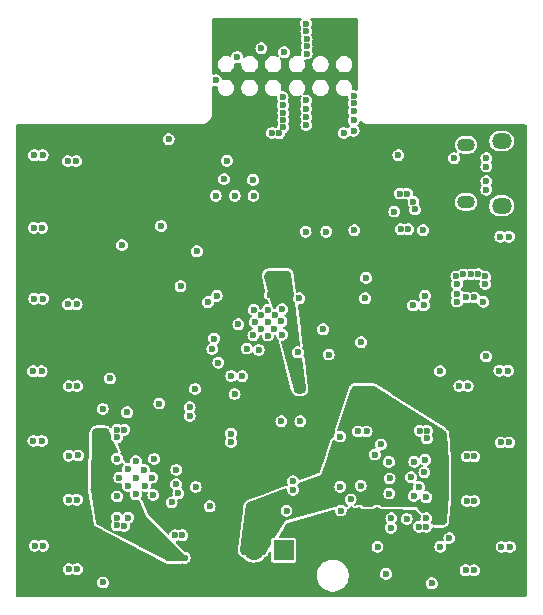
<source format=gbr>
%TF.GenerationSoftware,KiCad,Pcbnew,8.0.2*%
%TF.CreationDate,2024-08-07T22:56:44+12:00*%
%TF.ProjectId,FYP_P2_2,4659505f-5032-45f3-922e-6b696361645f,rev?*%
%TF.SameCoordinates,Original*%
%TF.FileFunction,Copper,L3,Inr*%
%TF.FilePolarity,Positive*%
%FSLAX46Y46*%
G04 Gerber Fmt 4.6, Leading zero omitted, Abs format (unit mm)*
G04 Created by KiCad (PCBNEW 8.0.2) date 2024-08-07 22:56:44*
%MOMM*%
%LPD*%
G01*
G04 APERTURE LIST*
%TA.AperFunction,ComponentPad*%
%ADD10O,1.700000X1.350000*%
%TD*%
%TA.AperFunction,ComponentPad*%
%ADD11O,1.500000X1.100000*%
%TD*%
%TA.AperFunction,ComponentPad*%
%ADD12R,1.700000X1.700000*%
%TD*%
%TA.AperFunction,ComponentPad*%
%ADD13O,1.700000X1.700000*%
%TD*%
%TA.AperFunction,ViaPad*%
%ADD14C,0.600000*%
%TD*%
G04 APERTURE END LIST*
D10*
%TO.N,GND*%
%TO.C,J12*%
X139180000Y-84475000D03*
D11*
X136180000Y-84165000D03*
X136180000Y-79325000D03*
D10*
X139180000Y-79015000D03*
%TD*%
D12*
%TO.N,GND*%
%TO.C,J8*%
X120740000Y-113650000D03*
D13*
%TO.N,+12V*%
X118200000Y-113650000D03*
%TD*%
D14*
%TO.N,+3V3*%
X109057944Y-89683276D03*
X105325000Y-92775000D03*
X124375000Y-89750000D03*
X117300000Y-108500000D03*
X126725000Y-83475000D03*
X134510000Y-96500000D03*
X103970000Y-85170000D03*
X124700000Y-76025000D03*
X124250000Y-95750000D03*
X128650000Y-110300000D03*
X125950000Y-84250000D03*
X117300000Y-107825000D03*
X105300000Y-86350000D03*
X124675000Y-77850000D03*
X123850000Y-78300000D03*
X134510000Y-94225000D03*
X124700000Y-75425000D03*
X101775000Y-97325000D03*
X109092056Y-83366724D03*
X124675000Y-76625000D03*
X116600000Y-86700000D03*
X124675000Y-77225000D03*
X137850000Y-93550000D03*
X110275000Y-104325000D03*
X107925000Y-78850000D03*
X124575025Y-92371855D03*
X115275000Y-91275000D03*
X124665000Y-90625000D03*
X111825000Y-104325000D03*
X119900000Y-99825000D03*
X127100000Y-110300000D03*
X116850000Y-95525000D03*
X118218460Y-86697326D03*
X107050000Y-92775000D03*
%TO.N,GND*%
X137900000Y-80450000D03*
X120575000Y-95400000D03*
X115700000Y-82225000D03*
X111000000Y-78850000D03*
X116575000Y-100425000D03*
X113280000Y-108300000D03*
X135950000Y-90300000D03*
X109700000Y-108975000D03*
X102530000Y-99750000D03*
X137900000Y-83120000D03*
X118150000Y-82300000D03*
X120550000Y-94275000D03*
X127750000Y-103600000D03*
X131750000Y-109050000D03*
X120675000Y-75950000D03*
X132725000Y-106000000D03*
X100320000Y-80200000D03*
X135165000Y-80450000D03*
X135425000Y-91100000D03*
X127710000Y-90590000D03*
X120975000Y-110325000D03*
X119375000Y-93300000D03*
X119950000Y-94925000D03*
X118775000Y-94950000D03*
X137875000Y-97250000D03*
X131800000Y-106175000D03*
X125520000Y-104025000D03*
X129700000Y-107575000D03*
X139800000Y-87100000D03*
X118175000Y-95450000D03*
X132650000Y-107050000D03*
X103175000Y-80700000D03*
X126725000Y-86550000D03*
X122675000Y-71600000D03*
X131525000Y-107475000D03*
X139080000Y-87100000D03*
X108225000Y-107500000D03*
X119400000Y-95475000D03*
X120700000Y-77225000D03*
X137800000Y-90475000D03*
X120700000Y-77825000D03*
X99530000Y-98500000D03*
X108900000Y-106850000D03*
X139175000Y-113375000D03*
X108225000Y-108900000D03*
X135350000Y-90475000D03*
X130450000Y-80200000D03*
X136130000Y-115350000D03*
X99600000Y-80200000D03*
X100250000Y-98500000D03*
X139100000Y-104525000D03*
X109775000Y-105925000D03*
X100300000Y-86350000D03*
X106625000Y-109100000D03*
X135600000Y-99750000D03*
X99550000Y-104400000D03*
X122675000Y-71000000D03*
X125825000Y-78325000D03*
X118800000Y-93775000D03*
X132825000Y-109175000D03*
X120650000Y-75300000D03*
X116590000Y-83640000D03*
X125560000Y-110290000D03*
X128680000Y-113370000D03*
X119400000Y-94300000D03*
X106625000Y-105900000D03*
X112780000Y-101560000D03*
X120543094Y-102730692D03*
X107525000Y-108200000D03*
X102530000Y-115250000D03*
X108975000Y-108200000D03*
X112780000Y-102280000D03*
X133980000Y-98480000D03*
X121525000Y-108525000D03*
X108225000Y-106100000D03*
X100370000Y-113275000D03*
X105440000Y-116380000D03*
X105410000Y-101690000D03*
X126650000Y-75800000D03*
X139820000Y-104525000D03*
X136320000Y-99750000D03*
X126660000Y-75190000D03*
X121525000Y-107805000D03*
X99580000Y-86350000D03*
X112150000Y-112390000D03*
X111540000Y-112390000D03*
X125525000Y-108275000D03*
X139005000Y-98450000D03*
X126650000Y-77250000D03*
X137900000Y-82400000D03*
X113241629Y-99997997D03*
X137900000Y-81170000D03*
X124340000Y-86690000D03*
X127300000Y-96030000D03*
X132550000Y-86550000D03*
X127630000Y-92330000D03*
X122650000Y-69725000D03*
X120600000Y-93250000D03*
X139895000Y-113375000D03*
X103200000Y-92825000D03*
X99650000Y-113275000D03*
X119975000Y-93750000D03*
X100270000Y-104400000D03*
X116280000Y-103770000D03*
X122625000Y-69075000D03*
X122590000Y-86680000D03*
X122150000Y-102730692D03*
X129410000Y-115650000D03*
X103250000Y-99750000D03*
X100345000Y-92350000D03*
X130100000Y-84975000D03*
X118300000Y-94325000D03*
X102455000Y-80700000D03*
X106039230Y-99105478D03*
X102480000Y-92825000D03*
X120700000Y-76625000D03*
X122675000Y-70400000D03*
X129650000Y-106175000D03*
X112000000Y-91294841D03*
X109625000Y-107500000D03*
X114470000Y-109940000D03*
X99625000Y-92350000D03*
X136850000Y-115350000D03*
X139725000Y-98450000D03*
X106825000Y-107500000D03*
X107525000Y-106800000D03*
X132200000Y-108300000D03*
X134770000Y-112620000D03*
X103250000Y-115250000D03*
X133280000Y-116460000D03*
X110210000Y-101230000D03*
X127030000Y-103600000D03*
X136575000Y-90300000D03*
X118180000Y-83640000D03*
X119750000Y-78325000D03*
X137800000Y-91100000D03*
X126650000Y-76500000D03*
X114980000Y-83640000D03*
X134000000Y-113370000D03*
X129675000Y-108850000D03*
X113380000Y-88350000D03*
X116280000Y-104490000D03*
X120350000Y-78350000D03*
X126650000Y-78125000D03*
X137200000Y-90275000D03*
X118200000Y-93300000D03*
%TO.N,+1V1*%
X121150000Y-91975000D03*
X119589292Y-92030000D03*
X121900000Y-99675000D03*
%TO.N,+5V*%
X136175000Y-92250000D03*
X122650000Y-76275000D03*
X122650000Y-75575000D03*
X131725000Y-84150000D03*
X131175000Y-83450000D03*
X122650000Y-76975000D03*
X130650000Y-86475000D03*
X122650000Y-77650000D03*
X137650000Y-92625000D03*
X130550000Y-83450000D03*
X135425000Y-91950000D03*
X136875003Y-92250000D03*
X131275000Y-86475000D03*
X135400000Y-92600000D03*
X131853952Y-84800000D03*
%TO.N,+12V*%
X105800000Y-105300000D03*
X105125000Y-104950000D03*
X117900000Y-110650000D03*
X128040000Y-100010000D03*
X133605000Y-109720000D03*
X126840000Y-100010000D03*
X111160000Y-114280000D03*
X105800000Y-109600000D03*
X105150000Y-110000000D03*
X133605000Y-105420000D03*
X134255000Y-110120000D03*
X117900000Y-110050000D03*
X127440000Y-100010000D03*
X112360000Y-114280000D03*
X111760000Y-114280000D03*
X134280000Y-105070000D03*
%TO.N,Motor1B2*%
X132860000Y-104190000D03*
X136880000Y-105710000D03*
X136270000Y-105710000D03*
X132860000Y-103530000D03*
X132250000Y-103530000D03*
%TO.N,INDEX1*%
X127250000Y-108190000D03*
X121938571Y-96902253D03*
%TO.N,Motor1A1*%
X136250000Y-109480000D03*
X132820000Y-111660000D03*
X132210000Y-111660000D03*
X136860000Y-109480000D03*
X132820000Y-110950000D03*
%TO.N,DIR1*%
X124080625Y-94950000D03*
X131150741Y-111008053D03*
%TO.N,/FYP_P2_2_TMC2209/SPREAD *%
X128975000Y-104700000D03*
X126400000Y-109350000D03*
%TO.N,STEP1*%
X129858044Y-110939989D03*
X124550000Y-97083640D03*
%TO.N,MS2B*%
X111622824Y-108057680D03*
X115211918Y-97766223D03*
%TO.N,Motor2A1*%
X102525000Y-105650000D03*
X106625000Y-103450000D03*
X107250000Y-103450000D03*
X103350000Y-105625000D03*
X106625000Y-104075000D03*
%TO.N,MS2A*%
X116300000Y-98900000D03*
X111811686Y-108835070D03*
%TO.N,INDEX2*%
X116906994Y-94521481D03*
X111650000Y-106857680D03*
%TO.N,EN2*%
X107588515Y-110900672D03*
X117240000Y-98920000D03*
%TO.N,Motor2B2*%
X107200000Y-111600000D03*
X106600000Y-111525000D03*
X106600000Y-110900000D03*
X103225000Y-109375000D03*
X102525000Y-109375000D03*
%TO.N,BATT_SENSE_HV*%
X118849998Y-71160000D03*
X132600000Y-92900000D03*
%TO.N,12V_ENABLE*%
X122048446Y-92331693D03*
X115000000Y-73850000D03*
%TO.N,BATT_SENSE_LV*%
X132703472Y-92106717D03*
X120770000Y-71500000D03*
%TO.N,5V_EN*%
X116800000Y-71890000D03*
X131700000Y-92925000D03*
%TO.N,TX1*%
X114850000Y-95730000D03*
%TO.N,RX1*%
X114697555Y-96620000D03*
%TO.N,SCL_PI*%
X114325000Y-92650000D03*
%TO.N,SDA_PI*%
X115067774Y-92120555D03*
%TO.N,ENCODER_1A*%
X117598811Y-96575915D03*
%TO.N,ENCODER_1B*%
X118625000Y-96700000D03*
%TO.N,/~{USB_BOOT}*%
X115925000Y-80675000D03*
X107041050Y-87815000D03*
X110350000Y-86200000D03*
%TO.N,5VOUT_1*%
X128450000Y-105550000D03*
X129809047Y-111738489D03*
%TO.N,5VOUT_2*%
X111250000Y-109610000D03*
X107478530Y-101981471D03*
%TD*%
%TA.AperFunction,Conductor*%
%TO.N,+12V*%
G36*
X128222661Y-99710848D02*
G01*
X128224222Y-99711065D01*
X128313439Y-99723470D01*
X128337022Y-99730158D01*
X128348635Y-99735268D01*
X128420912Y-99767070D01*
X128431790Y-99772783D01*
X128590488Y-99870666D01*
X129697528Y-100553475D01*
X129697727Y-100553599D01*
X129699713Y-100554835D01*
X129700203Y-100555142D01*
X129702425Y-100556545D01*
X129702613Y-100556664D01*
X134333256Y-103505721D01*
X134359212Y-103522251D01*
X134370328Y-103530619D01*
X134448018Y-103599251D01*
X134465690Y-103620631D01*
X134514875Y-103703761D01*
X134525107Y-103729544D01*
X134547861Y-103830679D01*
X134549844Y-103844450D01*
X134704111Y-106221319D01*
X134704193Y-106222755D01*
X134704720Y-106233579D01*
X134704813Y-106236460D01*
X134704988Y-106247221D01*
X134705000Y-106248668D01*
X134705000Y-108921331D01*
X134704988Y-108922778D01*
X134704813Y-108933539D01*
X134704720Y-108936420D01*
X134704193Y-108947244D01*
X134704111Y-108948680D01*
X134560964Y-111154205D01*
X134559094Y-111167464D01*
X134537761Y-111264964D01*
X134528203Y-111289901D01*
X134482262Y-111370773D01*
X134465737Y-111391751D01*
X134397869Y-111455357D01*
X134375864Y-111470489D01*
X134292186Y-111511095D01*
X134266684Y-111519018D01*
X134168006Y-111533993D01*
X134154653Y-111535000D01*
X133606595Y-111535000D01*
X133594296Y-111534146D01*
X133503222Y-111521438D01*
X133479569Y-111514707D01*
X133401156Y-111480075D01*
X133380246Y-111467123D01*
X133309504Y-111408358D01*
X133300596Y-111399850D01*
X133247175Y-111341225D01*
X133224035Y-111284919D01*
X133242503Y-111226908D01*
X133245313Y-111223471D01*
X133245378Y-111223372D01*
X133305165Y-111092456D01*
X133325647Y-110950000D01*
X133325647Y-110949999D01*
X133305165Y-110807543D01*
X133245378Y-110676628D01*
X133245376Y-110676625D01*
X133151128Y-110567857D01*
X133144151Y-110563373D01*
X133030053Y-110490047D01*
X133030051Y-110490046D01*
X133030049Y-110490045D01*
X132891962Y-110449500D01*
X132891961Y-110449500D01*
X132748039Y-110449500D01*
X132609948Y-110490046D01*
X132609945Y-110490047D01*
X132585917Y-110505489D01*
X132526532Y-110518900D01*
X132472421Y-110491001D01*
X132472018Y-110490561D01*
X132142831Y-110129309D01*
X132142830Y-110129308D01*
X132025000Y-110000000D01*
X131850068Y-109998735D01*
X131850055Y-109998734D01*
X129783359Y-109983791D01*
X129073816Y-109978660D01*
X129016761Y-109957426D01*
X129007198Y-109947944D01*
X128981130Y-109917858D01*
X128910056Y-109872182D01*
X128860053Y-109840047D01*
X128860051Y-109840046D01*
X128860049Y-109840045D01*
X128721962Y-109799500D01*
X128721961Y-109799500D01*
X128578039Y-109799500D01*
X128578037Y-109799500D01*
X128439950Y-109840045D01*
X128318870Y-109917858D01*
X128298083Y-109941847D01*
X128244882Y-109971444D01*
X128230180Y-109972560D01*
X127718751Y-109968862D01*
X127514044Y-109967382D01*
X127456989Y-109946148D01*
X127447431Y-109936672D01*
X127431128Y-109917857D01*
X127310053Y-109840047D01*
X127310051Y-109840046D01*
X127310049Y-109840045D01*
X127171962Y-109799500D01*
X127171961Y-109799500D01*
X127028039Y-109799500D01*
X127028037Y-109799500D01*
X126889950Y-109840045D01*
X126889949Y-109840045D01*
X126839944Y-109872182D01*
X126780560Y-109885594D01*
X126726448Y-109857697D01*
X126702928Y-109801544D01*
X126721004Y-109743410D01*
X126727016Y-109737004D01*
X126726959Y-109736954D01*
X126825376Y-109623374D01*
X126825378Y-109623371D01*
X126841674Y-109587688D01*
X126885165Y-109492457D01*
X126905647Y-109350000D01*
X126893922Y-109268453D01*
X126885165Y-109207543D01*
X126825378Y-109076628D01*
X126825376Y-109076625D01*
X126731128Y-108967857D01*
X126677728Y-108933539D01*
X126610053Y-108890047D01*
X126610051Y-108890046D01*
X126610049Y-108890045D01*
X126473661Y-108849999D01*
X129169353Y-108849999D01*
X129169353Y-108850000D01*
X129189834Y-108992456D01*
X129249621Y-109123371D01*
X129249623Y-109123374D01*
X129309483Y-109192456D01*
X129343872Y-109232143D01*
X129464947Y-109309953D01*
X129603039Y-109350500D01*
X129603042Y-109350500D01*
X129746958Y-109350500D01*
X129746961Y-109350500D01*
X129885053Y-109309953D01*
X130006128Y-109232143D01*
X130100377Y-109123373D01*
X130160165Y-108992457D01*
X130180647Y-108850000D01*
X130169935Y-108775499D01*
X130160165Y-108707543D01*
X130100378Y-108576628D01*
X130100376Y-108576625D01*
X130006128Y-108467857D01*
X129976409Y-108448758D01*
X129885053Y-108390047D01*
X129885051Y-108390046D01*
X129885049Y-108390045D01*
X129746962Y-108349500D01*
X129746961Y-108349500D01*
X129603039Y-108349500D01*
X129603037Y-108349500D01*
X129464950Y-108390045D01*
X129343871Y-108467857D01*
X129249623Y-108576625D01*
X129249621Y-108576628D01*
X129189834Y-108707543D01*
X129169353Y-108849999D01*
X126473661Y-108849999D01*
X126471962Y-108849500D01*
X126471961Y-108849500D01*
X126328039Y-108849500D01*
X126328037Y-108849500D01*
X126189950Y-108890045D01*
X126068871Y-108967857D01*
X125974623Y-109076625D01*
X125974621Y-109076628D01*
X125914834Y-109207543D01*
X125894353Y-109349999D01*
X125894353Y-109350000D01*
X125914834Y-109492456D01*
X125974621Y-109623371D01*
X125974623Y-109623374D01*
X126020957Y-109676846D01*
X126068872Y-109732143D01*
X126164191Y-109793400D01*
X126201059Y-109841845D01*
X126198163Y-109902655D01*
X126156855Y-109947377D01*
X126115430Y-109957269D01*
X125973055Y-109956240D01*
X125915999Y-109935005D01*
X125906436Y-109925524D01*
X125902261Y-109920706D01*
X125891128Y-109907857D01*
X125770053Y-109830047D01*
X125770051Y-109830046D01*
X125770049Y-109830045D01*
X125631962Y-109789500D01*
X125631961Y-109789500D01*
X125488039Y-109789500D01*
X125488037Y-109789500D01*
X125349950Y-109830045D01*
X125228871Y-109907857D01*
X125217772Y-109920666D01*
X125164570Y-109950263D01*
X125163468Y-109950386D01*
X125110000Y-109950000D01*
X125054125Y-109966161D01*
X125054118Y-109966163D01*
X125054104Y-109966167D01*
X121025424Y-111131488D01*
X121025422Y-111131489D01*
X121025420Y-111131489D01*
X120875000Y-111175000D01*
X120794096Y-111309067D01*
X120794096Y-111309068D01*
X120041347Y-112556483D01*
X119993962Y-112594706D01*
X119965146Y-112599500D01*
X119870247Y-112599500D01*
X119811768Y-112611132D01*
X119745451Y-112655445D01*
X119745445Y-112655451D01*
X119701132Y-112721768D01*
X119689500Y-112780247D01*
X119689500Y-113114769D01*
X119676701Y-113160752D01*
X119247248Y-113872417D01*
X119238180Y-113884865D01*
X119162945Y-113971305D01*
X119139113Y-113990630D01*
X119045845Y-114042570D01*
X119016866Y-114052654D01*
X118992867Y-114056566D01*
X118903752Y-114071095D01*
X118888413Y-114072248D01*
X118232981Y-114064627D01*
X117945527Y-114061284D01*
X117433202Y-114055327D01*
X117418250Y-114053885D01*
X117308248Y-114033799D01*
X117280122Y-114023545D01*
X117222446Y-113990630D01*
X117189641Y-113971908D01*
X117166513Y-113952915D01*
X117098265Y-113874192D01*
X117082742Y-113848600D01*
X117044462Y-113751715D01*
X117038300Y-113722422D01*
X117034018Y-113610666D01*
X117034711Y-113595674D01*
X117464571Y-110324999D01*
X120469353Y-110324999D01*
X120469353Y-110325000D01*
X120489834Y-110467456D01*
X120549621Y-110598371D01*
X120549623Y-110598374D01*
X120643871Y-110707142D01*
X120643872Y-110707143D01*
X120764947Y-110784953D01*
X120764949Y-110784953D01*
X120764950Y-110784954D01*
X120795878Y-110794035D01*
X120903039Y-110825500D01*
X120903042Y-110825500D01*
X121046958Y-110825500D01*
X121046961Y-110825500D01*
X121185053Y-110784953D01*
X121306128Y-110707143D01*
X121400377Y-110598373D01*
X121460165Y-110467457D01*
X121480647Y-110325000D01*
X121460165Y-110182543D01*
X121435853Y-110129308D01*
X121400378Y-110051628D01*
X121400376Y-110051625D01*
X121306128Y-109942857D01*
X121271598Y-109920666D01*
X121185053Y-109865047D01*
X121185051Y-109865046D01*
X121185049Y-109865045D01*
X121046962Y-109824500D01*
X121046961Y-109824500D01*
X120903039Y-109824500D01*
X120903037Y-109824500D01*
X120764950Y-109865045D01*
X120643871Y-109942857D01*
X120549623Y-110051625D01*
X120549621Y-110051628D01*
X120489834Y-110182543D01*
X120469353Y-110324999D01*
X117464571Y-110324999D01*
X117517707Y-109920706D01*
X117521209Y-109905097D01*
X117527471Y-109885594D01*
X117557592Y-109791785D01*
X117572603Y-109763688D01*
X117641504Y-109676846D01*
X117665450Y-109655840D01*
X117767532Y-109594640D01*
X117781922Y-109587688D01*
X120902211Y-108412990D01*
X120963085Y-108412322D01*
X121010148Y-108450939D01*
X121021660Y-108508948D01*
X121019353Y-108524996D01*
X121019353Y-108525000D01*
X121039834Y-108667456D01*
X121099621Y-108798371D01*
X121099623Y-108798374D01*
X121189092Y-108901627D01*
X121193872Y-108907143D01*
X121314947Y-108984953D01*
X121453039Y-109025500D01*
X121453042Y-109025500D01*
X121596958Y-109025500D01*
X121596961Y-109025500D01*
X121735053Y-108984953D01*
X121856128Y-108907143D01*
X121950377Y-108798373D01*
X122010165Y-108667457D01*
X122030647Y-108525000D01*
X122030646Y-108524996D01*
X122010165Y-108382543D01*
X121961051Y-108274999D01*
X125019353Y-108274999D01*
X125019353Y-108275000D01*
X125039834Y-108417456D01*
X125099621Y-108548371D01*
X125099623Y-108548374D01*
X125187642Y-108649953D01*
X125193872Y-108657143D01*
X125314947Y-108734953D01*
X125453039Y-108775500D01*
X125453042Y-108775500D01*
X125596958Y-108775500D01*
X125596961Y-108775500D01*
X125735053Y-108734953D01*
X125856128Y-108657143D01*
X125950377Y-108548373D01*
X126010165Y-108417457D01*
X126030647Y-108275000D01*
X126018426Y-108189999D01*
X126744353Y-108189999D01*
X126744353Y-108190000D01*
X126764834Y-108332456D01*
X126824621Y-108463371D01*
X126824623Y-108463374D01*
X126905039Y-108556179D01*
X126918872Y-108572143D01*
X127039947Y-108649953D01*
X127178039Y-108690500D01*
X127178042Y-108690500D01*
X127321958Y-108690500D01*
X127321961Y-108690500D01*
X127460053Y-108649953D01*
X127581128Y-108572143D01*
X127675377Y-108463373D01*
X127681056Y-108450939D01*
X127723708Y-108357543D01*
X127735165Y-108332457D01*
X127755647Y-108190000D01*
X127750980Y-108157543D01*
X127735165Y-108047543D01*
X127675378Y-107916628D01*
X127675376Y-107916625D01*
X127581128Y-107807857D01*
X127529223Y-107774500D01*
X127460053Y-107730047D01*
X127460051Y-107730046D01*
X127460049Y-107730045D01*
X127321962Y-107689500D01*
X127321961Y-107689500D01*
X127178039Y-107689500D01*
X127178037Y-107689500D01*
X127039950Y-107730045D01*
X126918871Y-107807857D01*
X126824623Y-107916625D01*
X126824621Y-107916628D01*
X126764834Y-108047543D01*
X126744353Y-108189999D01*
X126018426Y-108189999D01*
X126010165Y-108132543D01*
X125980972Y-108068619D01*
X125950378Y-108001628D01*
X125950376Y-108001625D01*
X125856128Y-107892857D01*
X125735053Y-107815047D01*
X125735051Y-107815046D01*
X125735049Y-107815045D01*
X125596962Y-107774500D01*
X125596961Y-107774500D01*
X125453039Y-107774500D01*
X125453037Y-107774500D01*
X125314950Y-107815045D01*
X125193871Y-107892857D01*
X125099623Y-108001625D01*
X125099621Y-108001628D01*
X125039834Y-108132543D01*
X125019353Y-108274999D01*
X121961051Y-108274999D01*
X121950378Y-108251629D01*
X121950377Y-108251628D01*
X121950377Y-108251627D01*
X121925815Y-108223281D01*
X121904089Y-108166412D01*
X121924001Y-108108881D01*
X121925795Y-108106741D01*
X121950377Y-108078373D01*
X121968212Y-108039319D01*
X122010915Y-107995932D01*
X122017776Y-107993013D01*
X123128127Y-107574999D01*
X129194353Y-107574999D01*
X129194353Y-107575000D01*
X129214834Y-107717456D01*
X129274621Y-107848371D01*
X129274623Y-107848374D01*
X129349644Y-107934953D01*
X129368872Y-107957143D01*
X129489947Y-108034953D01*
X129489949Y-108034953D01*
X129489950Y-108034954D01*
X129520878Y-108044035D01*
X129628039Y-108075500D01*
X129628042Y-108075500D01*
X129771958Y-108075500D01*
X129771961Y-108075500D01*
X129910053Y-108034953D01*
X130031128Y-107957143D01*
X130125377Y-107848373D01*
X130185165Y-107717457D01*
X130205647Y-107575000D01*
X130202124Y-107550500D01*
X130191269Y-107474999D01*
X131019353Y-107474999D01*
X131019353Y-107475000D01*
X131039834Y-107617456D01*
X131099621Y-107748371D01*
X131099623Y-107748374D01*
X131193871Y-107857142D01*
X131193872Y-107857143D01*
X131314947Y-107934953D01*
X131453039Y-107975500D01*
X131453042Y-107975500D01*
X131596958Y-107975500D01*
X131596961Y-107975500D01*
X131642113Y-107962242D01*
X131702867Y-107966103D01*
X131746928Y-108008115D01*
X131753676Y-108068619D01*
X131748143Y-108084608D01*
X131714834Y-108157544D01*
X131694353Y-108299999D01*
X131694353Y-108300000D01*
X131714835Y-108442461D01*
X131715778Y-108445672D01*
X131715630Y-108447989D01*
X131715741Y-108448758D01*
X131715580Y-108448781D01*
X131711909Y-108506429D01*
X131669892Y-108550484D01*
X131655454Y-108556131D01*
X131539949Y-108590045D01*
X131418871Y-108667857D01*
X131324623Y-108776625D01*
X131324621Y-108776628D01*
X131264834Y-108907543D01*
X131244353Y-109049999D01*
X131244353Y-109050000D01*
X131264834Y-109192456D01*
X131324621Y-109323371D01*
X131324623Y-109323374D01*
X131348128Y-109350500D01*
X131418872Y-109432143D01*
X131539947Y-109509953D01*
X131678039Y-109550500D01*
X131678042Y-109550500D01*
X131821958Y-109550500D01*
X131821961Y-109550500D01*
X131960053Y-109509953D01*
X132081128Y-109432143D01*
X132175377Y-109323373D01*
X132177999Y-109317630D01*
X132220703Y-109274242D01*
X132281307Y-109268453D01*
X132331453Y-109302974D01*
X132339911Y-109317625D01*
X132354697Y-109349999D01*
X132399621Y-109448371D01*
X132399623Y-109448374D01*
X132488115Y-109550499D01*
X132493872Y-109557143D01*
X132614947Y-109634953D01*
X132753039Y-109675500D01*
X132753042Y-109675500D01*
X132896958Y-109675500D01*
X132896961Y-109675500D01*
X133035053Y-109634953D01*
X133156128Y-109557143D01*
X133250377Y-109448373D01*
X133310165Y-109317457D01*
X133330647Y-109175000D01*
X133310165Y-109032543D01*
X133264951Y-108933539D01*
X133250378Y-108901628D01*
X133250376Y-108901625D01*
X133156128Y-108792857D01*
X133130875Y-108776628D01*
X133035053Y-108715047D01*
X133035051Y-108715046D01*
X133035049Y-108715045D01*
X132896962Y-108674500D01*
X132896961Y-108674500D01*
X132753039Y-108674500D01*
X132753037Y-108674500D01*
X132739259Y-108678546D01*
X132678502Y-108674684D01*
X132634442Y-108632672D01*
X132627695Y-108572167D01*
X132633229Y-108556179D01*
X132635830Y-108550484D01*
X132685165Y-108442457D01*
X132705647Y-108300000D01*
X132702052Y-108274999D01*
X132685165Y-108157543D01*
X132625378Y-108026628D01*
X132625376Y-108026625D01*
X132531128Y-107917857D01*
X132492227Y-107892857D01*
X132410053Y-107840047D01*
X132410051Y-107840046D01*
X132410049Y-107840045D01*
X132271962Y-107799500D01*
X132271961Y-107799500D01*
X132128039Y-107799500D01*
X132128036Y-107799500D01*
X132082887Y-107812757D01*
X132022130Y-107808895D01*
X131978070Y-107766882D01*
X131971323Y-107706378D01*
X131976857Y-107690390D01*
X132010165Y-107617457D01*
X132030647Y-107475000D01*
X132010165Y-107332543D01*
X131997358Y-107304500D01*
X131950378Y-107201628D01*
X131950376Y-107201625D01*
X131856128Y-107092857D01*
X131789439Y-107049999D01*
X131735053Y-107015047D01*
X131735051Y-107015046D01*
X131735049Y-107015045D01*
X131596962Y-106974500D01*
X131596961Y-106974500D01*
X131453039Y-106974500D01*
X131453037Y-106974500D01*
X131314950Y-107015045D01*
X131193871Y-107092857D01*
X131099623Y-107201625D01*
X131099621Y-107201628D01*
X131039834Y-107332543D01*
X131019353Y-107474999D01*
X130191269Y-107474999D01*
X130185165Y-107432543D01*
X130125378Y-107301628D01*
X130125376Y-107301625D01*
X130031128Y-107192857D01*
X130030504Y-107192456D01*
X129910053Y-107115047D01*
X129910051Y-107115046D01*
X129910049Y-107115045D01*
X129771962Y-107074500D01*
X129771961Y-107074500D01*
X129628039Y-107074500D01*
X129628037Y-107074500D01*
X129489950Y-107115045D01*
X129368871Y-107192857D01*
X129274623Y-107301625D01*
X129274621Y-107301628D01*
X129214834Y-107432543D01*
X129194353Y-107574999D01*
X123128127Y-107574999D01*
X123748968Y-107341271D01*
X123748968Y-107341270D01*
X123925000Y-107275000D01*
X124287579Y-106222060D01*
X124303784Y-106174999D01*
X129144353Y-106174999D01*
X129144353Y-106175000D01*
X129164834Y-106317456D01*
X129224621Y-106448371D01*
X129224623Y-106448374D01*
X129279731Y-106511972D01*
X129318872Y-106557143D01*
X129439947Y-106634953D01*
X129578039Y-106675500D01*
X129578042Y-106675500D01*
X129721958Y-106675500D01*
X129721961Y-106675500D01*
X129860053Y-106634953D01*
X129981128Y-106557143D01*
X130075377Y-106448373D01*
X130135165Y-106317457D01*
X130155647Y-106175000D01*
X130155647Y-106174999D01*
X131294353Y-106174999D01*
X131294353Y-106175000D01*
X131314834Y-106317456D01*
X131374621Y-106448371D01*
X131374623Y-106448374D01*
X131429731Y-106511972D01*
X131468872Y-106557143D01*
X131589947Y-106634953D01*
X131728039Y-106675500D01*
X131728042Y-106675500D01*
X131871958Y-106675500D01*
X131871961Y-106675500D01*
X132010053Y-106634953D01*
X132131128Y-106557143D01*
X132225377Y-106448373D01*
X132245809Y-106403632D01*
X132288514Y-106360245D01*
X132349118Y-106354457D01*
X132388349Y-106378799D01*
X132389063Y-106377976D01*
X132393868Y-106382140D01*
X132393871Y-106382142D01*
X132393872Y-106382143D01*
X132466426Y-106428771D01*
X132503295Y-106477216D01*
X132500399Y-106538027D01*
X132459091Y-106582748D01*
X132443388Y-106589035D01*
X132439954Y-106590043D01*
X132439950Y-106590045D01*
X132318871Y-106667857D01*
X132224623Y-106776625D01*
X132224621Y-106776628D01*
X132164834Y-106907543D01*
X132144353Y-107049999D01*
X132144353Y-107050000D01*
X132164834Y-107192456D01*
X132224621Y-107323371D01*
X132224623Y-107323374D01*
X132243403Y-107345047D01*
X132318872Y-107432143D01*
X132439947Y-107509953D01*
X132578039Y-107550500D01*
X132578042Y-107550500D01*
X132721958Y-107550500D01*
X132721961Y-107550500D01*
X132860053Y-107509953D01*
X132981128Y-107432143D01*
X133075377Y-107323373D01*
X133135165Y-107192457D01*
X133155647Y-107050000D01*
X133135165Y-106907543D01*
X133075378Y-106776628D01*
X133075376Y-106776625D01*
X133006291Y-106696897D01*
X132981128Y-106667857D01*
X132981127Y-106667856D01*
X132981126Y-106667855D01*
X132908573Y-106621228D01*
X132871704Y-106572783D01*
X132874601Y-106511972D01*
X132915908Y-106467251D01*
X132931621Y-106460961D01*
X132935050Y-106459954D01*
X132935050Y-106459953D01*
X132935053Y-106459953D01*
X133056128Y-106382143D01*
X133150377Y-106273373D01*
X133210165Y-106142457D01*
X133230647Y-106000000D01*
X133210165Y-105857543D01*
X133150378Y-105726628D01*
X133150376Y-105726625D01*
X133056128Y-105617857D01*
X132935053Y-105540047D01*
X132935051Y-105540046D01*
X132935049Y-105540045D01*
X132796962Y-105499500D01*
X132796961Y-105499500D01*
X132653039Y-105499500D01*
X132653037Y-105499500D01*
X132514950Y-105540045D01*
X132393871Y-105617857D01*
X132299623Y-105726625D01*
X132299623Y-105726627D01*
X132279190Y-105771367D01*
X132236483Y-105814755D01*
X132175879Y-105820541D01*
X132136650Y-105796200D01*
X132135937Y-105797024D01*
X132131131Y-105792859D01*
X132028073Y-105726628D01*
X132010053Y-105715047D01*
X132010051Y-105715046D01*
X132010049Y-105715045D01*
X131871962Y-105674500D01*
X131871961Y-105674500D01*
X131728039Y-105674500D01*
X131728037Y-105674500D01*
X131589950Y-105715045D01*
X131468871Y-105792857D01*
X131374623Y-105901625D01*
X131374621Y-105901628D01*
X131314834Y-106032543D01*
X131294353Y-106174999D01*
X130155647Y-106174999D01*
X130135165Y-106032543D01*
X130120303Y-106000000D01*
X130075378Y-105901628D01*
X130075376Y-105901625D01*
X129981128Y-105792857D01*
X129878073Y-105726628D01*
X129860053Y-105715047D01*
X129860051Y-105715046D01*
X129860049Y-105715045D01*
X129721962Y-105674500D01*
X129721961Y-105674500D01*
X129578039Y-105674500D01*
X129578037Y-105674500D01*
X129439950Y-105715045D01*
X129318871Y-105792857D01*
X129224623Y-105901625D01*
X129224621Y-105901628D01*
X129164834Y-106032543D01*
X129144353Y-106174999D01*
X124303784Y-106174999D01*
X124519002Y-105549999D01*
X127944353Y-105549999D01*
X127944353Y-105550000D01*
X127964834Y-105692456D01*
X128024621Y-105823371D01*
X128024623Y-105823374D01*
X128118871Y-105932142D01*
X128118872Y-105932143D01*
X128239947Y-106009953D01*
X128378039Y-106050500D01*
X128378042Y-106050500D01*
X128521958Y-106050500D01*
X128521961Y-106050500D01*
X128660053Y-106009953D01*
X128781128Y-105932143D01*
X128875377Y-105823373D01*
X128935165Y-105692457D01*
X128955647Y-105550000D01*
X128935165Y-105407543D01*
X128898141Y-105326472D01*
X128893316Y-105265784D01*
X128928630Y-105216193D01*
X128979098Y-105200500D01*
X129046958Y-105200500D01*
X129046961Y-105200500D01*
X129185053Y-105159953D01*
X129306128Y-105082143D01*
X129400377Y-104973373D01*
X129460165Y-104842457D01*
X129480647Y-104700000D01*
X129460165Y-104557543D01*
X129429319Y-104490000D01*
X129400378Y-104426628D01*
X129400376Y-104426625D01*
X129306128Y-104317857D01*
X129271400Y-104295539D01*
X129185053Y-104240047D01*
X129185051Y-104240046D01*
X129185049Y-104240045D01*
X129046962Y-104199500D01*
X129046961Y-104199500D01*
X128903039Y-104199500D01*
X128903037Y-104199500D01*
X128764950Y-104240045D01*
X128643871Y-104317857D01*
X128549623Y-104426625D01*
X128549621Y-104426628D01*
X128489834Y-104557543D01*
X128469353Y-104699999D01*
X128469353Y-104700000D01*
X128489834Y-104842456D01*
X128526859Y-104923528D01*
X128531684Y-104984216D01*
X128496370Y-105033807D01*
X128445902Y-105049500D01*
X128378037Y-105049500D01*
X128239950Y-105090045D01*
X128118871Y-105167857D01*
X128024623Y-105276625D01*
X128024621Y-105276628D01*
X127964834Y-105407543D01*
X127944353Y-105549999D01*
X124519002Y-105549999D01*
X124940847Y-104324947D01*
X124979160Y-104277638D01*
X125038921Y-104266023D01*
X125092167Y-104295539D01*
X125092259Y-104295645D01*
X125094623Y-104298373D01*
X125188872Y-104407143D01*
X125309947Y-104484953D01*
X125448039Y-104525500D01*
X125448042Y-104525500D01*
X125591958Y-104525500D01*
X125591961Y-104525500D01*
X125730053Y-104484953D01*
X125851128Y-104407143D01*
X125945377Y-104298373D01*
X126005165Y-104167457D01*
X126025647Y-104025000D01*
X126023480Y-104009931D01*
X126005165Y-103882543D01*
X125945378Y-103751628D01*
X125945376Y-103751625D01*
X125851128Y-103642857D01*
X125827299Y-103627543D01*
X125784440Y-103599999D01*
X126524353Y-103599999D01*
X126524353Y-103600000D01*
X126544834Y-103742456D01*
X126604621Y-103873371D01*
X126604623Y-103873374D01*
X126698871Y-103982142D01*
X126698872Y-103982143D01*
X126819947Y-104059953D01*
X126958039Y-104100500D01*
X126958042Y-104100500D01*
X127101958Y-104100500D01*
X127101961Y-104100500D01*
X127240053Y-104059953D01*
X127253484Y-104051322D01*
X127341883Y-103994511D01*
X127401267Y-103981098D01*
X127438117Y-103994511D01*
X127539944Y-104059952D01*
X127539947Y-104059953D01*
X127678039Y-104100500D01*
X127678042Y-104100500D01*
X127821958Y-104100500D01*
X127821961Y-104100500D01*
X127960053Y-104059953D01*
X128081128Y-103982143D01*
X128175377Y-103873373D01*
X128235165Y-103742457D01*
X128255647Y-103600000D01*
X128248687Y-103551595D01*
X128245582Y-103529999D01*
X131744353Y-103529999D01*
X131744353Y-103530000D01*
X131764834Y-103672456D01*
X131824621Y-103803371D01*
X131824623Y-103803374D01*
X131917135Y-103910138D01*
X131918872Y-103912143D01*
X132039947Y-103989953D01*
X132178039Y-104030500D01*
X132178042Y-104030500D01*
X132274574Y-104030500D01*
X132331782Y-104051322D01*
X132362222Y-104104045D01*
X132362668Y-104132166D01*
X132354353Y-104189999D01*
X132354353Y-104190000D01*
X132374834Y-104332456D01*
X132434621Y-104463371D01*
X132434623Y-104463374D01*
X132516221Y-104557543D01*
X132528872Y-104572143D01*
X132649947Y-104649953D01*
X132788039Y-104690500D01*
X132788042Y-104690500D01*
X132931958Y-104690500D01*
X132931961Y-104690500D01*
X133070053Y-104649953D01*
X133191128Y-104572143D01*
X133285377Y-104463373D01*
X133345165Y-104332457D01*
X133365647Y-104190000D01*
X133345165Y-104047543D01*
X133318864Y-103989953D01*
X133285378Y-103916628D01*
X133281936Y-103911273D01*
X133283700Y-103910138D01*
X133265084Y-103861415D01*
X133283066Y-103809453D01*
X133281936Y-103808727D01*
X133284929Y-103804068D01*
X133284994Y-103803883D01*
X133285229Y-103803602D01*
X133285378Y-103803371D01*
X133319094Y-103729544D01*
X133345165Y-103672457D01*
X133365647Y-103530000D01*
X133345165Y-103387543D01*
X133317346Y-103326628D01*
X133285378Y-103256628D01*
X133285376Y-103256625D01*
X133191128Y-103147857D01*
X133137751Y-103113554D01*
X133070053Y-103070047D01*
X133070051Y-103070046D01*
X133070049Y-103070045D01*
X132931962Y-103029500D01*
X132931961Y-103029500D01*
X132788039Y-103029500D01*
X132649948Y-103070046D01*
X132649944Y-103070048D01*
X132603116Y-103100142D01*
X132543732Y-103113554D01*
X132506884Y-103100142D01*
X132460055Y-103070048D01*
X132460051Y-103070046D01*
X132379360Y-103046353D01*
X132321961Y-103029500D01*
X132178039Y-103029500D01*
X132178037Y-103029500D01*
X132039950Y-103070045D01*
X131918871Y-103147857D01*
X131824623Y-103256625D01*
X131824621Y-103256628D01*
X131764834Y-103387543D01*
X131744353Y-103529999D01*
X128245582Y-103529999D01*
X128235165Y-103457543D01*
X128175378Y-103326628D01*
X128175376Y-103326625D01*
X128081128Y-103217857D01*
X128038785Y-103190645D01*
X127960053Y-103140047D01*
X127960051Y-103140046D01*
X127960049Y-103140045D01*
X127821962Y-103099500D01*
X127821961Y-103099500D01*
X127678039Y-103099500D01*
X127678037Y-103099500D01*
X127539950Y-103140045D01*
X127539949Y-103140045D01*
X127438117Y-103205489D01*
X127378733Y-103218901D01*
X127341883Y-103205489D01*
X127318785Y-103190645D01*
X127240053Y-103140047D01*
X127240051Y-103140046D01*
X127240049Y-103140045D01*
X127101962Y-103099500D01*
X127101961Y-103099500D01*
X126958039Y-103099500D01*
X126958037Y-103099500D01*
X126819950Y-103140045D01*
X126698871Y-103217857D01*
X126604623Y-103326625D01*
X126604621Y-103326628D01*
X126544834Y-103457543D01*
X126524353Y-103599999D01*
X125784440Y-103599999D01*
X125730053Y-103565047D01*
X125730051Y-103565046D01*
X125730049Y-103565045D01*
X125591962Y-103524500D01*
X125591961Y-103524500D01*
X125448039Y-103524500D01*
X125448037Y-103524500D01*
X125355758Y-103551595D01*
X125295001Y-103547733D01*
X125250941Y-103505721D01*
X125244194Y-103445216D01*
X125246528Y-103437241D01*
X126434863Y-99986281D01*
X126440330Y-99973671D01*
X126488317Y-99882945D01*
X126504741Y-99860951D01*
X126573101Y-99794068D01*
X126595456Y-99778125D01*
X126680947Y-99735268D01*
X126707092Y-99726897D01*
X126808495Y-99711064D01*
X126822215Y-99710000D01*
X128210404Y-99710000D01*
X128222661Y-99710848D01*
G37*
%TD.AperFunction*%
%TD*%
%TA.AperFunction,Conductor*%
%TO.N,+1V1*%
G36*
X121000305Y-89979620D02*
G01*
X121095890Y-89992600D01*
X121120687Y-89999743D01*
X121202556Y-90036888D01*
X121224262Y-90050845D01*
X121292030Y-90109914D01*
X121308820Y-90129512D01*
X121356794Y-90205543D01*
X121367255Y-90229133D01*
X121393160Y-90322043D01*
X121395720Y-90334725D01*
X121613393Y-92047367D01*
X121606060Y-92095560D01*
X121563283Y-92189229D01*
X121563281Y-92189236D01*
X121542799Y-92331692D01*
X121542799Y-92331693D01*
X121563280Y-92474149D01*
X121623067Y-92605064D01*
X121623070Y-92605067D01*
X121677164Y-92667496D01*
X121698192Y-92714557D01*
X122155737Y-96314486D01*
X122142294Y-96373862D01*
X122093829Y-96410707D01*
X122042375Y-96411102D01*
X122010536Y-96401753D01*
X122010532Y-96401753D01*
X121866610Y-96401753D01*
X121866608Y-96401753D01*
X121728521Y-96442298D01*
X121607442Y-96520110D01*
X121513194Y-96628878D01*
X121513192Y-96628881D01*
X121453405Y-96759796D01*
X121432924Y-96902252D01*
X121432924Y-96902253D01*
X121453405Y-97044709D01*
X121513192Y-97175624D01*
X121513194Y-97175627D01*
X121534747Y-97200500D01*
X121607443Y-97284396D01*
X121728518Y-97362206D01*
X121866610Y-97402753D01*
X121866613Y-97402753D01*
X122010529Y-97402753D01*
X122010532Y-97402753D01*
X122148624Y-97362206D01*
X122159679Y-97355101D01*
X122219059Y-97341686D01*
X122273172Y-97369580D01*
X122296087Y-97418749D01*
X122616796Y-99942054D01*
X122617423Y-99957129D01*
X122612561Y-100069331D01*
X122606204Y-100098716D01*
X122567132Y-100195766D01*
X122551354Y-100221360D01*
X122482197Y-100299863D01*
X122458798Y-100318742D01*
X122367443Y-100369742D01*
X122339093Y-100379752D01*
X122228406Y-100398721D01*
X122213373Y-100400000D01*
X121991754Y-100400000D01*
X121977172Y-100398797D01*
X121925003Y-100390131D01*
X121869684Y-100380943D01*
X121842085Y-100371514D01*
X121752691Y-100323396D01*
X121729623Y-100305552D01*
X121660586Y-100231120D01*
X121644524Y-100206775D01*
X121600231Y-100107216D01*
X121595403Y-100093403D01*
X120535773Y-96011864D01*
X120541551Y-95951260D01*
X120584934Y-95908548D01*
X120621917Y-95900500D01*
X120646958Y-95900500D01*
X120646961Y-95900500D01*
X120785053Y-95859953D01*
X120906128Y-95782143D01*
X121000377Y-95673373D01*
X121060165Y-95542457D01*
X121080647Y-95400000D01*
X121060165Y-95257543D01*
X121000378Y-95126628D01*
X121000376Y-95126625D01*
X120906128Y-95017857D01*
X120785053Y-94940047D01*
X120785051Y-94940046D01*
X120785049Y-94940045D01*
X120785050Y-94940045D01*
X120714138Y-94919224D01*
X120665113Y-94883128D01*
X120650760Y-94823964D01*
X120677795Y-94769417D01*
X120714140Y-94748434D01*
X120760048Y-94734955D01*
X120760048Y-94734954D01*
X120760053Y-94734953D01*
X120881128Y-94657143D01*
X120975377Y-94548373D01*
X121035165Y-94417457D01*
X121055647Y-94275000D01*
X121052124Y-94250500D01*
X121035165Y-94132543D01*
X120975378Y-94001628D01*
X120975376Y-94001625D01*
X120881128Y-93892857D01*
X120819789Y-93853437D01*
X120782921Y-93804992D01*
X120785817Y-93744181D01*
X120819787Y-93703697D01*
X120931128Y-93632143D01*
X121025377Y-93523373D01*
X121085165Y-93392457D01*
X121105647Y-93250000D01*
X121102581Y-93228678D01*
X121085165Y-93107543D01*
X121025378Y-92976628D01*
X121025376Y-92976625D01*
X120931128Y-92867857D01*
X120810053Y-92790047D01*
X120810051Y-92790046D01*
X120810049Y-92790045D01*
X120671962Y-92749500D01*
X120671961Y-92749500D01*
X120528039Y-92749500D01*
X120528037Y-92749500D01*
X120389950Y-92790045D01*
X120268871Y-92867857D01*
X120174623Y-92976625D01*
X120174621Y-92976628D01*
X120114834Y-93107543D01*
X120105400Y-93173166D01*
X120076649Y-93226828D01*
X120020130Y-93249455D01*
X120017306Y-93249500D01*
X119950505Y-93249500D01*
X119893297Y-93228678D01*
X119862857Y-93175955D01*
X119862411Y-93173166D01*
X119860165Y-93157546D01*
X119860165Y-93157543D01*
X119837331Y-93107543D01*
X119800378Y-93026628D01*
X119800376Y-93026625D01*
X119757456Y-92977093D01*
X119738575Y-92941177D01*
X119105231Y-90501630D01*
X119102846Y-90488405D01*
X119092562Y-90388735D01*
X119093857Y-90361968D01*
X119112370Y-90270437D01*
X119121581Y-90245264D01*
X119166505Y-90163408D01*
X119182796Y-90142119D01*
X119250060Y-90077354D01*
X119271947Y-90061882D01*
X119355455Y-90020081D01*
X119380949Y-90011833D01*
X119479842Y-89995700D01*
X119493233Y-89994545D01*
X120987400Y-89978817D01*
X121000305Y-89979620D01*
G37*
%TD.AperFunction*%
%TD*%
%TA.AperFunction,Conductor*%
%TO.N,+12V*%
G36*
X105609495Y-103295172D02*
G01*
X105622210Y-103296320D01*
X105713591Y-103311245D01*
X105716266Y-103311682D01*
X105740579Y-103319353D01*
X105820579Y-103357932D01*
X105841720Y-103372180D01*
X105905907Y-103430411D01*
X105907507Y-103431862D01*
X105923740Y-103451519D01*
X105973269Y-103532926D01*
X105979111Y-103544293D01*
X106131267Y-103901321D01*
X106137486Y-103948880D01*
X106119353Y-104074999D01*
X106119353Y-104075000D01*
X106139834Y-104217456D01*
X106199621Y-104348371D01*
X106199623Y-104348374D01*
X106293873Y-104457144D01*
X106373132Y-104508081D01*
X106406890Y-104548059D01*
X106716953Y-105275607D01*
X106720227Y-105336398D01*
X106683658Y-105385072D01*
X106635078Y-105399500D01*
X106553037Y-105399500D01*
X106414950Y-105440045D01*
X106293871Y-105517857D01*
X106199623Y-105626625D01*
X106199621Y-105626628D01*
X106139834Y-105757543D01*
X106119353Y-105899999D01*
X106119353Y-105900000D01*
X106139834Y-106042456D01*
X106199621Y-106173371D01*
X106199623Y-106173374D01*
X106259484Y-106242457D01*
X106293872Y-106282143D01*
X106414947Y-106359953D01*
X106553039Y-106400500D01*
X106553042Y-106400500D01*
X106696958Y-106400500D01*
X106696961Y-106400500D01*
X106835053Y-106359953D01*
X106956128Y-106282143D01*
X106990057Y-106242986D01*
X107043255Y-106213387D01*
X107103035Y-106224908D01*
X107139193Y-106266376D01*
X107178693Y-106359062D01*
X107181966Y-106419854D01*
X107164081Y-106452237D01*
X107099621Y-106526629D01*
X107039834Y-106657543D01*
X107019353Y-106799999D01*
X107019353Y-106800000D01*
X107034987Y-106908738D01*
X107022519Y-106968327D01*
X106974664Y-107005960D01*
X106921820Y-107006799D01*
X106896962Y-106999500D01*
X106896961Y-106999500D01*
X106753039Y-106999500D01*
X106753037Y-106999500D01*
X106614950Y-107040045D01*
X106493871Y-107117857D01*
X106399623Y-107226625D01*
X106399621Y-107226628D01*
X106339834Y-107357543D01*
X106319353Y-107499999D01*
X106319353Y-107500000D01*
X106339834Y-107642456D01*
X106399621Y-107773371D01*
X106399623Y-107773374D01*
X106493871Y-107882142D01*
X106493872Y-107882143D01*
X106614947Y-107959953D01*
X106753039Y-108000500D01*
X106753042Y-108000500D01*
X106896958Y-108000500D01*
X106896961Y-108000500D01*
X106921818Y-107993201D01*
X106982574Y-107997061D01*
X107026636Y-108039072D01*
X107034987Y-108091261D01*
X107019353Y-108199999D01*
X107019353Y-108200000D01*
X107039834Y-108342456D01*
X107099621Y-108473371D01*
X107099623Y-108473374D01*
X107186273Y-108573373D01*
X107193872Y-108582143D01*
X107314947Y-108659953D01*
X107453039Y-108700500D01*
X107453042Y-108700500D01*
X107596958Y-108700500D01*
X107596961Y-108700500D01*
X107621818Y-108693201D01*
X107682574Y-108697061D01*
X107726636Y-108739072D01*
X107734987Y-108791261D01*
X107719353Y-108899999D01*
X107719353Y-108900000D01*
X107739834Y-109042456D01*
X107799621Y-109173371D01*
X107799623Y-109173374D01*
X107837610Y-109217213D01*
X107893872Y-109282143D01*
X108014947Y-109359953D01*
X108153039Y-109400500D01*
X108153042Y-109400500D01*
X108296958Y-109400500D01*
X108296961Y-109400500D01*
X108379167Y-109376362D01*
X108439920Y-109380223D01*
X108483981Y-109422235D01*
X108486113Y-109426864D01*
X109050000Y-110750000D01*
X109104111Y-110804465D01*
X109104112Y-110804466D01*
X112192224Y-113912762D01*
X112201827Y-113924207D01*
X112265915Y-114015111D01*
X112278759Y-114041974D01*
X112307190Y-114141618D01*
X112310455Y-114171214D01*
X112304428Y-114274658D01*
X112297749Y-114303673D01*
X112257939Y-114399343D01*
X112242062Y-114424533D01*
X112172925Y-114501716D01*
X112149629Y-114520259D01*
X112058902Y-114570320D01*
X112030793Y-114580141D01*
X112003086Y-114584842D01*
X111921136Y-114598746D01*
X111906250Y-114600000D01*
X111042925Y-114600000D01*
X111032301Y-114599364D01*
X110953404Y-114589878D01*
X110932763Y-114584842D01*
X110858364Y-114556927D01*
X110848641Y-114552599D01*
X110772251Y-114512965D01*
X106122510Y-112100499D01*
X105051862Y-111545005D01*
X105040217Y-111537774D01*
X104957855Y-111477373D01*
X104938558Y-111458017D01*
X104882505Y-111381091D01*
X104869992Y-111356792D01*
X104837727Y-111259882D01*
X104834412Y-111246582D01*
X104775908Y-110900000D01*
X106094353Y-110900000D01*
X106114835Y-111042457D01*
X106115142Y-111043129D01*
X106175606Y-111175528D01*
X106180431Y-111236217D01*
X106175606Y-111249472D01*
X106114835Y-111382543D01*
X106094353Y-111524999D01*
X106094353Y-111525000D01*
X106114834Y-111667456D01*
X106174621Y-111798371D01*
X106174623Y-111798374D01*
X106239610Y-111873373D01*
X106268872Y-111907143D01*
X106389947Y-111984953D01*
X106389949Y-111984953D01*
X106389950Y-111984954D01*
X106410763Y-111991065D01*
X106528039Y-112025500D01*
X106528042Y-112025500D01*
X106671958Y-112025500D01*
X106671961Y-112025500D01*
X106810053Y-111984953D01*
X106810056Y-111984950D01*
X106814428Y-111983667D01*
X106875185Y-111987528D01*
X106887619Y-111994191D01*
X106989944Y-112059952D01*
X106989947Y-112059953D01*
X107128039Y-112100500D01*
X107128042Y-112100500D01*
X107271958Y-112100500D01*
X107271961Y-112100500D01*
X107410053Y-112059953D01*
X107531128Y-111982143D01*
X107625377Y-111873373D01*
X107685165Y-111742457D01*
X107705647Y-111600000D01*
X107687363Y-111472832D01*
X107699831Y-111413245D01*
X107747686Y-111375612D01*
X107750384Y-111374773D01*
X107763451Y-111370935D01*
X107798568Y-111360625D01*
X107919643Y-111282815D01*
X108013892Y-111174045D01*
X108073680Y-111043129D01*
X108094162Y-110900672D01*
X108094065Y-110900000D01*
X108073680Y-110758215D01*
X108013893Y-110627300D01*
X108013891Y-110627297D01*
X107919643Y-110518529D01*
X107918597Y-110517857D01*
X107798568Y-110440719D01*
X107798566Y-110440718D01*
X107798564Y-110440717D01*
X107660477Y-110400172D01*
X107660476Y-110400172D01*
X107516554Y-110400172D01*
X107516552Y-110400172D01*
X107378465Y-110440717D01*
X107378462Y-110440719D01*
X107257387Y-110518529D01*
X107257386Y-110518529D01*
X107257386Y-110518530D01*
X107161809Y-110628831D01*
X107108610Y-110658430D01*
X107048830Y-110646908D01*
X107027286Y-110628830D01*
X106931128Y-110517857D01*
X106810053Y-110440047D01*
X106810051Y-110440046D01*
X106810049Y-110440045D01*
X106671962Y-110399500D01*
X106671961Y-110399500D01*
X106528039Y-110399500D01*
X106528037Y-110399500D01*
X106389950Y-110440045D01*
X106268871Y-110517857D01*
X106174623Y-110626625D01*
X106174621Y-110626628D01*
X106114834Y-110757543D01*
X106105694Y-110821119D01*
X106094353Y-110900000D01*
X104775908Y-110900000D01*
X104472061Y-109099999D01*
X106119353Y-109099999D01*
X106119353Y-109100000D01*
X106139834Y-109242456D01*
X106199621Y-109373371D01*
X106199623Y-109373374D01*
X106252982Y-109434953D01*
X106293872Y-109482143D01*
X106414947Y-109559953D01*
X106553039Y-109600500D01*
X106553042Y-109600500D01*
X106696958Y-109600500D01*
X106696961Y-109600500D01*
X106835053Y-109559953D01*
X106956128Y-109482143D01*
X107050377Y-109373373D01*
X107110165Y-109242457D01*
X107130647Y-109100000D01*
X107110165Y-108957543D01*
X107053079Y-108832543D01*
X107050378Y-108826628D01*
X107050376Y-108826625D01*
X106956128Y-108717857D01*
X106835053Y-108640047D01*
X106835051Y-108640046D01*
X106835049Y-108640045D01*
X106696962Y-108599500D01*
X106696961Y-108599500D01*
X106553039Y-108599500D01*
X106553037Y-108599500D01*
X106414950Y-108640045D01*
X106293871Y-108717857D01*
X106199623Y-108826625D01*
X106199621Y-108826628D01*
X106139834Y-108957543D01*
X106119353Y-109099999D01*
X104472061Y-109099999D01*
X104381729Y-108564866D01*
X104381132Y-108560731D01*
X104377330Y-108529066D01*
X104376725Y-108520641D01*
X104375962Y-108488774D01*
X104375962Y-108484570D01*
X104379346Y-108342456D01*
X104490366Y-103679608D01*
X104491781Y-103665789D01*
X104510379Y-103563773D01*
X104519545Y-103537598D01*
X104565308Y-103452491D01*
X104582087Y-103430414D01*
X104651828Y-103363541D01*
X104674602Y-103347696D01*
X104761542Y-103305552D01*
X104788086Y-103297490D01*
X104890793Y-103283191D01*
X104904659Y-103282357D01*
X105609495Y-103295172D01*
G37*
%TD.AperFunction*%
%TD*%
%TA.AperFunction,Conductor*%
%TO.N,+3V3*%
G36*
X122177171Y-68602660D02*
G01*
X122234373Y-68623499D01*
X122264797Y-68676231D01*
X122254208Y-68736182D01*
X122244407Y-68749942D01*
X122199624Y-68801625D01*
X122199621Y-68801628D01*
X122139834Y-68932543D01*
X122119353Y-69074999D01*
X122119353Y-69075000D01*
X122139834Y-69217456D01*
X122199621Y-69348371D01*
X122199624Y-69348374D01*
X122209417Y-69359676D01*
X122231145Y-69416546D01*
X122223113Y-69454931D01*
X122164835Y-69582543D01*
X122144353Y-69724999D01*
X122144353Y-69725000D01*
X122164834Y-69867456D01*
X122224621Y-69998371D01*
X122224623Y-69998374D01*
X122242672Y-70019203D01*
X122264399Y-70076073D01*
X122251712Y-70120583D01*
X122252267Y-70120837D01*
X122250601Y-70124484D01*
X122250283Y-70125601D01*
X122249620Y-70126631D01*
X122189834Y-70257543D01*
X122169353Y-70399999D01*
X122169353Y-70400000D01*
X122189834Y-70542456D01*
X122244898Y-70663028D01*
X122249723Y-70723716D01*
X122244898Y-70736972D01*
X122189834Y-70857543D01*
X122169353Y-70999999D01*
X122169353Y-71000000D01*
X122189834Y-71142456D01*
X122244898Y-71263028D01*
X122249723Y-71323716D01*
X122244898Y-71336972D01*
X122189834Y-71457543D01*
X122169353Y-71599999D01*
X122169353Y-71600000D01*
X122189010Y-71736719D01*
X122176542Y-71796308D01*
X122128687Y-71833941D01*
X122067838Y-71832010D01*
X122066858Y-71831610D01*
X122054331Y-71826421D01*
X122054325Y-71826419D01*
X121918997Y-71799500D01*
X121918993Y-71799500D01*
X121781007Y-71799500D01*
X121781002Y-71799500D01*
X121645674Y-71826419D01*
X121645672Y-71826420D01*
X121518192Y-71879223D01*
X121518189Y-71879225D01*
X121403460Y-71955884D01*
X121305884Y-72053460D01*
X121229225Y-72168189D01*
X121229223Y-72168192D01*
X121176420Y-72295672D01*
X121176419Y-72295674D01*
X121149500Y-72431002D01*
X121149500Y-72568997D01*
X121176419Y-72704325D01*
X121176420Y-72704328D01*
X121229225Y-72831811D01*
X121305886Y-72946542D01*
X121403458Y-73044114D01*
X121518189Y-73120775D01*
X121645672Y-73173580D01*
X121781007Y-73200500D01*
X121781011Y-73200500D01*
X121918989Y-73200500D01*
X121918993Y-73200500D01*
X122054328Y-73173580D01*
X122181811Y-73120775D01*
X122296542Y-73044114D01*
X122394114Y-72946542D01*
X122470775Y-72831811D01*
X122523580Y-72704328D01*
X122550500Y-72568993D01*
X122550500Y-72431007D01*
X122550499Y-72431002D01*
X123149500Y-72431002D01*
X123149500Y-72568997D01*
X123176419Y-72704325D01*
X123176420Y-72704328D01*
X123229225Y-72831811D01*
X123305886Y-72946542D01*
X123403458Y-73044114D01*
X123518189Y-73120775D01*
X123645672Y-73173580D01*
X123781007Y-73200500D01*
X123781011Y-73200500D01*
X123918989Y-73200500D01*
X123918993Y-73200500D01*
X124054328Y-73173580D01*
X124181811Y-73120775D01*
X124296542Y-73044114D01*
X124394114Y-72946542D01*
X124470775Y-72831811D01*
X124523580Y-72704328D01*
X124550500Y-72568993D01*
X124550500Y-72431007D01*
X124550499Y-72431002D01*
X125149500Y-72431002D01*
X125149500Y-72568997D01*
X125176419Y-72704325D01*
X125176420Y-72704328D01*
X125229225Y-72831811D01*
X125305886Y-72946542D01*
X125403458Y-73044114D01*
X125518189Y-73120775D01*
X125645672Y-73173580D01*
X125781007Y-73200500D01*
X125781011Y-73200500D01*
X125918989Y-73200500D01*
X125918993Y-73200500D01*
X126054328Y-73173580D01*
X126181811Y-73120775D01*
X126296542Y-73044114D01*
X126394114Y-72946542D01*
X126470775Y-72831811D01*
X126523580Y-72704328D01*
X126550500Y-72568993D01*
X126550500Y-72431007D01*
X126523580Y-72295672D01*
X126470775Y-72168189D01*
X126394114Y-72053458D01*
X126296542Y-71955886D01*
X126181811Y-71879225D01*
X126181808Y-71879223D01*
X126181807Y-71879223D01*
X126072485Y-71833941D01*
X126054328Y-71826420D01*
X126054326Y-71826419D01*
X126054325Y-71826419D01*
X125918997Y-71799500D01*
X125918993Y-71799500D01*
X125781007Y-71799500D01*
X125781002Y-71799500D01*
X125645674Y-71826419D01*
X125645672Y-71826420D01*
X125518192Y-71879223D01*
X125518189Y-71879225D01*
X125403460Y-71955884D01*
X125305884Y-72053460D01*
X125229225Y-72168189D01*
X125229223Y-72168192D01*
X125176420Y-72295672D01*
X125176419Y-72295674D01*
X125149500Y-72431002D01*
X124550499Y-72431002D01*
X124523580Y-72295672D01*
X124470775Y-72168189D01*
X124394114Y-72053458D01*
X124296542Y-71955886D01*
X124181811Y-71879225D01*
X124181808Y-71879223D01*
X124181807Y-71879223D01*
X124072485Y-71833941D01*
X124054328Y-71826420D01*
X124054326Y-71826419D01*
X124054325Y-71826419D01*
X123918997Y-71799500D01*
X123918993Y-71799500D01*
X123781007Y-71799500D01*
X123781002Y-71799500D01*
X123645674Y-71826419D01*
X123645672Y-71826420D01*
X123518192Y-71879223D01*
X123518189Y-71879225D01*
X123403460Y-71955884D01*
X123305884Y-72053460D01*
X123229225Y-72168189D01*
X123229223Y-72168192D01*
X123176420Y-72295672D01*
X123176419Y-72295674D01*
X123149500Y-72431002D01*
X122550499Y-72431002D01*
X122523580Y-72295672D01*
X122491727Y-72218774D01*
X122489072Y-72157953D01*
X122526133Y-72109654D01*
X122585570Y-72096477D01*
X122599016Y-72099319D01*
X122603039Y-72100500D01*
X122603042Y-72100500D01*
X122746958Y-72100500D01*
X122746961Y-72100500D01*
X122885053Y-72059953D01*
X123006128Y-71982143D01*
X123100377Y-71873373D01*
X123160165Y-71742457D01*
X123180647Y-71600000D01*
X123160165Y-71457543D01*
X123147607Y-71430045D01*
X123105102Y-71336972D01*
X123100277Y-71276284D01*
X123105102Y-71263028D01*
X123152153Y-71160000D01*
X123160165Y-71142457D01*
X123180647Y-71000000D01*
X123160165Y-70857543D01*
X123105102Y-70736972D01*
X123100277Y-70676284D01*
X123105102Y-70663028D01*
X123160165Y-70542456D01*
X123180647Y-70400000D01*
X123180647Y-70399999D01*
X123160165Y-70257543D01*
X123100378Y-70126629D01*
X123100377Y-70126628D01*
X123100377Y-70126627D01*
X123082326Y-70105795D01*
X123060600Y-70048926D01*
X123073290Y-70004417D01*
X123072733Y-70004163D01*
X123074409Y-70000492D01*
X123074725Y-69999385D01*
X123075370Y-69998380D01*
X123075377Y-69998373D01*
X123135165Y-69867457D01*
X123155647Y-69725000D01*
X123135165Y-69582543D01*
X123076886Y-69454931D01*
X123075378Y-69451628D01*
X123075375Y-69451625D01*
X123065582Y-69440323D01*
X123043854Y-69383453D01*
X123051886Y-69345068D01*
X123110165Y-69217456D01*
X123130647Y-69075000D01*
X123130647Y-69074999D01*
X123110165Y-68932543D01*
X123050378Y-68801628D01*
X123050375Y-68801625D01*
X123005816Y-68750200D01*
X122984089Y-68693329D01*
X123004001Y-68635798D01*
X123056235Y-68604526D01*
X123073095Y-68602918D01*
X126907012Y-68604026D01*
X126964214Y-68624865D01*
X126994638Y-68677597D01*
X126995986Y-68692986D01*
X126998634Y-74650241D01*
X126977837Y-74707459D01*
X126925128Y-74737922D01*
X126876206Y-74731688D01*
X126876162Y-74731840D01*
X126875218Y-74731562D01*
X126872660Y-74731237D01*
X126870052Y-74730046D01*
X126731962Y-74689500D01*
X126731961Y-74689500D01*
X126634977Y-74689500D01*
X126577769Y-74668678D01*
X126547329Y-74615955D01*
X126547687Y-74583139D01*
X126550498Y-74569001D01*
X126550499Y-74568997D01*
X126550500Y-74568993D01*
X126550500Y-74431007D01*
X126523580Y-74295672D01*
X126470775Y-74168189D01*
X126394114Y-74053458D01*
X126296542Y-73955886D01*
X126181811Y-73879225D01*
X126181808Y-73879223D01*
X126181807Y-73879223D01*
X126111255Y-73850000D01*
X126054328Y-73826420D01*
X126054326Y-73826419D01*
X126054325Y-73826419D01*
X125918997Y-73799500D01*
X125918993Y-73799500D01*
X125781007Y-73799500D01*
X125781002Y-73799500D01*
X125645674Y-73826419D01*
X125645672Y-73826420D01*
X125518192Y-73879223D01*
X125518189Y-73879225D01*
X125403460Y-73955884D01*
X125305884Y-74053460D01*
X125229225Y-74168189D01*
X125229223Y-74168192D01*
X125176420Y-74295672D01*
X125176419Y-74295674D01*
X125149500Y-74431002D01*
X125149500Y-74568997D01*
X125174194Y-74693137D01*
X125176420Y-74704328D01*
X125229225Y-74831811D01*
X125305886Y-74946542D01*
X125403458Y-75044114D01*
X125518189Y-75120775D01*
X125645672Y-75173580D01*
X125781007Y-75200500D01*
X125781011Y-75200500D01*
X125918989Y-75200500D01*
X125918993Y-75200500D01*
X126054328Y-75173580D01*
X126054329Y-75173579D01*
X126057182Y-75173012D01*
X126117353Y-75182273D01*
X126157494Y-75228045D01*
X126162639Y-75247635D01*
X126174835Y-75332456D01*
X126227181Y-75447079D01*
X126232006Y-75507767D01*
X126227181Y-75521023D01*
X126164835Y-75657543D01*
X126144353Y-75799999D01*
X126144353Y-75800000D01*
X126164834Y-75942456D01*
X126224621Y-76073371D01*
X126224624Y-76073374D01*
X126240519Y-76091719D01*
X126262245Y-76148590D01*
X126242332Y-76206121D01*
X126240519Y-76208281D01*
X126224624Y-76226625D01*
X126224621Y-76226628D01*
X126164834Y-76357543D01*
X126144353Y-76499999D01*
X126144353Y-76500000D01*
X126164834Y-76642456D01*
X126224621Y-76773371D01*
X126224624Y-76773374D01*
X126262181Y-76816718D01*
X126283908Y-76873589D01*
X126263996Y-76931120D01*
X126262181Y-76933282D01*
X126224624Y-76976625D01*
X126224621Y-76976628D01*
X126164834Y-77107543D01*
X126144353Y-77249999D01*
X126144353Y-77250000D01*
X126164834Y-77392456D01*
X126224621Y-77523371D01*
X126224624Y-77523374D01*
X126316337Y-77629218D01*
X126338064Y-77686088D01*
X126318152Y-77743620D01*
X126316337Y-77745782D01*
X126224622Y-77851627D01*
X126224619Y-77851631D01*
X126219536Y-77862762D01*
X126176829Y-77906148D01*
X126116225Y-77911932D01*
X126090466Y-77900659D01*
X126035053Y-77865047D01*
X126035051Y-77865046D01*
X126035049Y-77865045D01*
X125896962Y-77824500D01*
X125896961Y-77824500D01*
X125753039Y-77824500D01*
X125753037Y-77824500D01*
X125614950Y-77865045D01*
X125493871Y-77942857D01*
X125399623Y-78051625D01*
X125399621Y-78051628D01*
X125339834Y-78182543D01*
X125319353Y-78324999D01*
X125319353Y-78325000D01*
X125339834Y-78467456D01*
X125399621Y-78598371D01*
X125399623Y-78598374D01*
X125493871Y-78707142D01*
X125493872Y-78707143D01*
X125614947Y-78784953D01*
X125753039Y-78825500D01*
X125753042Y-78825500D01*
X125896958Y-78825500D01*
X125896961Y-78825500D01*
X126035053Y-78784953D01*
X126156128Y-78707143D01*
X126250377Y-78598373D01*
X126255459Y-78587243D01*
X126298161Y-78543854D01*
X126358765Y-78538064D01*
X126384532Y-78549340D01*
X126439947Y-78584953D01*
X126578039Y-78625500D01*
X126578042Y-78625500D01*
X126721958Y-78625500D01*
X126721961Y-78625500D01*
X126860053Y-78584953D01*
X126981128Y-78507143D01*
X127075377Y-78398373D01*
X127135165Y-78267457D01*
X127155647Y-78125000D01*
X127135165Y-77982543D01*
X127092086Y-77888214D01*
X127075378Y-77851629D01*
X127075377Y-77851628D01*
X127075377Y-77851627D01*
X126983660Y-77745780D01*
X126961935Y-77688912D01*
X126981847Y-77631381D01*
X126983620Y-77629266D01*
X127075377Y-77523373D01*
X127135165Y-77392457D01*
X127140093Y-77358179D01*
X127168844Y-77304517D01*
X127225362Y-77281890D01*
X127283203Y-77300886D01*
X127286871Y-77304141D01*
X127289835Y-77306628D01*
X127289837Y-77306630D01*
X127423948Y-77419152D01*
X127575559Y-77506679D01*
X127669184Y-77540753D01*
X127740056Y-77566547D01*
X127740057Y-77566547D01*
X127740065Y-77566550D01*
X127912469Y-77596948D01*
X128000000Y-77596947D01*
X128065892Y-77596947D01*
X141206947Y-77596947D01*
X141264155Y-77617769D01*
X141294595Y-77670492D01*
X141295947Y-77685947D01*
X141295947Y-117506937D01*
X141275125Y-117564145D01*
X141222402Y-117594585D01*
X141206938Y-117595937D01*
X98201162Y-117591502D01*
X98143956Y-117570674D01*
X98113522Y-117517948D01*
X98112171Y-117502502D01*
X98112171Y-116379999D01*
X104934353Y-116379999D01*
X104934353Y-116380000D01*
X104954834Y-116522456D01*
X105014621Y-116653371D01*
X105014623Y-116653374D01*
X105108871Y-116762142D01*
X105108872Y-116762143D01*
X105229947Y-116839953D01*
X105229949Y-116839953D01*
X105229950Y-116839954D01*
X105260878Y-116849035D01*
X105368039Y-116880500D01*
X105368042Y-116880500D01*
X105511958Y-116880500D01*
X105511961Y-116880500D01*
X105650053Y-116839953D01*
X105771128Y-116762143D01*
X105865377Y-116653373D01*
X105925165Y-116522457D01*
X105945647Y-116380000D01*
X105925165Y-116237543D01*
X105901911Y-116186625D01*
X105865378Y-116106628D01*
X105865376Y-116106625D01*
X105771128Y-115997857D01*
X105711443Y-115959500D01*
X105650053Y-115920047D01*
X105650051Y-115920046D01*
X105650049Y-115920045D01*
X105511962Y-115879500D01*
X105511961Y-115879500D01*
X105368039Y-115879500D01*
X105368037Y-115879500D01*
X105229950Y-115920045D01*
X105108871Y-115997857D01*
X105014623Y-116106625D01*
X105014621Y-116106628D01*
X104954834Y-116237543D01*
X104934353Y-116379999D01*
X98112171Y-116379999D01*
X98112171Y-115249999D01*
X102024353Y-115249999D01*
X102024353Y-115250000D01*
X102044834Y-115392456D01*
X102104621Y-115523371D01*
X102104623Y-115523374D01*
X102198871Y-115632142D01*
X102198872Y-115632143D01*
X102319947Y-115709953D01*
X102458039Y-115750500D01*
X102458042Y-115750500D01*
X102601958Y-115750500D01*
X102601961Y-115750500D01*
X102740053Y-115709953D01*
X102757374Y-115698822D01*
X102841883Y-115644511D01*
X102901267Y-115631098D01*
X102938117Y-115644511D01*
X103039944Y-115709952D01*
X103039947Y-115709953D01*
X103178039Y-115750500D01*
X103178042Y-115750500D01*
X103321958Y-115750500D01*
X103321961Y-115750500D01*
X103460053Y-115709953D01*
X103485323Y-115693713D01*
X123539500Y-115693713D01*
X123539500Y-115906287D01*
X123542206Y-115923371D01*
X123572754Y-116116244D01*
X123605598Y-116217327D01*
X123638443Y-116318412D01*
X123734949Y-116507816D01*
X123859896Y-116679792D01*
X124010208Y-116830104D01*
X124182184Y-116955051D01*
X124371588Y-117051557D01*
X124573757Y-117117246D01*
X124783713Y-117150500D01*
X124996287Y-117150500D01*
X125206243Y-117117246D01*
X125408412Y-117051557D01*
X125597816Y-116955051D01*
X125769792Y-116830104D01*
X125920104Y-116679792D01*
X126045051Y-116507816D01*
X126069415Y-116459999D01*
X132774353Y-116459999D01*
X132774353Y-116460000D01*
X132794834Y-116602456D01*
X132854621Y-116733371D01*
X132854623Y-116733374D01*
X132938440Y-116830104D01*
X132948872Y-116842143D01*
X133069947Y-116919953D01*
X133208039Y-116960500D01*
X133208042Y-116960500D01*
X133351958Y-116960500D01*
X133351961Y-116960500D01*
X133490053Y-116919953D01*
X133611128Y-116842143D01*
X133705377Y-116733373D01*
X133765165Y-116602457D01*
X133785647Y-116460000D01*
X133765165Y-116317543D01*
X133728630Y-116237543D01*
X133705378Y-116186628D01*
X133705376Y-116186625D01*
X133611128Y-116077857D01*
X133539995Y-116032143D01*
X133490053Y-116000047D01*
X133490051Y-116000046D01*
X133490049Y-116000045D01*
X133351962Y-115959500D01*
X133351961Y-115959500D01*
X133208039Y-115959500D01*
X133208037Y-115959500D01*
X133069950Y-116000045D01*
X132948871Y-116077857D01*
X132854623Y-116186625D01*
X132854621Y-116186628D01*
X132794834Y-116317543D01*
X132774353Y-116459999D01*
X126069415Y-116459999D01*
X126141557Y-116318412D01*
X126207246Y-116116243D01*
X126240500Y-115906287D01*
X126240500Y-115693713D01*
X126233576Y-115649999D01*
X128904353Y-115649999D01*
X128904353Y-115650000D01*
X128924834Y-115792456D01*
X128984621Y-115923371D01*
X128984623Y-115923374D01*
X129049163Y-115997857D01*
X129078872Y-116032143D01*
X129199947Y-116109953D01*
X129338039Y-116150500D01*
X129338042Y-116150500D01*
X129481958Y-116150500D01*
X129481961Y-116150500D01*
X129620053Y-116109953D01*
X129741128Y-116032143D01*
X129835377Y-115923373D01*
X129895165Y-115792457D01*
X129915647Y-115650000D01*
X129913079Y-115632142D01*
X129895165Y-115507543D01*
X129835378Y-115376628D01*
X129835376Y-115376625D01*
X129812304Y-115349999D01*
X135624353Y-115349999D01*
X135624353Y-115350000D01*
X135644834Y-115492456D01*
X135704621Y-115623371D01*
X135704623Y-115623374D01*
X135798871Y-115732142D01*
X135798872Y-115732143D01*
X135919947Y-115809953D01*
X136058039Y-115850500D01*
X136058042Y-115850500D01*
X136201958Y-115850500D01*
X136201961Y-115850500D01*
X136340053Y-115809953D01*
X136367278Y-115792457D01*
X136441883Y-115744511D01*
X136501267Y-115731098D01*
X136538117Y-115744511D01*
X136639944Y-115809952D01*
X136639947Y-115809953D01*
X136778039Y-115850500D01*
X136778042Y-115850500D01*
X136921958Y-115850500D01*
X136921961Y-115850500D01*
X137060053Y-115809953D01*
X137181128Y-115732143D01*
X137275377Y-115623373D01*
X137335165Y-115492457D01*
X137355647Y-115350000D01*
X137335165Y-115207543D01*
X137327174Y-115190045D01*
X137275378Y-115076628D01*
X137275376Y-115076625D01*
X137181128Y-114967857D01*
X137106986Y-114920209D01*
X137060053Y-114890047D01*
X137060051Y-114890046D01*
X137060049Y-114890045D01*
X136921962Y-114849500D01*
X136921961Y-114849500D01*
X136778039Y-114849500D01*
X136778037Y-114849500D01*
X136639950Y-114890045D01*
X136639949Y-114890045D01*
X136538117Y-114955489D01*
X136478733Y-114968901D01*
X136441883Y-114955489D01*
X136386986Y-114920209D01*
X136340053Y-114890047D01*
X136340051Y-114890046D01*
X136340049Y-114890045D01*
X136201962Y-114849500D01*
X136201961Y-114849500D01*
X136058039Y-114849500D01*
X136058037Y-114849500D01*
X135919950Y-114890045D01*
X135798871Y-114967857D01*
X135704623Y-115076625D01*
X135704621Y-115076628D01*
X135644834Y-115207543D01*
X135624353Y-115349999D01*
X129812304Y-115349999D01*
X129741128Y-115267857D01*
X129647277Y-115207543D01*
X129620053Y-115190047D01*
X129620051Y-115190046D01*
X129620049Y-115190045D01*
X129481962Y-115149500D01*
X129481961Y-115149500D01*
X129338039Y-115149500D01*
X129338037Y-115149500D01*
X129199950Y-115190045D01*
X129078871Y-115267857D01*
X128984623Y-115376625D01*
X128984621Y-115376628D01*
X128924834Y-115507543D01*
X128904353Y-115649999D01*
X126233576Y-115649999D01*
X126207246Y-115483757D01*
X126141557Y-115281588D01*
X126045051Y-115092184D01*
X125920104Y-114920208D01*
X125769792Y-114769896D01*
X125597816Y-114644949D01*
X125408412Y-114548443D01*
X125307327Y-114515598D01*
X125206244Y-114482754D01*
X124996287Y-114449500D01*
X124783713Y-114449500D01*
X124573755Y-114482754D01*
X124371588Y-114548443D01*
X124182184Y-114644949D01*
X124010209Y-114769895D01*
X123859895Y-114920209D01*
X123734949Y-115092184D01*
X123638443Y-115281588D01*
X123572754Y-115483755D01*
X123539500Y-115693713D01*
X103485323Y-115693713D01*
X103581128Y-115632143D01*
X103675377Y-115523373D01*
X103735165Y-115392457D01*
X103755647Y-115250000D01*
X103735165Y-115107543D01*
X103728151Y-115092184D01*
X103675378Y-114976628D01*
X103675376Y-114976625D01*
X103581128Y-114867857D01*
X103484098Y-114805500D01*
X103460053Y-114790047D01*
X103460051Y-114790046D01*
X103460049Y-114790045D01*
X103321962Y-114749500D01*
X103321961Y-114749500D01*
X103178039Y-114749500D01*
X103178037Y-114749500D01*
X103039950Y-114790045D01*
X103039949Y-114790045D01*
X102938117Y-114855489D01*
X102878733Y-114868901D01*
X102841883Y-114855489D01*
X102764098Y-114805500D01*
X102740053Y-114790047D01*
X102740051Y-114790046D01*
X102740049Y-114790045D01*
X102601962Y-114749500D01*
X102601961Y-114749500D01*
X102458039Y-114749500D01*
X102458037Y-114749500D01*
X102319950Y-114790045D01*
X102198871Y-114867857D01*
X102104623Y-114976625D01*
X102104621Y-114976628D01*
X102044834Y-115107543D01*
X102024353Y-115249999D01*
X98112171Y-115249999D01*
X98112171Y-113274999D01*
X99144353Y-113274999D01*
X99144353Y-113275000D01*
X99164834Y-113417456D01*
X99224621Y-113548371D01*
X99224623Y-113548374D01*
X99318871Y-113657142D01*
X99318872Y-113657143D01*
X99439947Y-113734953D01*
X99578039Y-113775500D01*
X99578042Y-113775500D01*
X99721958Y-113775500D01*
X99721961Y-113775500D01*
X99860053Y-113734953D01*
X99867325Y-113730280D01*
X99961883Y-113669511D01*
X100021267Y-113656098D01*
X100058117Y-113669511D01*
X100159944Y-113734952D01*
X100159947Y-113734953D01*
X100298039Y-113775500D01*
X100298042Y-113775500D01*
X100441958Y-113775500D01*
X100441961Y-113775500D01*
X100580053Y-113734953D01*
X100701128Y-113657143D01*
X100795377Y-113548373D01*
X100855165Y-113417457D01*
X100875647Y-113275000D01*
X100855165Y-113132543D01*
X100849665Y-113120499D01*
X100795378Y-113001628D01*
X100795376Y-113001625D01*
X100701128Y-112892857D01*
X100697459Y-112890499D01*
X100580053Y-112815047D01*
X100580051Y-112815046D01*
X100580049Y-112815045D01*
X100441962Y-112774500D01*
X100441961Y-112774500D01*
X100298039Y-112774500D01*
X100298037Y-112774500D01*
X100159950Y-112815045D01*
X100159949Y-112815045D01*
X100058117Y-112880489D01*
X99998733Y-112893901D01*
X99961883Y-112880489D01*
X99901493Y-112841679D01*
X99860053Y-112815047D01*
X99860051Y-112815046D01*
X99860049Y-112815045D01*
X99721962Y-112774500D01*
X99721961Y-112774500D01*
X99578039Y-112774500D01*
X99578037Y-112774500D01*
X99439950Y-112815045D01*
X99318871Y-112892857D01*
X99224623Y-113001625D01*
X99224621Y-113001628D01*
X99164834Y-113132543D01*
X99144353Y-113274999D01*
X98112171Y-113274999D01*
X98112171Y-109374999D01*
X102019353Y-109374999D01*
X102019353Y-109375000D01*
X102039834Y-109517456D01*
X102099621Y-109648371D01*
X102099623Y-109648374D01*
X102190605Y-109753373D01*
X102193872Y-109757143D01*
X102314947Y-109834953D01*
X102453039Y-109875500D01*
X102453042Y-109875500D01*
X102596958Y-109875500D01*
X102596961Y-109875500D01*
X102735053Y-109834953D01*
X102826884Y-109775936D01*
X102886267Y-109762525D01*
X102923114Y-109775936D01*
X103014947Y-109834953D01*
X103153039Y-109875500D01*
X103153042Y-109875500D01*
X103296958Y-109875500D01*
X103296961Y-109875500D01*
X103435053Y-109834953D01*
X103556128Y-109757143D01*
X103650377Y-109648373D01*
X103710165Y-109517457D01*
X103730647Y-109375000D01*
X103728079Y-109357142D01*
X103710165Y-109232543D01*
X103650378Y-109101628D01*
X103650376Y-109101625D01*
X103556128Y-108992857D01*
X103526882Y-108974062D01*
X103435053Y-108915047D01*
X103435051Y-108915046D01*
X103435049Y-108915045D01*
X103296962Y-108874500D01*
X103296961Y-108874500D01*
X103153039Y-108874500D01*
X103153037Y-108874500D01*
X103014950Y-108915045D01*
X103014946Y-108915047D01*
X102923116Y-108974062D01*
X102863733Y-108987474D01*
X102826884Y-108974062D01*
X102735053Y-108915047D01*
X102735049Y-108915045D01*
X102596962Y-108874500D01*
X102596961Y-108874500D01*
X102453039Y-108874500D01*
X102453037Y-108874500D01*
X102314950Y-108915045D01*
X102193871Y-108992857D01*
X102099623Y-109101625D01*
X102099621Y-109101628D01*
X102039834Y-109232543D01*
X102019353Y-109374999D01*
X98112171Y-109374999D01*
X98112171Y-108484570D01*
X104170462Y-108484570D01*
X104170462Y-108488774D01*
X104170521Y-108493693D01*
X104171180Y-108521235D01*
X104171285Y-108525582D01*
X104171754Y-108535374D01*
X104172357Y-108543775D01*
X104173295Y-108553567D01*
X104177092Y-108585194D01*
X104177747Y-108590143D01*
X104178335Y-108594221D01*
X104179097Y-108599079D01*
X104263654Y-109099999D01*
X104269428Y-109134204D01*
X104567501Y-110899999D01*
X104573275Y-110934205D01*
X104631778Y-111280782D01*
X104635012Y-111296285D01*
X104638319Y-111309553D01*
X104638324Y-111309571D01*
X104638327Y-111309582D01*
X104642370Y-111323494D01*
X104642751Y-111324804D01*
X104675013Y-111421706D01*
X104675017Y-111421716D01*
X104687292Y-111450873D01*
X104687293Y-111450874D01*
X104699803Y-111475168D01*
X104699810Y-111475179D01*
X104716421Y-111502113D01*
X104772474Y-111579038D01*
X104772479Y-111579045D01*
X104793031Y-111603111D01*
X104812314Y-111622452D01*
X104812323Y-111622461D01*
X104832524Y-111639819D01*
X104836340Y-111643098D01*
X104918672Y-111703476D01*
X104918680Y-111703481D01*
X104918689Y-111703488D01*
X104931811Y-111712354D01*
X104943456Y-111719585D01*
X104943471Y-111719593D01*
X104943475Y-111719596D01*
X104957208Y-111727408D01*
X104957215Y-111727412D01*
X104957221Y-111727415D01*
X106027869Y-112282909D01*
X110677610Y-114695375D01*
X110754000Y-114735009D01*
X110765072Y-114740339D01*
X110774795Y-114744667D01*
X110786173Y-114749330D01*
X110860572Y-114777245D01*
X110884054Y-114784486D01*
X110904695Y-114789522D01*
X110904712Y-114789525D01*
X110904720Y-114789527D01*
X110921965Y-114792655D01*
X110928873Y-114793909D01*
X111007770Y-114803395D01*
X111007774Y-114803395D01*
X111007796Y-114803398D01*
X111015457Y-114804086D01*
X111020021Y-114804497D01*
X111030645Y-114805133D01*
X111030663Y-114805133D01*
X111030671Y-114805134D01*
X111042911Y-114805500D01*
X111042925Y-114805500D01*
X111906238Y-114805500D01*
X111906250Y-114805500D01*
X111923500Y-114804775D01*
X111938386Y-114803521D01*
X111955511Y-114801351D01*
X112037461Y-114787447D01*
X112037461Y-114787446D01*
X112051111Y-114785131D01*
X112051114Y-114785129D01*
X112065169Y-114782745D01*
X112098575Y-114774141D01*
X112126684Y-114764320D01*
X112138889Y-114758866D01*
X112199613Y-114754537D01*
X112199927Y-114754628D01*
X112288039Y-114780500D01*
X112288041Y-114780500D01*
X112431958Y-114780500D01*
X112431961Y-114780500D01*
X112570053Y-114739953D01*
X112691128Y-114662143D01*
X112785377Y-114553373D01*
X112787629Y-114548443D01*
X112817628Y-114482754D01*
X112845165Y-114422457D01*
X112865647Y-114280000D01*
X112861562Y-114251591D01*
X112845165Y-114137543D01*
X112785378Y-114006628D01*
X112785376Y-114006625D01*
X112691128Y-113897857D01*
X112570053Y-113820047D01*
X112570051Y-113820046D01*
X112570049Y-113820045D01*
X112431962Y-113779500D01*
X112431961Y-113779500D01*
X112386541Y-113779500D01*
X112329333Y-113758678D01*
X112323404Y-113753227D01*
X112189572Y-113618520D01*
X116828668Y-113618520D01*
X116832950Y-113730280D01*
X116832950Y-113730287D01*
X116832951Y-113730290D01*
X116833527Y-113734953D01*
X116837201Y-113764728D01*
X116843361Y-113794009D01*
X116843364Y-113794021D01*
X116853340Y-113827233D01*
X116891608Y-113924089D01*
X116891625Y-113924126D01*
X116907035Y-113955172D01*
X116907037Y-113955175D01*
X116922560Y-113980767D01*
X116922564Y-113980773D01*
X116922565Y-113980774D01*
X116942986Y-114008798D01*
X116942989Y-114008800D01*
X116942992Y-114008804D01*
X117011240Y-114087527D01*
X117036095Y-114111727D01*
X117044940Y-114118991D01*
X117059216Y-114130715D01*
X117059217Y-114130716D01*
X117059223Y-114130720D01*
X117087782Y-114150388D01*
X117120587Y-114169110D01*
X117120589Y-114169111D01*
X117178265Y-114202026D01*
X117209734Y-114216614D01*
X117237860Y-114226868D01*
X117271335Y-114235957D01*
X117298716Y-114240956D01*
X117351255Y-114271714D01*
X117351440Y-114271939D01*
X117453590Y-114396410D01*
X117613550Y-114527685D01*
X117796046Y-114625232D01*
X117994066Y-114685300D01*
X117994070Y-114685300D01*
X117994073Y-114685301D01*
X118199996Y-114705583D01*
X118200000Y-114705583D01*
X118200004Y-114705583D01*
X118405926Y-114685301D01*
X118405927Y-114685300D01*
X118405934Y-114685300D01*
X118603954Y-114625232D01*
X118786450Y-114527685D01*
X118946410Y-114396410D01*
X119047290Y-114273484D01*
X119086836Y-114245892D01*
X119113382Y-114236655D01*
X119145828Y-114222108D01*
X119239096Y-114170168D01*
X119268544Y-114150248D01*
X119268549Y-114150244D01*
X119268552Y-114150242D01*
X119284212Y-114137543D01*
X119292376Y-114130923D01*
X119317954Y-114106221D01*
X119393189Y-114019781D01*
X119404281Y-114005864D01*
X119413349Y-113993416D01*
X119423195Y-113978592D01*
X119524300Y-113811046D01*
X119571684Y-113772824D01*
X119632552Y-113774002D01*
X119678423Y-113814030D01*
X119689500Y-113857030D01*
X119689500Y-114519752D01*
X119701132Y-114578231D01*
X119732539Y-114625233D01*
X119745448Y-114644552D01*
X119745451Y-114644554D01*
X119811768Y-114688867D01*
X119868690Y-114700189D01*
X119870252Y-114700500D01*
X119870256Y-114700500D01*
X121609744Y-114700500D01*
X121609748Y-114700500D01*
X121668231Y-114688867D01*
X121734552Y-114644552D01*
X121778867Y-114578231D01*
X121790500Y-114519748D01*
X121790500Y-113369999D01*
X128174353Y-113369999D01*
X128174353Y-113370000D01*
X128194834Y-113512456D01*
X128254621Y-113643371D01*
X128254623Y-113643374D01*
X128329936Y-113730290D01*
X128348872Y-113752143D01*
X128469947Y-113829953D01*
X128469949Y-113829953D01*
X128469950Y-113829954D01*
X128486979Y-113834954D01*
X128608039Y-113870500D01*
X128608042Y-113870500D01*
X128751958Y-113870500D01*
X128751961Y-113870500D01*
X128890053Y-113829953D01*
X129011128Y-113752143D01*
X129105377Y-113643373D01*
X129165165Y-113512457D01*
X129185647Y-113370000D01*
X129185647Y-113369999D01*
X133494353Y-113369999D01*
X133494353Y-113370000D01*
X133514834Y-113512456D01*
X133574621Y-113643371D01*
X133574623Y-113643374D01*
X133649936Y-113730290D01*
X133668872Y-113752143D01*
X133789947Y-113829953D01*
X133789949Y-113829953D01*
X133789950Y-113829954D01*
X133806979Y-113834954D01*
X133928039Y-113870500D01*
X133928042Y-113870500D01*
X134071958Y-113870500D01*
X134071961Y-113870500D01*
X134210053Y-113829953D01*
X134331128Y-113752143D01*
X134425377Y-113643373D01*
X134485165Y-113512457D01*
X134504928Y-113374999D01*
X138669353Y-113374999D01*
X138669353Y-113375000D01*
X138689834Y-113517456D01*
X138749621Y-113648371D01*
X138749623Y-113648374D01*
X138843871Y-113757142D01*
X138843872Y-113757143D01*
X138964947Y-113834953D01*
X139103039Y-113875500D01*
X139103042Y-113875500D01*
X139246958Y-113875500D01*
X139246961Y-113875500D01*
X139385053Y-113834953D01*
X139392834Y-113829953D01*
X139486883Y-113769511D01*
X139546267Y-113756098D01*
X139583117Y-113769511D01*
X139684944Y-113834952D01*
X139684947Y-113834953D01*
X139823039Y-113875500D01*
X139823042Y-113875500D01*
X139966958Y-113875500D01*
X139966961Y-113875500D01*
X140105053Y-113834953D01*
X140226128Y-113757143D01*
X140320377Y-113648373D01*
X140322661Y-113643373D01*
X140341931Y-113601177D01*
X140380165Y-113517457D01*
X140400647Y-113375000D01*
X140380165Y-113232543D01*
X140334496Y-113132543D01*
X140320378Y-113101628D01*
X140320376Y-113101625D01*
X140226128Y-112992857D01*
X140197368Y-112974374D01*
X140105053Y-112915047D01*
X140105051Y-112915046D01*
X140105049Y-112915045D01*
X139966962Y-112874500D01*
X139966961Y-112874500D01*
X139823039Y-112874500D01*
X139823037Y-112874500D01*
X139684950Y-112915045D01*
X139684949Y-112915045D01*
X139583117Y-112980489D01*
X139523733Y-112993901D01*
X139486883Y-112980489D01*
X139477368Y-112974374D01*
X139385053Y-112915047D01*
X139385051Y-112915046D01*
X139385049Y-112915045D01*
X139246962Y-112874500D01*
X139246961Y-112874500D01*
X139103039Y-112874500D01*
X139103037Y-112874500D01*
X138964950Y-112915045D01*
X138843871Y-112992857D01*
X138749623Y-113101625D01*
X138749621Y-113101628D01*
X138689834Y-113232543D01*
X138669353Y-113374999D01*
X134504928Y-113374999D01*
X134505647Y-113370000D01*
X134485165Y-113227543D01*
X134476700Y-113209009D01*
X134471876Y-113148322D01*
X134507190Y-113098731D01*
X134566118Y-113083441D01*
X134582729Y-113086642D01*
X134698039Y-113120500D01*
X134698042Y-113120500D01*
X134841958Y-113120500D01*
X134841961Y-113120500D01*
X134980053Y-113079953D01*
X135101128Y-113002143D01*
X135195377Y-112893373D01*
X135197023Y-112889770D01*
X135228951Y-112819857D01*
X135255165Y-112762457D01*
X135275647Y-112620000D01*
X135255165Y-112477543D01*
X135195378Y-112346628D01*
X135195376Y-112346625D01*
X135101128Y-112237857D01*
X135039798Y-112198443D01*
X134980053Y-112160047D01*
X134980051Y-112160046D01*
X134980049Y-112160045D01*
X134841962Y-112119500D01*
X134841961Y-112119500D01*
X134698039Y-112119500D01*
X134698037Y-112119500D01*
X134559950Y-112160045D01*
X134438871Y-112237857D01*
X134344623Y-112346625D01*
X134344621Y-112346628D01*
X134284834Y-112477543D01*
X134264353Y-112619999D01*
X134264353Y-112620000D01*
X134284834Y-112762455D01*
X134284835Y-112762457D01*
X134289258Y-112772143D01*
X134293299Y-112780990D01*
X134298123Y-112841679D01*
X134262808Y-112891269D01*
X134203880Y-112906558D01*
X134187268Y-112903356D01*
X134071962Y-112869500D01*
X134071961Y-112869500D01*
X133928039Y-112869500D01*
X133928037Y-112869500D01*
X133789950Y-112910045D01*
X133668871Y-112987857D01*
X133574623Y-113096625D01*
X133574621Y-113096628D01*
X133514834Y-113227543D01*
X133494353Y-113369999D01*
X129185647Y-113369999D01*
X129165165Y-113227543D01*
X129128986Y-113148322D01*
X129105378Y-113096628D01*
X129105376Y-113096625D01*
X129011128Y-112987857D01*
X128990148Y-112974374D01*
X128890053Y-112910047D01*
X128890051Y-112910046D01*
X128890049Y-112910045D01*
X128751962Y-112869500D01*
X128751961Y-112869500D01*
X128608039Y-112869500D01*
X128608037Y-112869500D01*
X128469950Y-112910045D01*
X128348871Y-112987857D01*
X128254623Y-113096625D01*
X128254621Y-113096628D01*
X128194834Y-113227543D01*
X128174353Y-113369999D01*
X121790500Y-113369999D01*
X121790500Y-112780252D01*
X121778867Y-112721769D01*
X121778867Y-112721768D01*
X121734554Y-112655451D01*
X121734552Y-112655448D01*
X121734548Y-112655445D01*
X121668231Y-112611132D01*
X121609752Y-112599500D01*
X121609748Y-112599500D01*
X120413063Y-112599500D01*
X120355855Y-112578678D01*
X120325415Y-112525955D01*
X120335987Y-112466000D01*
X120336862Y-112464517D01*
X120408004Y-112346625D01*
X120774982Y-111738488D01*
X129303400Y-111738488D01*
X129303400Y-111738489D01*
X129323881Y-111880945D01*
X129383668Y-112011860D01*
X129383670Y-112011863D01*
X129477918Y-112120631D01*
X129477919Y-112120632D01*
X129598994Y-112198442D01*
X129737086Y-112238989D01*
X129737089Y-112238989D01*
X129881005Y-112238989D01*
X129881008Y-112238989D01*
X130019100Y-112198442D01*
X130140175Y-112120632D01*
X130234424Y-112011862D01*
X130294212Y-111880946D01*
X130314694Y-111738489D01*
X130312350Y-111722189D01*
X130294212Y-111596032D01*
X130234425Y-111465117D01*
X130234422Y-111465114D01*
X130200351Y-111425793D01*
X130178624Y-111368923D01*
X130198536Y-111311391D01*
X130200311Y-111309275D01*
X130283421Y-111213362D01*
X130343209Y-111082446D01*
X130353905Y-111008052D01*
X130645094Y-111008052D01*
X130645094Y-111008053D01*
X130665575Y-111150509D01*
X130725362Y-111281424D01*
X130725364Y-111281427D01*
X130816519Y-111386625D01*
X130819613Y-111390196D01*
X130940688Y-111468006D01*
X130940690Y-111468006D01*
X130940691Y-111468007D01*
X130955234Y-111472277D01*
X131078780Y-111508553D01*
X131078783Y-111508553D01*
X131222699Y-111508553D01*
X131222702Y-111508553D01*
X131360794Y-111468006D01*
X131481869Y-111390196D01*
X131576118Y-111281426D01*
X131635906Y-111150510D01*
X131656388Y-111008053D01*
X131635906Y-110865596D01*
X131609394Y-110807543D01*
X131576119Y-110734681D01*
X131576117Y-110734678D01*
X131481869Y-110625910D01*
X131468675Y-110617431D01*
X131360794Y-110548100D01*
X131360792Y-110548099D01*
X131360790Y-110548098D01*
X131222703Y-110507553D01*
X131222702Y-110507553D01*
X131078780Y-110507553D01*
X131078778Y-110507553D01*
X130940691Y-110548098D01*
X130819612Y-110625910D01*
X130725364Y-110734678D01*
X130725362Y-110734681D01*
X130665575Y-110865596D01*
X130645094Y-111008052D01*
X130353905Y-111008052D01*
X130363691Y-110939989D01*
X130362859Y-110934205D01*
X130343209Y-110797532D01*
X130283422Y-110666617D01*
X130283420Y-110666614D01*
X130189172Y-110557846D01*
X130110914Y-110507553D01*
X130068097Y-110480036D01*
X130068095Y-110480035D01*
X130068093Y-110480034D01*
X129930006Y-110439489D01*
X129930005Y-110439489D01*
X129786083Y-110439489D01*
X129786081Y-110439489D01*
X129647994Y-110480034D01*
X129526915Y-110557846D01*
X129432667Y-110666614D01*
X129432665Y-110666617D01*
X129372878Y-110797532D01*
X129352397Y-110939988D01*
X129352397Y-110939989D01*
X129372878Y-111082445D01*
X129432665Y-111213359D01*
X129432666Y-111213360D01*
X129432667Y-111213362D01*
X129466740Y-111252684D01*
X129488466Y-111309553D01*
X129468554Y-111367084D01*
X129466739Y-111369247D01*
X129383671Y-111465114D01*
X129383668Y-111465117D01*
X129323881Y-111596032D01*
X129303400Y-111738488D01*
X120774982Y-111738488D01*
X120970043Y-111415243D01*
X120970043Y-111415241D01*
X120970942Y-111413753D01*
X120970978Y-111413691D01*
X120972364Y-111411393D01*
X120991380Y-111379882D01*
X121038762Y-111341660D01*
X121042819Y-111340380D01*
X121082523Y-111328896D01*
X121082522Y-111328895D01*
X121082525Y-111328895D01*
X124940907Y-110212833D01*
X125001646Y-110216939D01*
X125045537Y-110259128D01*
X125053729Y-110285662D01*
X125074834Y-110432456D01*
X125134621Y-110563371D01*
X125134623Y-110563374D01*
X125224081Y-110666614D01*
X125228872Y-110672143D01*
X125349947Y-110749953D01*
X125488039Y-110790500D01*
X125488042Y-110790500D01*
X125631958Y-110790500D01*
X125631961Y-110790500D01*
X125770053Y-110749953D01*
X125891128Y-110672143D01*
X125985377Y-110563373D01*
X126045165Y-110432457D01*
X126065647Y-110290000D01*
X126061469Y-110260942D01*
X126073937Y-110201355D01*
X126121791Y-110163721D01*
X126139469Y-110159851D01*
X126163160Y-110157149D01*
X126204585Y-110147257D01*
X126232365Y-110138501D01*
X126307813Y-110086811D01*
X126349121Y-110042089D01*
X126378861Y-110000525D01*
X126385348Y-109977265D01*
X126420770Y-109927756D01*
X126479732Y-109912597D01*
X126534644Y-109938885D01*
X126548251Y-109956848D01*
X126562356Y-109981406D01*
X126632282Y-110040352D01*
X126686394Y-110068249D01*
X126734376Y-110085837D01*
X126825832Y-110086045D01*
X126885216Y-110072633D01*
X126951047Y-110045058D01*
X126965427Y-110035816D01*
X126988471Y-110025291D01*
X127045304Y-110008605D01*
X127070377Y-110005000D01*
X127129622Y-110005000D01*
X127154695Y-110008605D01*
X127211525Y-110025291D01*
X127234567Y-110035814D01*
X127286454Y-110069160D01*
X127301375Y-110081605D01*
X127301555Y-110081424D01*
X127302745Y-110082604D01*
X127302748Y-110082607D01*
X127312306Y-110092083D01*
X127358226Y-110121431D01*
X127384934Y-110138501D01*
X127385312Y-110138742D01*
X127442367Y-110159976D01*
X127512558Y-110172877D01*
X127717265Y-110174357D01*
X128228694Y-110178055D01*
X128245734Y-110177470D01*
X128260436Y-110176354D01*
X128344787Y-110151025D01*
X128397988Y-110121428D01*
X128453388Y-110076422D01*
X128453392Y-110076416D01*
X128453882Y-110076019D01*
X128461878Y-110070229D01*
X128515431Y-110035813D01*
X128538473Y-110025291D01*
X128538477Y-110025290D01*
X128546911Y-110022813D01*
X128595305Y-110008605D01*
X128620377Y-110005000D01*
X128679622Y-110005000D01*
X128704695Y-110008605D01*
X128761525Y-110025291D01*
X128784565Y-110035812D01*
X128798954Y-110045060D01*
X128798955Y-110045060D01*
X128809718Y-110051977D01*
X128809720Y-110051978D01*
X128834512Y-110067911D01*
X128851403Y-110081996D01*
X128860834Y-110092082D01*
X128862507Y-110093871D01*
X128872070Y-110103353D01*
X128945084Y-110150020D01*
X129002139Y-110171254D01*
X129072330Y-110184155D01*
X129781873Y-110189286D01*
X129781872Y-110189286D01*
X129893807Y-110190095D01*
X131847059Y-110204217D01*
X131847142Y-110204219D01*
X131848573Y-110204229D01*
X131848582Y-110204230D01*
X131894718Y-110204563D01*
X131951773Y-110225798D01*
X131959852Y-110233609D01*
X131979734Y-110255428D01*
X131979740Y-110255436D01*
X132319993Y-110628832D01*
X132320091Y-110628939D01*
X132320123Y-110628974D01*
X132320476Y-110629360D01*
X132320879Y-110629800D01*
X132334996Y-110640591D01*
X132367800Y-110691874D01*
X132361903Y-110748270D01*
X132334835Y-110807539D01*
X132334835Y-110807540D01*
X132314353Y-110949999D01*
X132314353Y-110950000D01*
X132329857Y-111057834D01*
X132317389Y-111117423D01*
X132269534Y-111155056D01*
X132241763Y-111159500D01*
X132138037Y-111159500D01*
X131999950Y-111200045D01*
X131878871Y-111277857D01*
X131784623Y-111386625D01*
X131784621Y-111386628D01*
X131724834Y-111517543D01*
X131704353Y-111659999D01*
X131704353Y-111660000D01*
X131724834Y-111802456D01*
X131784621Y-111933371D01*
X131784623Y-111933374D01*
X131852634Y-112011863D01*
X131878872Y-112042143D01*
X131999947Y-112119953D01*
X132138039Y-112160500D01*
X132138042Y-112160500D01*
X132281958Y-112160500D01*
X132281961Y-112160500D01*
X132420053Y-112119953D01*
X132466883Y-112089856D01*
X132526266Y-112076444D01*
X132563115Y-112089856D01*
X132609947Y-112119953D01*
X132748039Y-112160500D01*
X132748042Y-112160500D01*
X132891958Y-112160500D01*
X132891961Y-112160500D01*
X133030053Y-112119953D01*
X133151128Y-112042143D01*
X133245377Y-111933373D01*
X133246896Y-111930048D01*
X133305165Y-111802456D01*
X133307768Y-111784352D01*
X133336519Y-111730689D01*
X133393038Y-111708062D01*
X133421786Y-111712123D01*
X133421839Y-111711938D01*
X133423185Y-111712321D01*
X133423219Y-111712326D01*
X133423291Y-111712349D01*
X133423322Y-111712360D01*
X133446975Y-111719091D01*
X133474823Y-111724966D01*
X133565897Y-111737674D01*
X133580061Y-111739152D01*
X133592360Y-111740006D01*
X133599192Y-111740243D01*
X133606582Y-111740500D01*
X133606595Y-111740500D01*
X134154652Y-111740500D01*
X134154653Y-111740500D01*
X134170107Y-111739918D01*
X134183460Y-111738911D01*
X134198839Y-111737167D01*
X134297517Y-111722192D01*
X134327654Y-111715265D01*
X134353156Y-111707342D01*
X134381903Y-111695977D01*
X134465581Y-111655371D01*
X134465582Y-111655370D01*
X134465585Y-111655369D01*
X134472664Y-111651248D01*
X134492304Y-111639817D01*
X134514309Y-111624685D01*
X134538395Y-111605299D01*
X134606263Y-111541693D01*
X134627167Y-111518914D01*
X134643692Y-111497936D01*
X134660944Y-111472277D01*
X134706885Y-111391405D01*
X134720091Y-111363449D01*
X134729649Y-111338512D01*
X134738512Y-111308888D01*
X134759845Y-111211388D01*
X134762580Y-111196163D01*
X134764450Y-111182904D01*
X134766033Y-111167515D01*
X134875559Y-109479999D01*
X135744353Y-109479999D01*
X135744353Y-109480000D01*
X135764834Y-109622456D01*
X135824621Y-109753371D01*
X135824623Y-109753374D01*
X135917147Y-109860152D01*
X135918872Y-109862143D01*
X136039947Y-109939953D01*
X136039949Y-109939953D01*
X136039950Y-109939954D01*
X136040107Y-109940000D01*
X136178039Y-109980500D01*
X136178042Y-109980500D01*
X136321958Y-109980500D01*
X136321961Y-109980500D01*
X136460053Y-109939953D01*
X136506883Y-109909856D01*
X136566266Y-109896444D01*
X136603115Y-109909856D01*
X136649947Y-109939953D01*
X136649949Y-109939953D01*
X136649950Y-109939954D01*
X136650107Y-109940000D01*
X136788039Y-109980500D01*
X136788042Y-109980500D01*
X136931958Y-109980500D01*
X136931961Y-109980500D01*
X137070053Y-109939953D01*
X137191128Y-109862143D01*
X137285377Y-109753373D01*
X137345165Y-109622457D01*
X137365647Y-109480000D01*
X137359170Y-109434954D01*
X137345165Y-109337543D01*
X137285378Y-109206628D01*
X137285376Y-109206625D01*
X137191128Y-109097857D01*
X137070053Y-109020047D01*
X137070051Y-109020046D01*
X137070049Y-109020045D01*
X136931962Y-108979500D01*
X136931961Y-108979500D01*
X136788039Y-108979500D01*
X136649948Y-109020046D01*
X136649944Y-109020048D01*
X136603116Y-109050142D01*
X136543732Y-109063554D01*
X136506884Y-109050142D01*
X136460055Y-109020048D01*
X136460051Y-109020046D01*
X136349118Y-108987474D01*
X136321961Y-108979500D01*
X136178039Y-108979500D01*
X136178037Y-108979500D01*
X136039950Y-109020045D01*
X135918871Y-109097857D01*
X135824623Y-109206625D01*
X135824621Y-109206628D01*
X135764834Y-109337543D01*
X135744353Y-109479999D01*
X134875559Y-109479999D01*
X134909180Y-108961990D01*
X134909277Y-108960396D01*
X134909279Y-108960358D01*
X134909287Y-108960230D01*
X134909369Y-108958785D01*
X134909441Y-108957401D01*
X134909450Y-108957238D01*
X134909977Y-108946414D01*
X134910113Y-108943050D01*
X134910206Y-108940169D01*
X134910286Y-108936880D01*
X134910461Y-108926119D01*
X134910481Y-108924482D01*
X134910493Y-108923035D01*
X134910500Y-108921331D01*
X134910500Y-106248668D01*
X134910493Y-106246964D01*
X134910481Y-106245517D01*
X134910461Y-106243880D01*
X134910286Y-106233119D01*
X134910206Y-106229830D01*
X134910113Y-106226949D01*
X134909977Y-106223585D01*
X134909450Y-106212761D01*
X134909448Y-106212725D01*
X134909441Y-106212579D01*
X134909369Y-106211214D01*
X134909287Y-106209769D01*
X134909169Y-106207830D01*
X134876858Y-105709999D01*
X135764353Y-105709999D01*
X135764353Y-105710000D01*
X135784834Y-105852456D01*
X135844621Y-105983371D01*
X135844623Y-105983374D01*
X135938871Y-106092142D01*
X135938872Y-106092143D01*
X136059947Y-106169953D01*
X136198039Y-106210500D01*
X136198042Y-106210500D01*
X136341958Y-106210500D01*
X136341961Y-106210500D01*
X136480053Y-106169953D01*
X136526883Y-106139856D01*
X136586266Y-106126444D01*
X136623115Y-106139856D01*
X136669947Y-106169953D01*
X136808039Y-106210500D01*
X136808042Y-106210500D01*
X136951958Y-106210500D01*
X136951961Y-106210500D01*
X137090053Y-106169953D01*
X137211128Y-106092143D01*
X137305377Y-105983373D01*
X137365165Y-105852457D01*
X137385647Y-105710000D01*
X137377254Y-105651628D01*
X137365165Y-105567543D01*
X137305378Y-105436628D01*
X137305376Y-105436625D01*
X137211128Y-105327857D01*
X137157751Y-105293554D01*
X137090053Y-105250047D01*
X137090051Y-105250046D01*
X137090049Y-105250045D01*
X136951962Y-105209500D01*
X136951961Y-105209500D01*
X136808039Y-105209500D01*
X136669948Y-105250046D01*
X136669944Y-105250048D01*
X136623116Y-105280142D01*
X136563732Y-105293554D01*
X136526884Y-105280142D01*
X136480055Y-105250048D01*
X136480051Y-105250046D01*
X136399360Y-105226353D01*
X136341961Y-105209500D01*
X136198039Y-105209500D01*
X136198037Y-105209500D01*
X136059950Y-105250045D01*
X135938871Y-105327857D01*
X135844623Y-105436625D01*
X135844621Y-105436628D01*
X135784834Y-105567543D01*
X135764353Y-105709999D01*
X134876858Y-105709999D01*
X134830159Y-104990499D01*
X134799947Y-104524999D01*
X138594353Y-104524999D01*
X138594353Y-104525000D01*
X138614834Y-104667456D01*
X138674621Y-104798371D01*
X138674623Y-104798374D01*
X138768871Y-104907142D01*
X138768872Y-104907143D01*
X138889947Y-104984953D01*
X138889949Y-104984953D01*
X138889950Y-104984954D01*
X138920878Y-104994035D01*
X139028039Y-105025500D01*
X139028042Y-105025500D01*
X139171958Y-105025500D01*
X139171961Y-105025500D01*
X139310053Y-104984953D01*
X139411883Y-104919511D01*
X139471267Y-104906098D01*
X139508117Y-104919511D01*
X139609944Y-104984952D01*
X139609950Y-104984954D01*
X139640878Y-104994035D01*
X139748039Y-105025500D01*
X139748042Y-105025500D01*
X139891958Y-105025500D01*
X139891961Y-105025500D01*
X140030053Y-104984953D01*
X140151128Y-104907143D01*
X140245377Y-104798373D01*
X140305165Y-104667457D01*
X140325647Y-104525000D01*
X140305165Y-104382543D01*
X140245378Y-104251628D01*
X140245376Y-104251625D01*
X140151128Y-104142857D01*
X140131122Y-104130000D01*
X140030053Y-104065047D01*
X140030051Y-104065046D01*
X140030049Y-104065045D01*
X139891962Y-104024500D01*
X139891961Y-104024500D01*
X139748039Y-104024500D01*
X139748037Y-104024500D01*
X139609950Y-104065045D01*
X139609949Y-104065045D01*
X139508117Y-104130489D01*
X139448733Y-104143901D01*
X139411883Y-104130489D01*
X139405870Y-104126625D01*
X139310053Y-104065047D01*
X139310051Y-104065046D01*
X139310049Y-104065045D01*
X139171962Y-104024500D01*
X139171961Y-104024500D01*
X139028039Y-104024500D01*
X139028037Y-104024500D01*
X138889950Y-104065045D01*
X138768871Y-104142857D01*
X138674623Y-104251625D01*
X138674621Y-104251628D01*
X138614834Y-104382543D01*
X138594353Y-104524999D01*
X134799947Y-104524999D01*
X134754913Y-103831140D01*
X134753246Y-103815160D01*
X134751263Y-103801389D01*
X134748349Y-103785572D01*
X134725595Y-103684437D01*
X134716116Y-103653742D01*
X134705884Y-103627959D01*
X134691737Y-103599118D01*
X134642552Y-103515988D01*
X134624085Y-103489707D01*
X134606413Y-103468327D01*
X134584073Y-103445240D01*
X134506383Y-103376608D01*
X134506366Y-103376594D01*
X134493922Y-103366439D01*
X134493653Y-103366237D01*
X134493629Y-103366200D01*
X134492572Y-103365338D01*
X134492848Y-103364998D01*
X134491434Y-103362822D01*
X134436999Y-103328155D01*
X131571703Y-101503371D01*
X129813084Y-100383382D01*
X129812500Y-100383012D01*
X129812487Y-100383004D01*
X129812345Y-100382914D01*
X129812344Y-100382913D01*
X129812148Y-100382789D01*
X129812148Y-100382788D01*
X129809987Y-100381424D01*
X129809246Y-100380958D01*
X129809246Y-100380957D01*
X129808824Y-100380693D01*
X129808824Y-100380694D01*
X129808188Y-100380296D01*
X129808188Y-100380295D01*
X129796171Y-100372817D01*
X129795862Y-100372681D01*
X128786306Y-99749999D01*
X135094353Y-99749999D01*
X135094353Y-99750000D01*
X135114834Y-99892456D01*
X135174621Y-100023371D01*
X135174623Y-100023374D01*
X135268871Y-100132142D01*
X135268872Y-100132143D01*
X135389947Y-100209953D01*
X135528039Y-100250500D01*
X135528042Y-100250500D01*
X135671958Y-100250500D01*
X135671961Y-100250500D01*
X135810053Y-100209953D01*
X135839942Y-100190745D01*
X135911883Y-100144511D01*
X135971267Y-100131098D01*
X136008117Y-100144511D01*
X136109944Y-100209952D01*
X136109947Y-100209953D01*
X136248039Y-100250500D01*
X136248042Y-100250500D01*
X136391958Y-100250500D01*
X136391961Y-100250500D01*
X136530053Y-100209953D01*
X136651128Y-100132143D01*
X136745377Y-100023373D01*
X136805165Y-99892457D01*
X136825647Y-99750000D01*
X136805165Y-99607543D01*
X136797538Y-99590842D01*
X136745378Y-99476628D01*
X136745376Y-99476625D01*
X136651128Y-99367857D01*
X136631883Y-99355489D01*
X136530053Y-99290047D01*
X136530051Y-99290046D01*
X136530049Y-99290045D01*
X136391962Y-99249500D01*
X136391961Y-99249500D01*
X136248039Y-99249500D01*
X136248037Y-99249500D01*
X136109950Y-99290045D01*
X136109949Y-99290045D01*
X136008117Y-99355489D01*
X135948733Y-99368901D01*
X135911883Y-99355489D01*
X135908809Y-99353513D01*
X135810053Y-99290047D01*
X135810051Y-99290046D01*
X135810049Y-99290045D01*
X135671962Y-99249500D01*
X135671961Y-99249500D01*
X135528039Y-99249500D01*
X135528037Y-99249500D01*
X135389950Y-99290045D01*
X135268871Y-99367857D01*
X135174623Y-99476625D01*
X135174621Y-99476628D01*
X135114834Y-99607543D01*
X135094353Y-99749999D01*
X128786306Y-99749999D01*
X128698368Y-99695760D01*
X128539672Y-99597878D01*
X128527329Y-99590842D01*
X128516468Y-99585137D01*
X128503674Y-99578972D01*
X128467030Y-99562849D01*
X128467028Y-99562848D01*
X128419793Y-99542063D01*
X128405111Y-99536780D01*
X128393090Y-99532454D01*
X128369507Y-99525766D01*
X128341740Y-99519928D01*
X128253717Y-99507689D01*
X128253705Y-99507687D01*
X128250956Y-99507305D01*
X128236844Y-99505837D01*
X128224584Y-99504989D01*
X128210404Y-99504500D01*
X126822215Y-99504500D01*
X126822202Y-99504500D01*
X126806328Y-99505114D01*
X126792622Y-99506177D01*
X126776794Y-99508023D01*
X126675394Y-99523856D01*
X126675387Y-99523857D01*
X126644433Y-99531182D01*
X126644420Y-99531186D01*
X126618291Y-99539552D01*
X126588843Y-99551563D01*
X126503361Y-99594416D01*
X126476140Y-99610811D01*
X126469069Y-99615854D01*
X126453780Y-99626758D01*
X126453776Y-99626760D01*
X126453768Y-99626767D01*
X126429392Y-99647173D01*
X126361022Y-99714065D01*
X126340090Y-99737986D01*
X126340071Y-99738009D01*
X126323670Y-99759972D01*
X126323662Y-99759984D01*
X126306667Y-99786855D01*
X126258675Y-99877589D01*
X126251788Y-99891927D01*
X126246317Y-99904545D01*
X126240564Y-99919360D01*
X125052223Y-103370338D01*
X125049295Y-103379538D01*
X125046966Y-103387494D01*
X125041526Y-103449999D01*
X125039960Y-103467990D01*
X125046532Y-103526929D01*
X125046708Y-103528501D01*
X125058641Y-103578187D01*
X125073080Y-103599996D01*
X125073081Y-103599999D01*
X125073082Y-103599999D01*
X125091592Y-103627959D01*
X125102015Y-103643702D01*
X125116233Y-103702898D01*
X125097386Y-103745836D01*
X125098064Y-103746272D01*
X125095323Y-103750536D01*
X125095074Y-103751105D01*
X125094625Y-103751623D01*
X125094623Y-103751626D01*
X125034835Y-103882543D01*
X125017965Y-103999873D01*
X124989213Y-104053535D01*
X124946859Y-104074570D01*
X124939951Y-104075913D01*
X124891393Y-104091822D01*
X124891390Y-104091824D01*
X124819465Y-104148303D01*
X124819458Y-104148310D01*
X124781149Y-104195613D01*
X124781146Y-104195617D01*
X124746546Y-104258033D01*
X124324699Y-105483091D01*
X124324698Y-105483092D01*
X124301658Y-105549998D01*
X124301659Y-105549999D01*
X124107073Y-106115084D01*
X124107071Y-106115090D01*
X124093276Y-106155152D01*
X124086442Y-106174998D01*
X124086442Y-106174999D01*
X123785135Y-107049999D01*
X123785134Y-107050002D01*
X123775783Y-107077155D01*
X123737468Y-107124465D01*
X123722992Y-107131467D01*
X123676566Y-107148946D01*
X123676564Y-107148947D01*
X123055723Y-107382676D01*
X122544864Y-107574999D01*
X122129364Y-107731421D01*
X122068488Y-107732090D01*
X122021424Y-107693472D01*
X122012614Y-107668459D01*
X122011958Y-107668652D01*
X122010165Y-107662548D01*
X122010165Y-107662543D01*
X121962047Y-107557180D01*
X121950378Y-107531628D01*
X121950376Y-107531625D01*
X121856128Y-107422857D01*
X121755488Y-107358180D01*
X121735053Y-107345047D01*
X121735051Y-107345046D01*
X121735049Y-107345045D01*
X121596962Y-107304500D01*
X121596961Y-107304500D01*
X121453039Y-107304500D01*
X121453037Y-107304500D01*
X121314950Y-107345045D01*
X121193871Y-107422857D01*
X121099623Y-107531625D01*
X121099621Y-107531628D01*
X121039834Y-107662543D01*
X121019353Y-107804999D01*
X121019353Y-107805000D01*
X121039834Y-107947456D01*
X121099622Y-108078373D01*
X121101959Y-108082008D01*
X121115374Y-108141391D01*
X121087480Y-108195504D01*
X121031329Y-108219027D01*
X121008239Y-108217109D01*
X120996128Y-108214484D01*
X120960830Y-108206834D01*
X120899953Y-108207502D01*
X120829805Y-108220668D01*
X119158148Y-108849999D01*
X117709506Y-109395370D01*
X117709498Y-109395373D01*
X117692549Y-109402640D01*
X117692514Y-109402656D01*
X117678133Y-109409604D01*
X117678109Y-109409616D01*
X117661889Y-109418374D01*
X117661845Y-109418399D01*
X117559794Y-109479581D01*
X117559768Y-109479599D01*
X117529932Y-109501356D01*
X117505981Y-109522366D01*
X117505980Y-109522368D01*
X117480529Y-109549106D01*
X117480519Y-109549119D01*
X117411618Y-109635959D01*
X117411618Y-109635960D01*
X117391496Y-109666628D01*
X117391349Y-109666852D01*
X117376338Y-109694949D01*
X117376335Y-109694955D01*
X117361930Y-109728960D01*
X117361930Y-109728961D01*
X117332850Y-109819529D01*
X117325549Y-109842265D01*
X117325547Y-109842274D01*
X117320694Y-109860110D01*
X117320693Y-109860116D01*
X117320684Y-109860152D01*
X117317191Y-109875719D01*
X117313956Y-109893943D01*
X117260823Y-110298221D01*
X117257304Y-110324998D01*
X117257304Y-110324999D01*
X116830962Y-113568897D01*
X116829430Y-113586179D01*
X116828736Y-113601185D01*
X116828668Y-113618520D01*
X112189572Y-113618520D01*
X111604508Y-113029633D01*
X111578959Y-112974374D01*
X111594907Y-112915621D01*
X111642569Y-112881512D01*
X111750053Y-112849953D01*
X111796883Y-112819856D01*
X111856266Y-112806444D01*
X111893115Y-112819856D01*
X111939947Y-112849953D01*
X112078039Y-112890500D01*
X112078042Y-112890500D01*
X112221958Y-112890500D01*
X112221961Y-112890500D01*
X112360053Y-112849953D01*
X112481128Y-112772143D01*
X112575377Y-112663373D01*
X112635165Y-112532457D01*
X112655647Y-112390000D01*
X112635165Y-112247543D01*
X112575378Y-112116628D01*
X112575376Y-112116625D01*
X112481128Y-112007857D01*
X112427751Y-111973554D01*
X112360053Y-111930047D01*
X112360051Y-111930046D01*
X112360049Y-111930045D01*
X112221962Y-111889500D01*
X112221961Y-111889500D01*
X112078039Y-111889500D01*
X111939948Y-111930046D01*
X111939944Y-111930048D01*
X111893116Y-111960142D01*
X111833732Y-111973554D01*
X111796884Y-111960142D01*
X111750055Y-111930048D01*
X111750051Y-111930046D01*
X111669360Y-111906353D01*
X111611961Y-111889500D01*
X111468039Y-111889500D01*
X111468037Y-111889500D01*
X111329950Y-111930045D01*
X111208871Y-112007857D01*
X111114623Y-112116625D01*
X111114621Y-112116628D01*
X111054835Y-112247543D01*
X111051501Y-112270731D01*
X111022749Y-112324393D01*
X110966230Y-112347019D01*
X110908390Y-112328022D01*
X110900270Y-112320791D01*
X109249793Y-110659527D01*
X109249697Y-110659431D01*
X109249593Y-110659326D01*
X109235623Y-110645265D01*
X109216886Y-110617433D01*
X108787544Y-109609999D01*
X110744353Y-109609999D01*
X110744353Y-109610000D01*
X110764834Y-109752456D01*
X110824621Y-109883371D01*
X110824623Y-109883374D01*
X110909568Y-109981406D01*
X110918872Y-109992143D01*
X111039947Y-110069953D01*
X111039949Y-110069953D01*
X111039950Y-110069954D01*
X111057643Y-110075149D01*
X111178039Y-110110500D01*
X111178042Y-110110500D01*
X111321958Y-110110500D01*
X111321961Y-110110500D01*
X111460053Y-110069953D01*
X111581128Y-109992143D01*
X111626311Y-109939999D01*
X113964353Y-109939999D01*
X113964353Y-109940000D01*
X113984834Y-110082456D01*
X114044621Y-110213371D01*
X114044623Y-110213374D01*
X114138871Y-110322142D01*
X114138872Y-110322143D01*
X114259947Y-110399953D01*
X114398039Y-110440500D01*
X114398042Y-110440500D01*
X114541958Y-110440500D01*
X114541961Y-110440500D01*
X114680053Y-110399953D01*
X114801128Y-110322143D01*
X114895377Y-110213373D01*
X114899559Y-110204217D01*
X114911507Y-110178054D01*
X114955165Y-110082457D01*
X114975647Y-109940000D01*
X114975640Y-109939954D01*
X114955165Y-109797543D01*
X114895378Y-109666628D01*
X114895376Y-109666625D01*
X114801128Y-109557857D01*
X114745906Y-109522368D01*
X114680053Y-109480047D01*
X114680051Y-109480046D01*
X114680049Y-109480045D01*
X114541962Y-109439500D01*
X114541961Y-109439500D01*
X114398039Y-109439500D01*
X114398037Y-109439500D01*
X114259950Y-109480045D01*
X114138871Y-109557857D01*
X114044623Y-109666625D01*
X114044621Y-109666628D01*
X113984834Y-109797543D01*
X113964353Y-109939999D01*
X111626311Y-109939999D01*
X111675377Y-109883373D01*
X111735165Y-109752457D01*
X111755647Y-109610000D01*
X111735165Y-109467543D01*
X111732423Y-109461540D01*
X111727599Y-109400855D01*
X111762911Y-109351264D01*
X111813381Y-109335570D01*
X111883644Y-109335570D01*
X111883647Y-109335570D01*
X112021739Y-109295023D01*
X112142814Y-109217213D01*
X112237063Y-109108443D01*
X112296851Y-108977527D01*
X112317333Y-108835070D01*
X112312362Y-108800499D01*
X112296851Y-108692613D01*
X112237064Y-108561698D01*
X112237062Y-108561695D01*
X112142812Y-108452925D01*
X112091516Y-108419959D01*
X112054647Y-108371514D01*
X112057544Y-108310703D01*
X112058676Y-108308116D01*
X112062383Y-108299999D01*
X112774353Y-108299999D01*
X112774353Y-108300000D01*
X112794834Y-108442456D01*
X112854621Y-108573371D01*
X112854623Y-108573374D01*
X112872696Y-108594231D01*
X112948872Y-108682143D01*
X113069947Y-108759953D01*
X113208039Y-108800500D01*
X113208042Y-108800500D01*
X113351958Y-108800500D01*
X113351961Y-108800500D01*
X113490053Y-108759953D01*
X113611128Y-108682143D01*
X113705377Y-108573373D01*
X113765165Y-108442457D01*
X113785647Y-108300000D01*
X113771269Y-108200001D01*
X113765165Y-108157543D01*
X113705378Y-108026628D01*
X113705376Y-108026625D01*
X113611128Y-107917857D01*
X113596084Y-107908189D01*
X113490053Y-107840047D01*
X113490051Y-107840046D01*
X113490049Y-107840045D01*
X113351962Y-107799500D01*
X113351961Y-107799500D01*
X113208039Y-107799500D01*
X113208037Y-107799500D01*
X113069950Y-107840045D01*
X112948871Y-107917857D01*
X112854623Y-108026625D01*
X112854621Y-108026628D01*
X112794834Y-108157543D01*
X112774353Y-108299999D01*
X112062383Y-108299999D01*
X112107989Y-108200137D01*
X112128471Y-108057680D01*
X112124006Y-108026628D01*
X112107989Y-107915223D01*
X112048202Y-107784308D01*
X112048200Y-107784305D01*
X111953952Y-107675537D01*
X111902478Y-107642457D01*
X111832877Y-107597727D01*
X111832875Y-107597726D01*
X111832873Y-107597725D01*
X111694786Y-107557180D01*
X111694785Y-107557180D01*
X111550863Y-107557180D01*
X111550861Y-107557180D01*
X111412774Y-107597725D01*
X111291695Y-107675537D01*
X111197447Y-107784305D01*
X111197445Y-107784308D01*
X111137658Y-107915223D01*
X111117177Y-108057679D01*
X111117177Y-108057680D01*
X111137658Y-108200136D01*
X111197445Y-108331051D01*
X111197447Y-108331054D01*
X111274484Y-108419959D01*
X111291696Y-108439823D01*
X111342993Y-108472789D01*
X111379862Y-108521235D01*
X111376966Y-108582046D01*
X111375834Y-108584632D01*
X111326520Y-108692615D01*
X111306039Y-108835069D01*
X111306039Y-108835070D01*
X111326520Y-108977524D01*
X111326520Y-108977525D01*
X111326521Y-108977527D01*
X111329262Y-108983529D01*
X111334087Y-109044215D01*
X111298775Y-109093806D01*
X111248305Y-109109500D01*
X111178037Y-109109500D01*
X111039950Y-109150045D01*
X110918871Y-109227857D01*
X110824623Y-109336625D01*
X110824621Y-109336628D01*
X110764834Y-109467543D01*
X110744353Y-109609999D01*
X108787544Y-109609999D01*
X108675161Y-109346297D01*
X108672767Y-109340896D01*
X108672762Y-109340886D01*
X108672746Y-109340849D01*
X108670636Y-109336269D01*
X108651771Y-109309867D01*
X108638445Y-109291216D01*
X108622129Y-109232567D01*
X108643600Y-109181193D01*
X108650377Y-109173373D01*
X108710165Y-109042457D01*
X108730647Y-108900000D01*
X108712809Y-108775932D01*
X108725277Y-108716344D01*
X108773132Y-108678711D01*
X108825974Y-108677872D01*
X108903039Y-108700500D01*
X108903042Y-108700500D01*
X109046958Y-108700500D01*
X109046961Y-108700500D01*
X109123484Y-108678031D01*
X109184241Y-108681893D01*
X109228302Y-108723905D01*
X109235049Y-108784409D01*
X109229516Y-108800397D01*
X109214834Y-108832545D01*
X109194353Y-108974999D01*
X109194353Y-108975000D01*
X109214834Y-109117456D01*
X109274621Y-109248371D01*
X109274623Y-109248374D01*
X109354753Y-109340849D01*
X109368872Y-109357143D01*
X109489947Y-109434953D01*
X109628039Y-109475500D01*
X109628042Y-109475500D01*
X109771958Y-109475500D01*
X109771961Y-109475500D01*
X109910053Y-109434953D01*
X110031128Y-109357143D01*
X110125377Y-109248373D01*
X110128726Y-109241041D01*
X110139608Y-109217212D01*
X110185165Y-109117457D01*
X110205647Y-108975000D01*
X110203776Y-108961990D01*
X110185165Y-108832543D01*
X110125378Y-108701628D01*
X110125376Y-108701625D01*
X110031128Y-108592857D01*
X110026832Y-108590096D01*
X109910053Y-108515047D01*
X109910051Y-108515046D01*
X109910049Y-108515045D01*
X109771962Y-108474500D01*
X109771961Y-108474500D01*
X109628039Y-108474500D01*
X109628034Y-108474500D01*
X109551513Y-108496968D01*
X109490756Y-108493106D01*
X109446697Y-108451093D01*
X109439950Y-108390589D01*
X109445481Y-108374608D01*
X109460165Y-108342457D01*
X109480647Y-108200000D01*
X109474543Y-108157543D01*
X109466581Y-108102166D01*
X109479050Y-108042577D01*
X109526904Y-108004944D01*
X109554675Y-108000500D01*
X109696958Y-108000500D01*
X109696961Y-108000500D01*
X109835053Y-107959953D01*
X109956128Y-107882143D01*
X110050377Y-107773373D01*
X110110165Y-107642457D01*
X110130647Y-107500000D01*
X110110165Y-107357543D01*
X110104457Y-107345045D01*
X110050378Y-107226628D01*
X110050376Y-107226625D01*
X109956128Y-107117857D01*
X109915598Y-107091810D01*
X109835053Y-107040047D01*
X109835051Y-107040046D01*
X109835049Y-107040045D01*
X109696962Y-106999500D01*
X109696961Y-106999500D01*
X109553039Y-106999500D01*
X109553036Y-106999500D01*
X109509583Y-107012259D01*
X109448826Y-107008397D01*
X109404766Y-106966384D01*
X109396416Y-106914200D01*
X109404543Y-106857679D01*
X111144353Y-106857679D01*
X111144353Y-106857680D01*
X111164834Y-107000136D01*
X111224621Y-107131051D01*
X111224623Y-107131054D01*
X111318871Y-107239822D01*
X111318872Y-107239823D01*
X111439947Y-107317633D01*
X111578039Y-107358180D01*
X111578042Y-107358180D01*
X111721958Y-107358180D01*
X111721961Y-107358180D01*
X111860053Y-107317633D01*
X111981128Y-107239823D01*
X112075377Y-107131053D01*
X112081404Y-107117857D01*
X112112392Y-107050002D01*
X112135165Y-107000137D01*
X112155647Y-106857680D01*
X112135165Y-106715223D01*
X112097008Y-106631672D01*
X112075378Y-106584308D01*
X112075376Y-106584305D01*
X111981128Y-106475537D01*
X111969178Y-106467857D01*
X111860053Y-106397727D01*
X111860051Y-106397726D01*
X111860049Y-106397725D01*
X111721962Y-106357180D01*
X111721961Y-106357180D01*
X111578039Y-106357180D01*
X111578037Y-106357180D01*
X111439950Y-106397725D01*
X111318871Y-106475537D01*
X111224623Y-106584305D01*
X111224621Y-106584308D01*
X111164834Y-106715223D01*
X111144353Y-106857679D01*
X109404543Y-106857679D01*
X109405647Y-106850000D01*
X109385165Y-106707543D01*
X109362331Y-106657543D01*
X109325378Y-106576628D01*
X109325376Y-106576625D01*
X109231128Y-106467857D01*
X109165219Y-106425500D01*
X109110053Y-106390047D01*
X109110051Y-106390046D01*
X109110049Y-106390045D01*
X108971962Y-106349500D01*
X108971961Y-106349500D01*
X108828039Y-106349500D01*
X108828038Y-106349500D01*
X108821029Y-106351558D01*
X108760272Y-106347692D01*
X108716215Y-106305677D01*
X108709880Y-106248847D01*
X108709259Y-106248758D01*
X108709603Y-106246361D01*
X108709471Y-106245172D01*
X108710125Y-106242730D01*
X108710163Y-106242459D01*
X108710165Y-106242457D01*
X108730647Y-106100000D01*
X108724892Y-106059976D01*
X108710165Y-105957543D01*
X108695303Y-105924999D01*
X109269353Y-105924999D01*
X109269353Y-105925000D01*
X109289834Y-106067456D01*
X109349621Y-106198371D01*
X109349623Y-106198374D01*
X109426968Y-106287635D01*
X109443872Y-106307143D01*
X109564947Y-106384953D01*
X109703039Y-106425500D01*
X109703042Y-106425500D01*
X109846958Y-106425500D01*
X109846961Y-106425500D01*
X109985053Y-106384953D01*
X110106128Y-106307143D01*
X110200377Y-106198373D01*
X110260165Y-106067457D01*
X110280647Y-105925000D01*
X110277052Y-105899999D01*
X110260165Y-105782543D01*
X110200378Y-105651628D01*
X110200376Y-105651625D01*
X110106128Y-105542857D01*
X109985053Y-105465047D01*
X109985051Y-105465046D01*
X109985049Y-105465045D01*
X109846962Y-105424500D01*
X109846961Y-105424500D01*
X109703039Y-105424500D01*
X109703037Y-105424500D01*
X109564950Y-105465045D01*
X109443871Y-105542857D01*
X109349623Y-105651625D01*
X109349621Y-105651628D01*
X109289834Y-105782543D01*
X109269353Y-105924999D01*
X108695303Y-105924999D01*
X108650378Y-105826628D01*
X108650376Y-105826625D01*
X108556128Y-105717857D01*
X108453073Y-105651628D01*
X108435053Y-105640047D01*
X108435051Y-105640046D01*
X108435049Y-105640045D01*
X108296962Y-105599500D01*
X108296961Y-105599500D01*
X108153039Y-105599500D01*
X108153037Y-105599500D01*
X108014950Y-105640045D01*
X107893871Y-105717857D01*
X107799623Y-105826625D01*
X107799621Y-105826628D01*
X107739834Y-105957543D01*
X107719353Y-106099999D01*
X107719353Y-106100000D01*
X107734987Y-106208738D01*
X107722519Y-106268327D01*
X107674664Y-106305960D01*
X107621820Y-106306799D01*
X107596962Y-106299500D01*
X107596961Y-106299500D01*
X107453039Y-106299500D01*
X107453037Y-106299500D01*
X107448813Y-106300107D01*
X107389225Y-106287635D01*
X107354278Y-106246904D01*
X107328244Y-106185816D01*
X107328241Y-106185810D01*
X107328241Y-106185809D01*
X107294081Y-106131321D01*
X107257923Y-106089853D01*
X107225625Y-106059978D01*
X107225623Y-106059976D01*
X107176513Y-106038351D01*
X107132548Y-105996240D01*
X107124287Y-105944232D01*
X107127053Y-105924999D01*
X107130647Y-105900000D01*
X107123811Y-105852457D01*
X107110165Y-105757543D01*
X107050378Y-105626628D01*
X107050375Y-105626625D01*
X107026871Y-105599500D01*
X106956128Y-105517857D01*
X106956127Y-105517856D01*
X106948229Y-105512780D01*
X106911361Y-105464334D01*
X106908640Y-105422799D01*
X106909901Y-105415477D01*
X106909903Y-105415475D01*
X106925430Y-105325346D01*
X106922156Y-105264555D01*
X106906001Y-105195039D01*
X106687328Y-104681934D01*
X106684055Y-104621146D01*
X106720624Y-104572472D01*
X106744126Y-104561651D01*
X106835053Y-104534953D01*
X106956128Y-104457143D01*
X107050377Y-104348373D01*
X107110165Y-104217457D01*
X107130647Y-104075000D01*
X107127364Y-104052165D01*
X107139832Y-103992577D01*
X107187687Y-103954944D01*
X107215458Y-103950500D01*
X107321958Y-103950500D01*
X107321961Y-103950500D01*
X107460053Y-103909953D01*
X107581128Y-103832143D01*
X107634976Y-103769999D01*
X115774353Y-103769999D01*
X115774353Y-103770000D01*
X115794834Y-103912456D01*
X115854621Y-104043371D01*
X115854623Y-104043374D01*
X115879184Y-104071719D01*
X115900910Y-104128589D01*
X115880997Y-104186120D01*
X115879184Y-104188281D01*
X115854623Y-104216625D01*
X115854621Y-104216628D01*
X115794834Y-104347543D01*
X115774353Y-104489999D01*
X115774353Y-104490000D01*
X115794834Y-104632456D01*
X115854621Y-104763371D01*
X115854623Y-104763374D01*
X115938309Y-104859953D01*
X115948872Y-104872143D01*
X116069947Y-104949953D01*
X116208039Y-104990500D01*
X116208042Y-104990500D01*
X116351958Y-104990500D01*
X116351961Y-104990500D01*
X116490053Y-104949953D01*
X116611128Y-104872143D01*
X116705377Y-104763373D01*
X116765165Y-104632457D01*
X116785647Y-104490000D01*
X116765165Y-104347543D01*
X116705377Y-104216627D01*
X116680815Y-104188281D01*
X116659089Y-104131412D01*
X116679001Y-104073881D01*
X116680795Y-104071741D01*
X116705377Y-104043373D01*
X116765165Y-103912457D01*
X116785647Y-103770000D01*
X116783005Y-103751627D01*
X116765165Y-103627543D01*
X116705378Y-103496628D01*
X116705376Y-103496625D01*
X116611128Y-103387857D01*
X116577801Y-103366439D01*
X116490053Y-103310047D01*
X116490051Y-103310046D01*
X116490049Y-103310045D01*
X116351962Y-103269500D01*
X116351961Y-103269500D01*
X116208039Y-103269500D01*
X116208037Y-103269500D01*
X116069950Y-103310045D01*
X115948871Y-103387857D01*
X115854623Y-103496625D01*
X115854621Y-103496628D01*
X115794834Y-103627543D01*
X115774353Y-103769999D01*
X107634976Y-103769999D01*
X107675377Y-103723373D01*
X107735165Y-103592457D01*
X107755647Y-103450000D01*
X107754963Y-103445246D01*
X107735165Y-103307543D01*
X107675378Y-103176628D01*
X107675376Y-103176625D01*
X107581128Y-103067857D01*
X107535251Y-103038374D01*
X107460053Y-102990047D01*
X107460051Y-102990046D01*
X107460049Y-102990045D01*
X107321962Y-102949500D01*
X107321961Y-102949500D01*
X107178039Y-102949500D01*
X107039948Y-102990046D01*
X107039944Y-102990048D01*
X106985616Y-103024962D01*
X106926232Y-103038374D01*
X106889384Y-103024962D01*
X106835055Y-102990048D01*
X106835051Y-102990046D01*
X106754360Y-102966353D01*
X106696961Y-102949500D01*
X106553039Y-102949500D01*
X106553037Y-102949500D01*
X106414950Y-102990045D01*
X106293871Y-103067857D01*
X106199623Y-103176625D01*
X106199623Y-103176626D01*
X106171807Y-103237534D01*
X106129101Y-103280922D01*
X106068497Y-103286708D01*
X106031050Y-103266477D01*
X105979809Y-103219990D01*
X105979797Y-103219980D01*
X105956571Y-103201770D01*
X105956565Y-103201766D01*
X105935434Y-103187524D01*
X105935427Y-103187520D01*
X105909855Y-103172838D01*
X105909847Y-103172833D01*
X105909842Y-103172831D01*
X105909833Y-103172826D01*
X105909824Y-103172822D01*
X105829858Y-103134259D01*
X105829824Y-103134244D01*
X105802416Y-103123377D01*
X105802408Y-103123374D01*
X105778112Y-103115709D01*
X105778110Y-103115708D01*
X105778099Y-103115705D01*
X105757121Y-103110709D01*
X105749391Y-103108868D01*
X105747458Y-103108553D01*
X105746723Y-103108433D01*
X105746716Y-103108432D01*
X105655335Y-103093507D01*
X105640704Y-103091654D01*
X105630558Y-103090738D01*
X105627974Y-103090505D01*
X105613231Y-103089706D01*
X105613228Y-103089705D01*
X105613211Y-103089705D01*
X104908391Y-103076890D01*
X104892319Y-103077227D01*
X104878477Y-103078060D01*
X104878459Y-103078061D01*
X104878455Y-103078062D01*
X104862456Y-103079654D01*
X104862449Y-103079655D01*
X104759745Y-103093953D01*
X104728366Y-103100858D01*
X104701831Y-103108917D01*
X104701816Y-103108922D01*
X104671905Y-103120632D01*
X104584953Y-103162781D01*
X104557232Y-103179010D01*
X104557222Y-103179017D01*
X104534470Y-103194847D01*
X104509607Y-103215205D01*
X104509590Y-103215220D01*
X104439866Y-103282077D01*
X104439852Y-103282091D01*
X104418475Y-103306068D01*
X104401697Y-103328144D01*
X104401689Y-103328155D01*
X104384323Y-103355155D01*
X104384309Y-103355180D01*
X104338555Y-103440270D01*
X104338550Y-103440280D01*
X104325592Y-103469679D01*
X104316425Y-103495859D01*
X104316421Y-103495873D01*
X104308212Y-103526912D01*
X104308208Y-103526929D01*
X104289613Y-103628931D01*
X104287348Y-103644867D01*
X104285936Y-103658655D01*
X104284924Y-103674717D01*
X104173904Y-108337563D01*
X104173788Y-108342456D01*
X104170520Y-108479678D01*
X104170462Y-108484570D01*
X98112171Y-108484570D01*
X98112171Y-105649999D01*
X102019353Y-105649999D01*
X102019353Y-105650000D01*
X102039834Y-105792456D01*
X102099621Y-105923371D01*
X102099623Y-105923374D01*
X102181345Y-106017686D01*
X102193872Y-106032143D01*
X102314947Y-106109953D01*
X102453039Y-106150500D01*
X102453042Y-106150500D01*
X102596958Y-106150500D01*
X102596961Y-106150500D01*
X102735053Y-106109953D01*
X102856128Y-106032143D01*
X102863946Y-106023121D01*
X102881068Y-106003360D01*
X102934267Y-105973759D01*
X102994047Y-105985280D01*
X103015594Y-106003360D01*
X103018872Y-106007143D01*
X103139947Y-106084953D01*
X103139949Y-106084953D01*
X103139950Y-106084954D01*
X103156635Y-106089853D01*
X103278039Y-106125500D01*
X103278042Y-106125500D01*
X103421958Y-106125500D01*
X103421961Y-106125500D01*
X103560053Y-106084953D01*
X103681128Y-106007143D01*
X103775377Y-105898373D01*
X103835165Y-105767457D01*
X103855647Y-105625000D01*
X103844863Y-105549998D01*
X103835165Y-105482543D01*
X103775378Y-105351628D01*
X103775376Y-105351625D01*
X103681128Y-105242857D01*
X103629223Y-105209500D01*
X103560053Y-105165047D01*
X103560051Y-105165046D01*
X103560049Y-105165045D01*
X103421962Y-105124500D01*
X103421961Y-105124500D01*
X103278039Y-105124500D01*
X103278037Y-105124500D01*
X103139950Y-105165045D01*
X103018870Y-105242858D01*
X102993928Y-105271642D01*
X102940728Y-105301240D01*
X102880949Y-105289717D01*
X102859403Y-105271637D01*
X102856128Y-105267857D01*
X102735053Y-105190047D01*
X102735051Y-105190046D01*
X102735049Y-105190045D01*
X102596962Y-105149500D01*
X102596961Y-105149500D01*
X102453039Y-105149500D01*
X102453037Y-105149500D01*
X102314950Y-105190045D01*
X102193871Y-105267857D01*
X102099623Y-105376625D01*
X102099621Y-105376628D01*
X102039834Y-105507543D01*
X102019353Y-105649999D01*
X98112171Y-105649999D01*
X98112171Y-104399999D01*
X99044353Y-104399999D01*
X99044353Y-104400000D01*
X99064834Y-104542456D01*
X99124621Y-104673371D01*
X99124623Y-104673374D01*
X99218871Y-104782142D01*
X99218872Y-104782143D01*
X99339947Y-104859953D01*
X99478039Y-104900500D01*
X99478042Y-104900500D01*
X99621958Y-104900500D01*
X99621961Y-104900500D01*
X99760053Y-104859953D01*
X99861883Y-104794511D01*
X99921267Y-104781098D01*
X99958117Y-104794511D01*
X100059944Y-104859952D01*
X100059947Y-104859953D01*
X100198039Y-104900500D01*
X100198042Y-104900500D01*
X100341958Y-104900500D01*
X100341961Y-104900500D01*
X100480053Y-104859953D01*
X100601128Y-104782143D01*
X100695377Y-104673373D01*
X100755165Y-104542457D01*
X100775647Y-104400000D01*
X100755165Y-104257543D01*
X100718006Y-104176177D01*
X100695378Y-104126628D01*
X100695376Y-104126625D01*
X100601128Y-104017857D01*
X100503233Y-103954944D01*
X100480053Y-103940047D01*
X100480051Y-103940046D01*
X100480049Y-103940045D01*
X100341962Y-103899500D01*
X100341961Y-103899500D01*
X100198039Y-103899500D01*
X100198037Y-103899500D01*
X100059950Y-103940045D01*
X100059949Y-103940045D01*
X99958117Y-104005489D01*
X99898733Y-104018901D01*
X99861883Y-104005489D01*
X99783233Y-103954944D01*
X99760053Y-103940047D01*
X99760051Y-103940046D01*
X99760049Y-103940045D01*
X99621962Y-103899500D01*
X99621961Y-103899500D01*
X99478039Y-103899500D01*
X99478037Y-103899500D01*
X99339950Y-103940045D01*
X99218871Y-104017857D01*
X99124623Y-104126625D01*
X99124621Y-104126628D01*
X99064834Y-104257543D01*
X99044353Y-104399999D01*
X98112171Y-104399999D01*
X98112171Y-101689999D01*
X104904353Y-101689999D01*
X104904353Y-101690000D01*
X104924834Y-101832456D01*
X104984621Y-101963371D01*
X104984623Y-101963374D01*
X105022103Y-102006628D01*
X105078872Y-102072143D01*
X105199947Y-102149953D01*
X105338039Y-102190500D01*
X105338042Y-102190500D01*
X105481958Y-102190500D01*
X105481961Y-102190500D01*
X105620053Y-102149953D01*
X105741128Y-102072143D01*
X105819696Y-101981470D01*
X106972883Y-101981470D01*
X106972883Y-101981471D01*
X106993364Y-102123927D01*
X107053151Y-102254842D01*
X107053153Y-102254845D01*
X107134348Y-102348549D01*
X107147402Y-102363614D01*
X107268477Y-102441424D01*
X107406569Y-102481971D01*
X107406572Y-102481971D01*
X107550488Y-102481971D01*
X107550491Y-102481971D01*
X107688583Y-102441424D01*
X107809658Y-102363614D01*
X107903907Y-102254844D01*
X107963695Y-102123928D01*
X107984177Y-101981471D01*
X107963695Y-101839014D01*
X107961117Y-101833370D01*
X107903908Y-101708099D01*
X107903906Y-101708096D01*
X107809658Y-101599328D01*
X107748462Y-101560000D01*
X107688583Y-101521518D01*
X107688581Y-101521517D01*
X107688579Y-101521516D01*
X107550492Y-101480971D01*
X107550491Y-101480971D01*
X107406569Y-101480971D01*
X107406567Y-101480971D01*
X107268480Y-101521516D01*
X107147401Y-101599328D01*
X107053153Y-101708096D01*
X107053151Y-101708099D01*
X106993364Y-101839014D01*
X106972883Y-101981470D01*
X105819696Y-101981470D01*
X105835377Y-101963373D01*
X105895165Y-101832457D01*
X105915647Y-101690000D01*
X105915640Y-101689954D01*
X105895165Y-101547543D01*
X105835378Y-101416628D01*
X105835376Y-101416625D01*
X105741128Y-101307857D01*
X105708090Y-101286625D01*
X105620053Y-101230047D01*
X105620051Y-101230046D01*
X105620049Y-101230045D01*
X105619892Y-101229999D01*
X109704353Y-101229999D01*
X109704353Y-101230000D01*
X109724834Y-101372456D01*
X109784621Y-101503371D01*
X109784623Y-101503374D01*
X109822896Y-101547543D01*
X109878872Y-101612143D01*
X109999947Y-101689953D01*
X109999949Y-101689953D01*
X109999950Y-101689954D01*
X110000107Y-101690000D01*
X110138039Y-101730500D01*
X110138042Y-101730500D01*
X110281958Y-101730500D01*
X110281961Y-101730500D01*
X110420053Y-101689953D01*
X110541128Y-101612143D01*
X110586311Y-101559999D01*
X112274353Y-101559999D01*
X112274353Y-101560000D01*
X112294834Y-101702456D01*
X112354621Y-101833371D01*
X112354623Y-101833374D01*
X112379184Y-101861719D01*
X112400910Y-101918589D01*
X112380997Y-101976120D01*
X112379184Y-101978281D01*
X112354623Y-102006625D01*
X112354621Y-102006628D01*
X112294834Y-102137543D01*
X112274353Y-102279999D01*
X112274353Y-102280000D01*
X112294834Y-102422456D01*
X112354621Y-102553371D01*
X112354623Y-102553374D01*
X112448871Y-102662142D01*
X112448872Y-102662143D01*
X112569947Y-102739953D01*
X112708039Y-102780500D01*
X112708042Y-102780500D01*
X112851958Y-102780500D01*
X112851961Y-102780500D01*
X112990053Y-102739953D01*
X113004465Y-102730691D01*
X120037447Y-102730691D01*
X120037447Y-102730692D01*
X120057928Y-102873148D01*
X120117715Y-103004063D01*
X120117717Y-103004066D01*
X120208575Y-103108922D01*
X120211966Y-103112835D01*
X120333041Y-103190645D01*
X120471133Y-103231192D01*
X120471136Y-103231192D01*
X120615052Y-103231192D01*
X120615055Y-103231192D01*
X120753147Y-103190645D01*
X120874222Y-103112835D01*
X120968471Y-103004065D01*
X121028259Y-102873149D01*
X121048741Y-102730692D01*
X121048741Y-102730691D01*
X121644353Y-102730691D01*
X121644353Y-102730692D01*
X121664834Y-102873148D01*
X121724621Y-103004063D01*
X121724623Y-103004066D01*
X121815481Y-103108922D01*
X121818872Y-103112835D01*
X121939947Y-103190645D01*
X122078039Y-103231192D01*
X122078042Y-103231192D01*
X122221958Y-103231192D01*
X122221961Y-103231192D01*
X122360053Y-103190645D01*
X122481128Y-103112835D01*
X122575377Y-103004065D01*
X122635165Y-102873149D01*
X122655647Y-102730692D01*
X122635165Y-102588235D01*
X122619243Y-102553371D01*
X122575378Y-102457320D01*
X122575376Y-102457317D01*
X122481128Y-102348549D01*
X122374463Y-102280000D01*
X122360053Y-102270739D01*
X122360051Y-102270738D01*
X122360049Y-102270737D01*
X122221962Y-102230192D01*
X122221961Y-102230192D01*
X122078039Y-102230192D01*
X122078037Y-102230192D01*
X121939950Y-102270737D01*
X121818871Y-102348549D01*
X121724623Y-102457317D01*
X121724621Y-102457320D01*
X121664834Y-102588235D01*
X121644353Y-102730691D01*
X121048741Y-102730691D01*
X121028259Y-102588235D01*
X121012337Y-102553371D01*
X120968472Y-102457320D01*
X120968470Y-102457317D01*
X120874222Y-102348549D01*
X120767557Y-102280000D01*
X120753147Y-102270739D01*
X120753145Y-102270738D01*
X120753143Y-102270737D01*
X120615056Y-102230192D01*
X120615055Y-102230192D01*
X120471133Y-102230192D01*
X120471131Y-102230192D01*
X120333044Y-102270737D01*
X120211965Y-102348549D01*
X120117717Y-102457317D01*
X120117715Y-102457320D01*
X120057928Y-102588235D01*
X120037447Y-102730691D01*
X113004465Y-102730691D01*
X113111128Y-102662143D01*
X113205377Y-102553373D01*
X113265165Y-102422457D01*
X113285647Y-102280000D01*
X113284315Y-102270739D01*
X113265165Y-102137543D01*
X113205378Y-102006629D01*
X113205377Y-102006628D01*
X113205377Y-102006627D01*
X113180815Y-101978281D01*
X113159089Y-101921412D01*
X113179001Y-101863881D01*
X113180795Y-101861741D01*
X113205377Y-101833373D01*
X113265165Y-101702457D01*
X113285647Y-101560000D01*
X113277505Y-101503374D01*
X113265165Y-101417543D01*
X113205378Y-101286628D01*
X113205376Y-101286625D01*
X113111128Y-101177857D01*
X112990053Y-101100047D01*
X112990051Y-101100046D01*
X112990049Y-101100045D01*
X112851962Y-101059500D01*
X112851961Y-101059500D01*
X112708039Y-101059500D01*
X112708037Y-101059500D01*
X112569950Y-101100045D01*
X112448871Y-101177857D01*
X112354623Y-101286625D01*
X112354621Y-101286628D01*
X112294834Y-101417543D01*
X112274353Y-101559999D01*
X110586311Y-101559999D01*
X110635377Y-101503373D01*
X110695165Y-101372457D01*
X110715647Y-101230000D01*
X110696962Y-101100045D01*
X110695165Y-101087543D01*
X110635378Y-100956628D01*
X110635376Y-100956625D01*
X110541128Y-100847857D01*
X110420053Y-100770047D01*
X110420051Y-100770046D01*
X110420049Y-100770045D01*
X110281962Y-100729500D01*
X110281961Y-100729500D01*
X110138039Y-100729500D01*
X110138037Y-100729500D01*
X109999950Y-100770045D01*
X109878871Y-100847857D01*
X109784623Y-100956625D01*
X109784621Y-100956628D01*
X109724834Y-101087543D01*
X109704353Y-101229999D01*
X105619892Y-101229999D01*
X105481962Y-101189500D01*
X105481961Y-101189500D01*
X105338039Y-101189500D01*
X105338037Y-101189500D01*
X105199950Y-101230045D01*
X105078871Y-101307857D01*
X104984623Y-101416625D01*
X104984621Y-101416628D01*
X104924834Y-101547543D01*
X104904353Y-101689999D01*
X98112171Y-101689999D01*
X98112171Y-99749999D01*
X102024353Y-99749999D01*
X102024353Y-99750000D01*
X102044834Y-99892456D01*
X102104621Y-100023371D01*
X102104623Y-100023374D01*
X102198871Y-100132142D01*
X102198872Y-100132143D01*
X102319947Y-100209953D01*
X102458039Y-100250500D01*
X102458042Y-100250500D01*
X102601958Y-100250500D01*
X102601961Y-100250500D01*
X102740053Y-100209953D01*
X102769942Y-100190745D01*
X102841883Y-100144511D01*
X102901267Y-100131098D01*
X102938117Y-100144511D01*
X103039944Y-100209952D01*
X103039947Y-100209953D01*
X103178039Y-100250500D01*
X103178042Y-100250500D01*
X103321958Y-100250500D01*
X103321961Y-100250500D01*
X103460053Y-100209953D01*
X103581128Y-100132143D01*
X103675377Y-100023373D01*
X103686966Y-99997996D01*
X112735982Y-99997996D01*
X112735982Y-99997997D01*
X112756463Y-100140453D01*
X112816250Y-100271368D01*
X112816252Y-100271371D01*
X112909140Y-100378569D01*
X112910501Y-100380140D01*
X113031576Y-100457950D01*
X113031578Y-100457950D01*
X113031579Y-100457951D01*
X113037866Y-100459797D01*
X113169668Y-100498497D01*
X113169671Y-100498497D01*
X113313587Y-100498497D01*
X113313590Y-100498497D01*
X113451682Y-100457950D01*
X113502955Y-100424999D01*
X116069353Y-100424999D01*
X116069353Y-100425000D01*
X116089834Y-100567456D01*
X116149621Y-100698371D01*
X116149623Y-100698374D01*
X116211728Y-100770047D01*
X116243872Y-100807143D01*
X116364947Y-100884953D01*
X116503039Y-100925500D01*
X116503042Y-100925500D01*
X116646958Y-100925500D01*
X116646961Y-100925500D01*
X116785053Y-100884953D01*
X116906128Y-100807143D01*
X117000377Y-100698373D01*
X117060165Y-100567457D01*
X117080647Y-100425000D01*
X117074219Y-100380295D01*
X117060165Y-100282543D01*
X117000378Y-100151628D01*
X117000376Y-100151625D01*
X116906128Y-100042857D01*
X116836324Y-99997997D01*
X116785053Y-99965047D01*
X116785051Y-99965046D01*
X116785049Y-99965045D01*
X116646962Y-99924500D01*
X116646961Y-99924500D01*
X116503039Y-99924500D01*
X116503037Y-99924500D01*
X116364950Y-99965045D01*
X116243871Y-100042857D01*
X116149623Y-100151625D01*
X116149621Y-100151628D01*
X116089834Y-100282543D01*
X116069353Y-100424999D01*
X113502955Y-100424999D01*
X113572757Y-100380140D01*
X113667006Y-100271370D01*
X113726794Y-100140454D01*
X113747276Y-99997997D01*
X113735507Y-99916144D01*
X113726794Y-99855540D01*
X113667007Y-99724625D01*
X113667005Y-99724622D01*
X113572757Y-99615854D01*
X113559825Y-99607543D01*
X113451682Y-99538044D01*
X113451680Y-99538043D01*
X113451678Y-99538042D01*
X113313591Y-99497497D01*
X113313590Y-99497497D01*
X113169668Y-99497497D01*
X113169666Y-99497497D01*
X113031579Y-99538042D01*
X112910500Y-99615854D01*
X112816252Y-99724622D01*
X112816250Y-99724625D01*
X112756463Y-99855540D01*
X112735982Y-99997996D01*
X103686966Y-99997996D01*
X103735165Y-99892457D01*
X103755647Y-99750000D01*
X103735165Y-99607543D01*
X103727538Y-99590842D01*
X103675378Y-99476628D01*
X103675376Y-99476625D01*
X103581128Y-99367857D01*
X103561883Y-99355489D01*
X103460053Y-99290047D01*
X103460051Y-99290046D01*
X103460049Y-99290045D01*
X103321962Y-99249500D01*
X103321961Y-99249500D01*
X103178039Y-99249500D01*
X103178037Y-99249500D01*
X103039950Y-99290045D01*
X103039949Y-99290045D01*
X102938117Y-99355489D01*
X102878733Y-99368901D01*
X102841883Y-99355489D01*
X102838809Y-99353513D01*
X102740053Y-99290047D01*
X102740051Y-99290046D01*
X102740049Y-99290045D01*
X102601962Y-99249500D01*
X102601961Y-99249500D01*
X102458039Y-99249500D01*
X102458037Y-99249500D01*
X102319950Y-99290045D01*
X102198871Y-99367857D01*
X102104623Y-99476625D01*
X102104621Y-99476628D01*
X102044834Y-99607543D01*
X102024353Y-99749999D01*
X98112171Y-99749999D01*
X98112171Y-99105477D01*
X105533583Y-99105477D01*
X105533583Y-99105478D01*
X105554064Y-99247934D01*
X105613851Y-99378849D01*
X105613853Y-99378852D01*
X105708101Y-99487620D01*
X105708102Y-99487621D01*
X105829177Y-99565431D01*
X105967269Y-99605978D01*
X105967272Y-99605978D01*
X106111188Y-99605978D01*
X106111191Y-99605978D01*
X106249283Y-99565431D01*
X106370358Y-99487621D01*
X106464607Y-99378851D01*
X106524395Y-99247935D01*
X106544877Y-99105478D01*
X106538691Y-99062456D01*
X106524395Y-98963021D01*
X106495614Y-98899999D01*
X115794353Y-98899999D01*
X115794353Y-98900000D01*
X115814834Y-99042456D01*
X115874621Y-99173371D01*
X115874623Y-99173374D01*
X115940587Y-99249500D01*
X115968872Y-99282143D01*
X116089947Y-99359953D01*
X116228039Y-99400500D01*
X116228042Y-99400500D01*
X116371958Y-99400500D01*
X116371961Y-99400500D01*
X116510053Y-99359953D01*
X116631128Y-99282143D01*
X116694073Y-99209498D01*
X116747271Y-99179900D01*
X116807051Y-99191421D01*
X116828595Y-99209499D01*
X116861900Y-99247934D01*
X116908872Y-99302143D01*
X117029947Y-99379953D01*
X117168039Y-99420500D01*
X117168042Y-99420500D01*
X117311958Y-99420500D01*
X117311961Y-99420500D01*
X117450053Y-99379953D01*
X117571128Y-99302143D01*
X117665377Y-99193373D01*
X117666269Y-99191421D01*
X117674909Y-99172499D01*
X117725165Y-99062457D01*
X117745647Y-98920000D01*
X117744202Y-98909953D01*
X117725165Y-98777543D01*
X117665378Y-98646628D01*
X117665376Y-98646625D01*
X117571128Y-98537857D01*
X117512221Y-98500000D01*
X117450053Y-98460047D01*
X117450051Y-98460046D01*
X117450049Y-98460045D01*
X117311962Y-98419500D01*
X117311961Y-98419500D01*
X117168039Y-98419500D01*
X117168037Y-98419500D01*
X117029950Y-98460045D01*
X117029947Y-98460047D01*
X116908872Y-98537857D01*
X116908871Y-98537857D01*
X116908871Y-98537858D01*
X116845926Y-98610500D01*
X116792727Y-98640099D01*
X116732947Y-98628577D01*
X116711403Y-98610500D01*
X116695768Y-98592456D01*
X116631128Y-98517857D01*
X116510053Y-98440047D01*
X116510051Y-98440046D01*
X116510049Y-98440045D01*
X116371962Y-98399500D01*
X116371961Y-98399500D01*
X116228039Y-98399500D01*
X116228037Y-98399500D01*
X116089950Y-98440045D01*
X115968871Y-98517857D01*
X115874623Y-98626625D01*
X115874621Y-98626628D01*
X115814834Y-98757543D01*
X115794353Y-98899999D01*
X106495614Y-98899999D01*
X106464608Y-98832106D01*
X106464606Y-98832103D01*
X106370358Y-98723335D01*
X106249283Y-98645525D01*
X106249281Y-98645524D01*
X106249279Y-98645523D01*
X106111192Y-98604978D01*
X106111191Y-98604978D01*
X105967269Y-98604978D01*
X105967267Y-98604978D01*
X105829180Y-98645523D01*
X105708101Y-98723335D01*
X105613853Y-98832103D01*
X105613851Y-98832106D01*
X105554064Y-98963021D01*
X105533583Y-99105477D01*
X98112171Y-99105477D01*
X98112171Y-98499999D01*
X99024353Y-98499999D01*
X99024353Y-98500000D01*
X99044834Y-98642456D01*
X99104621Y-98773371D01*
X99104623Y-98773374D01*
X99198871Y-98882142D01*
X99198872Y-98882143D01*
X99319947Y-98959953D01*
X99458039Y-99000500D01*
X99458042Y-99000500D01*
X99601958Y-99000500D01*
X99601961Y-99000500D01*
X99740053Y-98959953D01*
X99754763Y-98950500D01*
X99841883Y-98894511D01*
X99901267Y-98881098D01*
X99938117Y-98894511D01*
X100039944Y-98959952D01*
X100039947Y-98959953D01*
X100178039Y-99000500D01*
X100178042Y-99000500D01*
X100321958Y-99000500D01*
X100321961Y-99000500D01*
X100460053Y-98959953D01*
X100581128Y-98882143D01*
X100675377Y-98773373D01*
X100735165Y-98642457D01*
X100755647Y-98500000D01*
X100752771Y-98480000D01*
X100735165Y-98357543D01*
X100675378Y-98226628D01*
X100675376Y-98226625D01*
X100581128Y-98117857D01*
X100550007Y-98097857D01*
X100460053Y-98040047D01*
X100460051Y-98040046D01*
X100460049Y-98040045D01*
X100321962Y-97999500D01*
X100321961Y-97999500D01*
X100178039Y-97999500D01*
X100178037Y-97999500D01*
X100039950Y-98040045D01*
X100039949Y-98040045D01*
X99938117Y-98105489D01*
X99878733Y-98118901D01*
X99841883Y-98105489D01*
X99830007Y-98097857D01*
X99740053Y-98040047D01*
X99740051Y-98040046D01*
X99740049Y-98040045D01*
X99601962Y-97999500D01*
X99601961Y-97999500D01*
X99458039Y-97999500D01*
X99458037Y-97999500D01*
X99319950Y-98040045D01*
X99198871Y-98117857D01*
X99104623Y-98226625D01*
X99104621Y-98226628D01*
X99044834Y-98357543D01*
X99024353Y-98499999D01*
X98112171Y-98499999D01*
X98112171Y-97766222D01*
X114706271Y-97766222D01*
X114706271Y-97766223D01*
X114726752Y-97908679D01*
X114786539Y-98039594D01*
X114786541Y-98039597D01*
X114880789Y-98148365D01*
X114880790Y-98148366D01*
X115001865Y-98226176D01*
X115139957Y-98266723D01*
X115139960Y-98266723D01*
X115283876Y-98266723D01*
X115283879Y-98266723D01*
X115421971Y-98226176D01*
X115543046Y-98148366D01*
X115637295Y-98039596D01*
X115697083Y-97908680D01*
X115717565Y-97766223D01*
X115715304Y-97750500D01*
X115697083Y-97623766D01*
X115637296Y-97492851D01*
X115637294Y-97492848D01*
X115543046Y-97384080D01*
X115500929Y-97357013D01*
X115421971Y-97306270D01*
X115421969Y-97306269D01*
X115421967Y-97306268D01*
X115283880Y-97265723D01*
X115283879Y-97265723D01*
X115139957Y-97265723D01*
X115139955Y-97265723D01*
X115001868Y-97306268D01*
X114880789Y-97384080D01*
X114786541Y-97492848D01*
X114786539Y-97492851D01*
X114726752Y-97623766D01*
X114706271Y-97766222D01*
X98112171Y-97766222D01*
X98112171Y-96619999D01*
X114191908Y-96619999D01*
X114191908Y-96620000D01*
X114212389Y-96762456D01*
X114272176Y-96893371D01*
X114272178Y-96893374D01*
X114344317Y-96976627D01*
X114366427Y-97002143D01*
X114487502Y-97079953D01*
X114487504Y-97079953D01*
X114487505Y-97079954D01*
X114500059Y-97083640D01*
X114625594Y-97120500D01*
X114625597Y-97120500D01*
X114769513Y-97120500D01*
X114769516Y-97120500D01*
X114907608Y-97079953D01*
X115028683Y-97002143D01*
X115122932Y-96893373D01*
X115182720Y-96762457D01*
X115203202Y-96620000D01*
X115196863Y-96575914D01*
X117093164Y-96575914D01*
X117093164Y-96575915D01*
X117113645Y-96718371D01*
X117173432Y-96849286D01*
X117173434Y-96849289D01*
X117211634Y-96893374D01*
X117267683Y-96958058D01*
X117388758Y-97035868D01*
X117526850Y-97076415D01*
X117526853Y-97076415D01*
X117670769Y-97076415D01*
X117670772Y-97076415D01*
X117808864Y-97035868D01*
X117929939Y-96958058D01*
X118011275Y-96864190D01*
X118064473Y-96834591D01*
X118124253Y-96846112D01*
X118159493Y-96885501D01*
X118199621Y-96973371D01*
X118199623Y-96973374D01*
X118261436Y-97044710D01*
X118293872Y-97082143D01*
X118414947Y-97159953D01*
X118553039Y-97200500D01*
X118553042Y-97200500D01*
X118696958Y-97200500D01*
X118696961Y-97200500D01*
X118835053Y-97159953D01*
X118956128Y-97082143D01*
X119050377Y-96973373D01*
X119110165Y-96842457D01*
X119130647Y-96700000D01*
X119110165Y-96557543D01*
X119079298Y-96489954D01*
X119050378Y-96426628D01*
X119050376Y-96426625D01*
X118956128Y-96317857D01*
X118924702Y-96297661D01*
X118835053Y-96240047D01*
X118835051Y-96240046D01*
X118835049Y-96240045D01*
X118696962Y-96199500D01*
X118696961Y-96199500D01*
X118553039Y-96199500D01*
X118553037Y-96199500D01*
X118414950Y-96240045D01*
X118414947Y-96240047D01*
X118293872Y-96317857D01*
X118293871Y-96317857D01*
X118293871Y-96317858D01*
X118212535Y-96411724D01*
X118159336Y-96441323D01*
X118099556Y-96429801D01*
X118064318Y-96390414D01*
X118024188Y-96302542D01*
X118024187Y-96302541D01*
X118024187Y-96302540D01*
X117929939Y-96193772D01*
X117808864Y-96115962D01*
X117808862Y-96115961D01*
X117808860Y-96115960D01*
X117670773Y-96075415D01*
X117670772Y-96075415D01*
X117526850Y-96075415D01*
X117526848Y-96075415D01*
X117388761Y-96115960D01*
X117267682Y-96193772D01*
X117173434Y-96302540D01*
X117173432Y-96302543D01*
X117113645Y-96433458D01*
X117093164Y-96575914D01*
X115196863Y-96575914D01*
X115182720Y-96477543D01*
X115122933Y-96346629D01*
X115122932Y-96346628D01*
X115122932Y-96346627D01*
X115080501Y-96297658D01*
X115058775Y-96240790D01*
X115078687Y-96183259D01*
X115099644Y-96164509D01*
X115181128Y-96112143D01*
X115275377Y-96003373D01*
X115335165Y-95872457D01*
X115355647Y-95730000D01*
X115347505Y-95673374D01*
X115335165Y-95587543D01*
X115275378Y-95456628D01*
X115275376Y-95456625D01*
X115269635Y-95449999D01*
X117669353Y-95449999D01*
X117669353Y-95450000D01*
X117689834Y-95592456D01*
X117749621Y-95723371D01*
X117749623Y-95723374D01*
X117778438Y-95756628D01*
X117843872Y-95832143D01*
X117964947Y-95909953D01*
X118103039Y-95950500D01*
X118103042Y-95950500D01*
X118246958Y-95950500D01*
X118246961Y-95950500D01*
X118385053Y-95909953D01*
X118506128Y-95832143D01*
X118600377Y-95723373D01*
X118660165Y-95592457D01*
X118669600Y-95526833D01*
X118698351Y-95473172D01*
X118754870Y-95450545D01*
X118757694Y-95450500D01*
X118813711Y-95450500D01*
X118870919Y-95471322D01*
X118901359Y-95524045D01*
X118901805Y-95526834D01*
X118914834Y-95617456D01*
X118974621Y-95748371D01*
X118974623Y-95748374D01*
X119068871Y-95857142D01*
X119068872Y-95857143D01*
X119189947Y-95934953D01*
X119328039Y-95975500D01*
X119328042Y-95975500D01*
X119471958Y-95975500D01*
X119471961Y-95975500D01*
X119610053Y-95934953D01*
X119731128Y-95857143D01*
X119825377Y-95748373D01*
X119885165Y-95617457D01*
X119897811Y-95529500D01*
X119901789Y-95501834D01*
X119930541Y-95448171D01*
X119987059Y-95425545D01*
X119989883Y-95425500D01*
X119995900Y-95425500D01*
X120053108Y-95446322D01*
X120083548Y-95499045D01*
X120083994Y-95501833D01*
X120089835Y-95542456D01*
X120149621Y-95673371D01*
X120149623Y-95673374D01*
X120221762Y-95756627D01*
X120243872Y-95782143D01*
X120303418Y-95820410D01*
X120340287Y-95868856D01*
X120339799Y-95923229D01*
X120336979Y-95931754D01*
X120336978Y-95931758D01*
X120331200Y-95992361D01*
X120336866Y-96063503D01*
X121396491Y-100145024D01*
X121401412Y-100161210D01*
X121406238Y-100175019D01*
X121409495Y-100183233D01*
X121412474Y-100190748D01*
X121456767Y-100290307D01*
X121456771Y-100290314D01*
X121456777Y-100290327D01*
X121472980Y-100319923D01*
X121472992Y-100319944D01*
X121472993Y-100319945D01*
X121489055Y-100344290D01*
X121509918Y-100370867D01*
X121509921Y-100370870D01*
X121578952Y-100445296D01*
X121578953Y-100445298D01*
X121603875Y-100468086D01*
X121603876Y-100468087D01*
X121603882Y-100468092D01*
X121603888Y-100468097D01*
X121626956Y-100485941D01*
X121626964Y-100485946D01*
X121626974Y-100485953D01*
X121655268Y-100504333D01*
X121655280Y-100504339D01*
X121655291Y-100504347D01*
X121693602Y-100524969D01*
X121744669Y-100552457D01*
X121744679Y-100552461D01*
X121744685Y-100552465D01*
X121775648Y-100565978D01*
X121803247Y-100575407D01*
X121803251Y-100575408D01*
X121803254Y-100575409D01*
X121835995Y-100583662D01*
X121836007Y-100583664D01*
X121836014Y-100583666D01*
X121891333Y-100592854D01*
X121891333Y-100592853D01*
X121905329Y-100595178D01*
X121943497Y-100601519D01*
X121960276Y-100603601D01*
X121974858Y-100604804D01*
X121991754Y-100605500D01*
X121991766Y-100605500D01*
X122213370Y-100605500D01*
X122213373Y-100605500D01*
X122230794Y-100604760D01*
X122245827Y-100603481D01*
X122263118Y-100601268D01*
X122373805Y-100582299D01*
X122407513Y-100573528D01*
X122435863Y-100563518D01*
X122467613Y-100549175D01*
X122558968Y-100498175D01*
X122587838Y-100478676D01*
X122611237Y-100459797D01*
X122636396Y-100435704D01*
X122705553Y-100357201D01*
X122726285Y-100329200D01*
X122742063Y-100303606D01*
X122757763Y-100272513D01*
X122796835Y-100175463D01*
X122807058Y-100142168D01*
X122813415Y-100112783D01*
X122817868Y-100078227D01*
X122822730Y-99966025D01*
X122822745Y-99948589D01*
X122822118Y-99933514D01*
X122820656Y-99916144D01*
X122638124Y-98479999D01*
X133474353Y-98479999D01*
X133474353Y-98480000D01*
X133494834Y-98622456D01*
X133554621Y-98753371D01*
X133554623Y-98753374D01*
X133622842Y-98832103D01*
X133648872Y-98862143D01*
X133769947Y-98939953D01*
X133908039Y-98980500D01*
X133908042Y-98980500D01*
X134051958Y-98980500D01*
X134051961Y-98980500D01*
X134190053Y-98939953D01*
X134311128Y-98862143D01*
X134405377Y-98753373D01*
X134465165Y-98622457D01*
X134485647Y-98480000D01*
X134481333Y-98449999D01*
X138499353Y-98449999D01*
X138499353Y-98450000D01*
X138519834Y-98592456D01*
X138579621Y-98723371D01*
X138579623Y-98723374D01*
X138673837Y-98832103D01*
X138673872Y-98832143D01*
X138794947Y-98909953D01*
X138933039Y-98950500D01*
X138933042Y-98950500D01*
X139076958Y-98950500D01*
X139076961Y-98950500D01*
X139215053Y-98909953D01*
X139230541Y-98900000D01*
X139316883Y-98844511D01*
X139376267Y-98831098D01*
X139413117Y-98844511D01*
X139514944Y-98909952D01*
X139514947Y-98909953D01*
X139653039Y-98950500D01*
X139653042Y-98950500D01*
X139796958Y-98950500D01*
X139796961Y-98950500D01*
X139935053Y-98909953D01*
X140056128Y-98832143D01*
X140150377Y-98723373D01*
X140210165Y-98592457D01*
X140230647Y-98450000D01*
X140210165Y-98307543D01*
X140191523Y-98266723D01*
X140150378Y-98176628D01*
X140150376Y-98176625D01*
X140056128Y-98067857D01*
X140036883Y-98055489D01*
X139935053Y-97990047D01*
X139935051Y-97990046D01*
X139935049Y-97990045D01*
X139796962Y-97949500D01*
X139796961Y-97949500D01*
X139653039Y-97949500D01*
X139653037Y-97949500D01*
X139514950Y-97990045D01*
X139514949Y-97990045D01*
X139413117Y-98055489D01*
X139353733Y-98068901D01*
X139316883Y-98055489D01*
X139292855Y-98040047D01*
X139215053Y-97990047D01*
X139215051Y-97990046D01*
X139215049Y-97990045D01*
X139076962Y-97949500D01*
X139076961Y-97949500D01*
X138933039Y-97949500D01*
X138933037Y-97949500D01*
X138794950Y-97990045D01*
X138673871Y-98067857D01*
X138579623Y-98176625D01*
X138579621Y-98176628D01*
X138519834Y-98307543D01*
X138499353Y-98449999D01*
X134481333Y-98449999D01*
X134479902Y-98440045D01*
X134465165Y-98337543D01*
X134405378Y-98206628D01*
X134405376Y-98206625D01*
X134311128Y-98097857D01*
X134264447Y-98067857D01*
X134190053Y-98020047D01*
X134190051Y-98020046D01*
X134190049Y-98020045D01*
X134051962Y-97979500D01*
X134051961Y-97979500D01*
X133908039Y-97979500D01*
X133908037Y-97979500D01*
X133769950Y-98020045D01*
X133648871Y-98097857D01*
X133554623Y-98206625D01*
X133554621Y-98206628D01*
X133494834Y-98337543D01*
X133474353Y-98479999D01*
X122638124Y-98479999D01*
X122499947Y-97392839D01*
X122482352Y-97331941D01*
X122459437Y-97282772D01*
X122437258Y-97245862D01*
X122413808Y-97226096D01*
X122412833Y-97225274D01*
X122382511Y-97172483D01*
X122389235Y-97120254D01*
X122405957Y-97083639D01*
X124044353Y-97083639D01*
X124044353Y-97083640D01*
X124064834Y-97226096D01*
X124124621Y-97357011D01*
X124124623Y-97357014D01*
X124155666Y-97392839D01*
X124218872Y-97465783D01*
X124339947Y-97543593D01*
X124478039Y-97584140D01*
X124478042Y-97584140D01*
X124621958Y-97584140D01*
X124621961Y-97584140D01*
X124760053Y-97543593D01*
X124881128Y-97465783D01*
X124975377Y-97357013D01*
X125024249Y-97249999D01*
X137369353Y-97249999D01*
X137369353Y-97250000D01*
X137389834Y-97392456D01*
X137449621Y-97523371D01*
X137449623Y-97523374D01*
X137502277Y-97584140D01*
X137543872Y-97632143D01*
X137664947Y-97709953D01*
X137803039Y-97750500D01*
X137803042Y-97750500D01*
X137946958Y-97750500D01*
X137946961Y-97750500D01*
X138085053Y-97709953D01*
X138206128Y-97632143D01*
X138300377Y-97523373D01*
X138360165Y-97392457D01*
X138380647Y-97250000D01*
X138367700Y-97159954D01*
X138360165Y-97107543D01*
X138300378Y-96976628D01*
X138300376Y-96976625D01*
X138206128Y-96867857D01*
X138200424Y-96864191D01*
X138085053Y-96790047D01*
X138085051Y-96790046D01*
X138085049Y-96790045D01*
X137946962Y-96749500D01*
X137946961Y-96749500D01*
X137803039Y-96749500D01*
X137803037Y-96749500D01*
X137664950Y-96790045D01*
X137543871Y-96867857D01*
X137449623Y-96976625D01*
X137449621Y-96976628D01*
X137389834Y-97107543D01*
X137369353Y-97249999D01*
X125024249Y-97249999D01*
X125035165Y-97226097D01*
X125055647Y-97083640D01*
X125048778Y-97035868D01*
X125035165Y-96941183D01*
X124975378Y-96810268D01*
X124975376Y-96810265D01*
X124881128Y-96701497D01*
X124878797Y-96699999D01*
X124760053Y-96623687D01*
X124760051Y-96623686D01*
X124760049Y-96623685D01*
X124621962Y-96583140D01*
X124621961Y-96583140D01*
X124478039Y-96583140D01*
X124478037Y-96583140D01*
X124339950Y-96623685D01*
X124218871Y-96701497D01*
X124124623Y-96810265D01*
X124124621Y-96810268D01*
X124064834Y-96941183D01*
X124044353Y-97083639D01*
X122405957Y-97083639D01*
X122423736Y-97044710D01*
X122444218Y-96902253D01*
X122442941Y-96893374D01*
X122423736Y-96759796D01*
X122363949Y-96628881D01*
X122363947Y-96628878D01*
X122323804Y-96582551D01*
X122302077Y-96525681D01*
X122310812Y-96485796D01*
X122342721Y-96419240D01*
X122356164Y-96359864D01*
X122359597Y-96288576D01*
X122353523Y-96240790D01*
X122326732Y-96029999D01*
X126794353Y-96029999D01*
X126794353Y-96030000D01*
X126814834Y-96172456D01*
X126874621Y-96303371D01*
X126874623Y-96303374D01*
X126950043Y-96390413D01*
X126968872Y-96412143D01*
X127089947Y-96489953D01*
X127228039Y-96530500D01*
X127228042Y-96530500D01*
X127371958Y-96530500D01*
X127371961Y-96530500D01*
X127510053Y-96489953D01*
X127631128Y-96412143D01*
X127725377Y-96303373D01*
X127725758Y-96302540D01*
X127755298Y-96237855D01*
X127785165Y-96172457D01*
X127805647Y-96030000D01*
X127791981Y-95934953D01*
X127785165Y-95887543D01*
X127725378Y-95756628D01*
X127725376Y-95756625D01*
X127631128Y-95647857D01*
X127510053Y-95570047D01*
X127510051Y-95570046D01*
X127510049Y-95570045D01*
X127371962Y-95529500D01*
X127371961Y-95529500D01*
X127228039Y-95529500D01*
X127228037Y-95529500D01*
X127089950Y-95570045D01*
X126968871Y-95647857D01*
X126874623Y-95756625D01*
X126874621Y-95756628D01*
X126814834Y-95887543D01*
X126794353Y-96029999D01*
X122326732Y-96029999D01*
X122189466Y-94949999D01*
X123574978Y-94949999D01*
X123574978Y-94950000D01*
X123595459Y-95092456D01*
X123655246Y-95223371D01*
X123655248Y-95223374D01*
X123728181Y-95307543D01*
X123749497Y-95332143D01*
X123870572Y-95409953D01*
X124008664Y-95450500D01*
X124008667Y-95450500D01*
X124152583Y-95450500D01*
X124152586Y-95450500D01*
X124290678Y-95409953D01*
X124411753Y-95332143D01*
X124506002Y-95223373D01*
X124565790Y-95092457D01*
X124586272Y-94950000D01*
X124583905Y-94933540D01*
X124565790Y-94807543D01*
X124506003Y-94676628D01*
X124506001Y-94676625D01*
X124411753Y-94567857D01*
X124339590Y-94521481D01*
X124290678Y-94490047D01*
X124290676Y-94490046D01*
X124290674Y-94490045D01*
X124152587Y-94449500D01*
X124152586Y-94449500D01*
X124008664Y-94449500D01*
X124008662Y-94449500D01*
X123870575Y-94490045D01*
X123749496Y-94567857D01*
X123655248Y-94676625D01*
X123655246Y-94676628D01*
X123595459Y-94807543D01*
X123574978Y-94949999D01*
X122189466Y-94949999D01*
X122100257Y-94248108D01*
X121933034Y-92932413D01*
X121934713Y-92924999D01*
X131194353Y-92924999D01*
X131194353Y-92925000D01*
X131214834Y-93067456D01*
X131274621Y-93198371D01*
X131274623Y-93198374D01*
X131368871Y-93307142D01*
X131368872Y-93307143D01*
X131489947Y-93384953D01*
X131628039Y-93425500D01*
X131628042Y-93425500D01*
X131771958Y-93425500D01*
X131771961Y-93425500D01*
X131910053Y-93384953D01*
X132031128Y-93307143D01*
X132093570Y-93235080D01*
X132146768Y-93205481D01*
X132206548Y-93217002D01*
X132228093Y-93235081D01*
X132262507Y-93274798D01*
X132268872Y-93282143D01*
X132389947Y-93359953D01*
X132528039Y-93400500D01*
X132528042Y-93400500D01*
X132671958Y-93400500D01*
X132671961Y-93400500D01*
X132810053Y-93359953D01*
X132931128Y-93282143D01*
X133025377Y-93173373D01*
X133085165Y-93042457D01*
X133105647Y-92900000D01*
X133101770Y-92873038D01*
X133085165Y-92757543D01*
X133025378Y-92626628D01*
X133025376Y-92626625D01*
X133019259Y-92619566D01*
X132997533Y-92562695D01*
X133017446Y-92505164D01*
X133030324Y-92493648D01*
X133029788Y-92493030D01*
X133034598Y-92488861D01*
X133034597Y-92488861D01*
X133034600Y-92488860D01*
X133128849Y-92380090D01*
X133130432Y-92376625D01*
X133150952Y-92331692D01*
X133188637Y-92249174D01*
X133209119Y-92106717D01*
X133204792Y-92076625D01*
X133188637Y-91964260D01*
X133128850Y-91833345D01*
X133128848Y-91833342D01*
X133034600Y-91724574D01*
X132960548Y-91676984D01*
X132913525Y-91646764D01*
X132913523Y-91646763D01*
X132913521Y-91646762D01*
X132775434Y-91606217D01*
X132775433Y-91606217D01*
X132631511Y-91606217D01*
X132631509Y-91606217D01*
X132493422Y-91646762D01*
X132372343Y-91724574D01*
X132278095Y-91833342D01*
X132278093Y-91833345D01*
X132218306Y-91964260D01*
X132197825Y-92106716D01*
X132197825Y-92106717D01*
X132218306Y-92249173D01*
X132278093Y-92380087D01*
X132278094Y-92380088D01*
X132278095Y-92380090D01*
X132284210Y-92387148D01*
X132305938Y-92444017D01*
X132286027Y-92501548D01*
X132273150Y-92513072D01*
X132273683Y-92513687D01*
X132268876Y-92517852D01*
X132206430Y-92589919D01*
X132153230Y-92619518D01*
X132093451Y-92607997D01*
X132071906Y-92589918D01*
X132063752Y-92580508D01*
X132031128Y-92542857D01*
X131910053Y-92465047D01*
X131910051Y-92465046D01*
X131910049Y-92465045D01*
X131771962Y-92424500D01*
X131771961Y-92424500D01*
X131628039Y-92424500D01*
X131628037Y-92424500D01*
X131489950Y-92465045D01*
X131368871Y-92542857D01*
X131274623Y-92651625D01*
X131274621Y-92651628D01*
X131214834Y-92782543D01*
X131194353Y-92924999D01*
X121934713Y-92924999D01*
X121946477Y-92873038D01*
X121994942Y-92836193D01*
X122021324Y-92832193D01*
X122120404Y-92832193D01*
X122120407Y-92832193D01*
X122258499Y-92791646D01*
X122379574Y-92713836D01*
X122473823Y-92605066D01*
X122480741Y-92589919D01*
X122497025Y-92554262D01*
X122533611Y-92474150D01*
X122554093Y-92331693D01*
X122553849Y-92329999D01*
X127124353Y-92329999D01*
X127124353Y-92330000D01*
X127144834Y-92472456D01*
X127204621Y-92603371D01*
X127204623Y-92603374D01*
X127296974Y-92709953D01*
X127298872Y-92712143D01*
X127419947Y-92789953D01*
X127419949Y-92789953D01*
X127419950Y-92789954D01*
X127428475Y-92792457D01*
X127558039Y-92830500D01*
X127558042Y-92830500D01*
X127701958Y-92830500D01*
X127701961Y-92830500D01*
X127840053Y-92789953D01*
X127961128Y-92712143D01*
X128055377Y-92603373D01*
X128115165Y-92472457D01*
X128135647Y-92330000D01*
X128115165Y-92187543D01*
X128086374Y-92124500D01*
X128055378Y-92056628D01*
X128055376Y-92056625D01*
X127961128Y-91947857D01*
X127879822Y-91895605D01*
X127840053Y-91870047D01*
X127840051Y-91870046D01*
X127840049Y-91870045D01*
X127701962Y-91829500D01*
X127701961Y-91829500D01*
X127558039Y-91829500D01*
X127558037Y-91829500D01*
X127419950Y-91870045D01*
X127298871Y-91947857D01*
X127204623Y-92056625D01*
X127204621Y-92056628D01*
X127144834Y-92187543D01*
X127124353Y-92329999D01*
X122553849Y-92329999D01*
X122533611Y-92189236D01*
X122473824Y-92058321D01*
X122473822Y-92058318D01*
X122379574Y-91949550D01*
X122376940Y-91947857D01*
X122258499Y-91871740D01*
X122258497Y-91871739D01*
X122258495Y-91871738D01*
X122120408Y-91831193D01*
X122120407Y-91831193D01*
X121976485Y-91831193D01*
X121976483Y-91831193D01*
X121899865Y-91853690D01*
X121839108Y-91849828D01*
X121795048Y-91807816D01*
X121786502Y-91779516D01*
X121782687Y-91749500D01*
X121635318Y-90589999D01*
X127204353Y-90589999D01*
X127204353Y-90590000D01*
X127224834Y-90732456D01*
X127284621Y-90863371D01*
X127284623Y-90863374D01*
X127366221Y-90957543D01*
X127378872Y-90972143D01*
X127499947Y-91049953D01*
X127638039Y-91090500D01*
X127638042Y-91090500D01*
X127781958Y-91090500D01*
X127781961Y-91090500D01*
X127920053Y-91049953D01*
X128041128Y-90972143D01*
X128135377Y-90863373D01*
X128195165Y-90732457D01*
X128215647Y-90590000D01*
X128199113Y-90474999D01*
X134844353Y-90474999D01*
X134844353Y-90475000D01*
X134864834Y-90617456D01*
X134924621Y-90748371D01*
X134924623Y-90748374D01*
X134959684Y-90788836D01*
X134981411Y-90845706D01*
X134973379Y-90884090D01*
X134939835Y-90957540D01*
X134919353Y-91099999D01*
X134919353Y-91100000D01*
X134939834Y-91242456D01*
X134999621Y-91373371D01*
X134999624Y-91373374D01*
X135080505Y-91466718D01*
X135102232Y-91523589D01*
X135082319Y-91581120D01*
X135080505Y-91583282D01*
X134999624Y-91676625D01*
X134999621Y-91676628D01*
X134939834Y-91807543D01*
X134919353Y-91949999D01*
X134919353Y-91950000D01*
X134939834Y-92092456D01*
X134998113Y-92220067D01*
X135002938Y-92280755D01*
X134984421Y-92315318D01*
X134974622Y-92326626D01*
X134914834Y-92457543D01*
X134894353Y-92599999D01*
X134894353Y-92600000D01*
X134914834Y-92742456D01*
X134974621Y-92873371D01*
X134974623Y-92873374D01*
X135068871Y-92982142D01*
X135068872Y-92982143D01*
X135189947Y-93059953D01*
X135328039Y-93100500D01*
X135328042Y-93100500D01*
X135471958Y-93100500D01*
X135471961Y-93100500D01*
X135610053Y-93059953D01*
X135731128Y-92982143D01*
X135825377Y-92873373D01*
X135875651Y-92763288D01*
X135918355Y-92719901D01*
X135978959Y-92714113D01*
X135981652Y-92714858D01*
X136103039Y-92750500D01*
X136103042Y-92750500D01*
X136246958Y-92750500D01*
X136246961Y-92750500D01*
X136385053Y-92709953D01*
X136402374Y-92698822D01*
X136476884Y-92650937D01*
X136536268Y-92637524D01*
X136573116Y-92650935D01*
X136664950Y-92709953D01*
X136664952Y-92709953D01*
X136664953Y-92709954D01*
X136678171Y-92713835D01*
X136803042Y-92750500D01*
X136803045Y-92750500D01*
X136946961Y-92750500D01*
X136946964Y-92750500D01*
X137058252Y-92717823D01*
X137119008Y-92721684D01*
X137163069Y-92763696D01*
X137164282Y-92766246D01*
X137224621Y-92898371D01*
X137224623Y-92898374D01*
X137318871Y-93007142D01*
X137318872Y-93007143D01*
X137439947Y-93084953D01*
X137578039Y-93125500D01*
X137578042Y-93125500D01*
X137721958Y-93125500D01*
X137721961Y-93125500D01*
X137860053Y-93084953D01*
X137981128Y-93007143D01*
X138075377Y-92898373D01*
X138135165Y-92767457D01*
X138155647Y-92625000D01*
X138152052Y-92599999D01*
X138135165Y-92482543D01*
X138075378Y-92351628D01*
X138075376Y-92351625D01*
X137981128Y-92242857D01*
X137925515Y-92207117D01*
X137860053Y-92165047D01*
X137860051Y-92165046D01*
X137860049Y-92165045D01*
X137721962Y-92124500D01*
X137721961Y-92124500D01*
X137578039Y-92124500D01*
X137578037Y-92124500D01*
X137466750Y-92157176D01*
X137405993Y-92153314D01*
X137361933Y-92111302D01*
X137360720Y-92108753D01*
X137360168Y-92107544D01*
X137360168Y-92107543D01*
X137324755Y-92030000D01*
X137300381Y-91976628D01*
X137300379Y-91976625D01*
X137206131Y-91867857D01*
X137176887Y-91849063D01*
X137085056Y-91790047D01*
X137085054Y-91790046D01*
X137085052Y-91790045D01*
X136946965Y-91749500D01*
X136946964Y-91749500D01*
X136803042Y-91749500D01*
X136803040Y-91749500D01*
X136664953Y-91790045D01*
X136664949Y-91790047D01*
X136573117Y-91849063D01*
X136513733Y-91862475D01*
X136476884Y-91849063D01*
X136452426Y-91833345D01*
X136385053Y-91790047D01*
X136385051Y-91790046D01*
X136385049Y-91790045D01*
X136246962Y-91749500D01*
X136246961Y-91749500D01*
X136103039Y-91749500D01*
X136103037Y-91749500D01*
X135983590Y-91784572D01*
X135922833Y-91780710D01*
X135878773Y-91738698D01*
X135877560Y-91736149D01*
X135850378Y-91676629D01*
X135850377Y-91676628D01*
X135850377Y-91676627D01*
X135769491Y-91583279D01*
X135747766Y-91526412D01*
X135767678Y-91468881D01*
X135769444Y-91466774D01*
X135850377Y-91373373D01*
X135910165Y-91242457D01*
X135930647Y-91100000D01*
X135910165Y-90957543D01*
X135895974Y-90926471D01*
X135891150Y-90865784D01*
X135926463Y-90816193D01*
X135976932Y-90800500D01*
X136021958Y-90800500D01*
X136021961Y-90800500D01*
X136160053Y-90759953D01*
X136214383Y-90725036D01*
X136273766Y-90711624D01*
X136310615Y-90725036D01*
X136364947Y-90759953D01*
X136503039Y-90800500D01*
X136503042Y-90800500D01*
X136646958Y-90800500D01*
X136646961Y-90800500D01*
X136785053Y-90759953D01*
X136858834Y-90712536D01*
X136918217Y-90699125D01*
X136955066Y-90712537D01*
X136974517Y-90725037D01*
X136989947Y-90734953D01*
X137128039Y-90775500D01*
X137128042Y-90775500D01*
X137259485Y-90775500D01*
X137316693Y-90796322D01*
X137347133Y-90849045D01*
X137340442Y-90901472D01*
X137314834Y-90957543D01*
X137294353Y-91099999D01*
X137294353Y-91100000D01*
X137314834Y-91242456D01*
X137374621Y-91373371D01*
X137374623Y-91373374D01*
X137468871Y-91482142D01*
X137468872Y-91482143D01*
X137589947Y-91559953D01*
X137728039Y-91600500D01*
X137728042Y-91600500D01*
X137871958Y-91600500D01*
X137871961Y-91600500D01*
X138010053Y-91559953D01*
X138131128Y-91482143D01*
X138225377Y-91373373D01*
X138285165Y-91242457D01*
X138305647Y-91100000D01*
X138285165Y-90957543D01*
X138225377Y-90826627D01*
X138224393Y-90824472D01*
X138219568Y-90763784D01*
X138224393Y-90750528D01*
X138247868Y-90699125D01*
X138285165Y-90617457D01*
X138305647Y-90475000D01*
X138285165Y-90332543D01*
X138238197Y-90229698D01*
X138225378Y-90201628D01*
X138225376Y-90201625D01*
X138131128Y-90092857D01*
X138046582Y-90038523D01*
X138010053Y-90015047D01*
X138010051Y-90015046D01*
X138010049Y-90015045D01*
X137871962Y-89974500D01*
X137871961Y-89974500D01*
X137728039Y-89974500D01*
X137699741Y-89982808D01*
X137682339Y-89987918D01*
X137621582Y-89984055D01*
X137590006Y-89960805D01*
X137552790Y-89917857D01*
X137531128Y-89892857D01*
X137410053Y-89815047D01*
X137410051Y-89815046D01*
X137410049Y-89815045D01*
X137271962Y-89774500D01*
X137271961Y-89774500D01*
X137128039Y-89774500D01*
X137128037Y-89774500D01*
X136989950Y-89815045D01*
X136989946Y-89815047D01*
X136916165Y-89862462D01*
X136856781Y-89875874D01*
X136819933Y-89862462D01*
X136785055Y-89840048D01*
X136785051Y-89840046D01*
X136691593Y-89812605D01*
X136646961Y-89799500D01*
X136503039Y-89799500D01*
X136364948Y-89840046D01*
X136364944Y-89840048D01*
X136310616Y-89874962D01*
X136251232Y-89888374D01*
X136214384Y-89874962D01*
X136160055Y-89840048D01*
X136160051Y-89840046D01*
X136066593Y-89812605D01*
X136021961Y-89799500D01*
X135878039Y-89799500D01*
X135878037Y-89799500D01*
X135739950Y-89840045D01*
X135618872Y-89917857D01*
X135577262Y-89965877D01*
X135524062Y-89995475D01*
X135484928Y-89992988D01*
X135421962Y-89974500D01*
X135421961Y-89974500D01*
X135278039Y-89974500D01*
X135278037Y-89974500D01*
X135139950Y-90015045D01*
X135018871Y-90092857D01*
X134924623Y-90201625D01*
X134924621Y-90201628D01*
X134864834Y-90332543D01*
X134844353Y-90474999D01*
X128199113Y-90474999D01*
X128195165Y-90447543D01*
X128177945Y-90409836D01*
X128135378Y-90316628D01*
X128135376Y-90316625D01*
X128041128Y-90207857D01*
X127989455Y-90174649D01*
X127920053Y-90130047D01*
X127920051Y-90130046D01*
X127920049Y-90130045D01*
X127781962Y-90089500D01*
X127781961Y-90089500D01*
X127638039Y-90089500D01*
X127638037Y-90089500D01*
X127499950Y-90130045D01*
X127378871Y-90207857D01*
X127284623Y-90316625D01*
X127284621Y-90316628D01*
X127224834Y-90447543D01*
X127204353Y-90589999D01*
X121635318Y-90589999D01*
X121599580Y-90308815D01*
X121597157Y-90294063D01*
X121594597Y-90281381D01*
X121591110Y-90266851D01*
X121565205Y-90173941D01*
X121565204Y-90173938D01*
X121565202Y-90173931D01*
X121565201Y-90173927D01*
X121555124Y-90145859D01*
X121555119Y-90145846D01*
X121555112Y-90145827D01*
X121544651Y-90122237D01*
X121544646Y-90122228D01*
X121544643Y-90122221D01*
X121530600Y-90095901D01*
X121530587Y-90095879D01*
X121510811Y-90064537D01*
X121482615Y-90019851D01*
X121464880Y-89995812D01*
X121448090Y-89976214D01*
X121427057Y-89955001D01*
X121427049Y-89954994D01*
X121359295Y-89895936D01*
X121335404Y-89877993D01*
X121313696Y-89864035D01*
X121287462Y-89849748D01*
X121231943Y-89824559D01*
X121205594Y-89812604D01*
X121177570Y-89802273D01*
X121177567Y-89802272D01*
X121177547Y-89802265D01*
X121152777Y-89795131D01*
X121152775Y-89795130D01*
X121152773Y-89795130D01*
X121140300Y-89792501D01*
X121123543Y-89788969D01*
X121094324Y-89785001D01*
X121027957Y-89775989D01*
X121027948Y-89775988D01*
X121027940Y-89775987D01*
X121013085Y-89774518D01*
X121006614Y-89774115D01*
X121000162Y-89773714D01*
X121000158Y-89773713D01*
X121000144Y-89773713D01*
X120985239Y-89773328D01*
X120985237Y-89773328D01*
X120732631Y-89775987D01*
X119491064Y-89789056D01*
X119475585Y-89789804D01*
X119471944Y-89790118D01*
X119462183Y-89790960D01*
X119462179Y-89790960D01*
X119462173Y-89790961D01*
X119446762Y-89792879D01*
X119347867Y-89809013D01*
X119347862Y-89809014D01*
X119317687Y-89816312D01*
X119292218Y-89824551D01*
X119263465Y-89836320D01*
X119208098Y-89864035D01*
X119179962Y-89878119D01*
X119164059Y-89887644D01*
X119153325Y-89894075D01*
X119131441Y-89909545D01*
X119107529Y-89929316D01*
X119040262Y-89994083D01*
X119040257Y-89994088D01*
X119019597Y-90017233D01*
X119003310Y-90038517D01*
X118986353Y-90064537D01*
X118941429Y-90146393D01*
X118941425Y-90146400D01*
X118928594Y-90174649D01*
X118928584Y-90174674D01*
X118919386Y-90199812D01*
X118910950Y-90229693D01*
X118892434Y-90321236D01*
X118888596Y-90352041D01*
X118888596Y-90352044D01*
X118887302Y-90378804D01*
X118887302Y-90378812D01*
X118888147Y-90409829D01*
X118888147Y-90409836D01*
X118898431Y-90509497D01*
X118900606Y-90524869D01*
X118902994Y-90538108D01*
X118906327Y-90553283D01*
X119194338Y-91662659D01*
X119188560Y-91723263D01*
X119175460Y-91743301D01*
X119163914Y-91756626D01*
X119104126Y-91887543D01*
X119083645Y-92029999D01*
X119083645Y-92030000D01*
X119104126Y-92172456D01*
X119163913Y-92303371D01*
X119163915Y-92303374D01*
X119258163Y-92412142D01*
X119258164Y-92412143D01*
X119379239Y-92489953D01*
X119379240Y-92489953D01*
X119384594Y-92493394D01*
X119382909Y-92496014D01*
X119417988Y-92530526D01*
X119423779Y-92546430D01*
X119457771Y-92677361D01*
X119460569Y-92688136D01*
X119454791Y-92748740D01*
X119411409Y-92791452D01*
X119374425Y-92799500D01*
X119303037Y-92799500D01*
X119164950Y-92840045D01*
X119043871Y-92917857D01*
X118949623Y-93026625D01*
X118949621Y-93026628D01*
X118889835Y-93157543D01*
X118883994Y-93198167D01*
X118855242Y-93251829D01*
X118798723Y-93274455D01*
X118795900Y-93274500D01*
X118779100Y-93274500D01*
X118721892Y-93253678D01*
X118691452Y-93200955D01*
X118691006Y-93198167D01*
X118689777Y-93189621D01*
X118685165Y-93157543D01*
X118640597Y-93059953D01*
X118625378Y-93026628D01*
X118625376Y-93026625D01*
X118531128Y-92917857D01*
X118500807Y-92898371D01*
X118410053Y-92840047D01*
X118410051Y-92840046D01*
X118410049Y-92840045D01*
X118271962Y-92799500D01*
X118271961Y-92799500D01*
X118128039Y-92799500D01*
X118128037Y-92799500D01*
X117989950Y-92840045D01*
X117868871Y-92917857D01*
X117774623Y-93026625D01*
X117774621Y-93026628D01*
X117714834Y-93157543D01*
X117694353Y-93299999D01*
X117694353Y-93300000D01*
X117714834Y-93442456D01*
X117774621Y-93573371D01*
X117774623Y-93573374D01*
X117868871Y-93682142D01*
X117868872Y-93682143D01*
X117989947Y-93759953D01*
X117989949Y-93759953D01*
X117989950Y-93759954D01*
X117995740Y-93762599D01*
X117993620Y-93767240D01*
X118015976Y-93775377D01*
X118046416Y-93828100D01*
X118035844Y-93888055D01*
X118006886Y-93918426D01*
X117968872Y-93942856D01*
X117874623Y-94051625D01*
X117874621Y-94051628D01*
X117814834Y-94182543D01*
X117794353Y-94324999D01*
X117794353Y-94325000D01*
X117814834Y-94467456D01*
X117874621Y-94598371D01*
X117874623Y-94598374D01*
X117968871Y-94707142D01*
X117968872Y-94707143D01*
X118089947Y-94784953D01*
X118089949Y-94784953D01*
X118089950Y-94784954D01*
X118095740Y-94787599D01*
X118094565Y-94790170D01*
X118134870Y-94819825D01*
X118149242Y-94878984D01*
X118122225Y-94933540D01*
X118085861Y-94954543D01*
X117964949Y-94990045D01*
X117843871Y-95067857D01*
X117749623Y-95176625D01*
X117749621Y-95176628D01*
X117689834Y-95307543D01*
X117669353Y-95449999D01*
X115269635Y-95449999D01*
X115181128Y-95347857D01*
X115118398Y-95307543D01*
X115060053Y-95270047D01*
X115060051Y-95270046D01*
X115060049Y-95270045D01*
X114921962Y-95229500D01*
X114921961Y-95229500D01*
X114778039Y-95229500D01*
X114778037Y-95229500D01*
X114639950Y-95270045D01*
X114518871Y-95347857D01*
X114424623Y-95456625D01*
X114424621Y-95456628D01*
X114364834Y-95587543D01*
X114344353Y-95729999D01*
X114344353Y-95730000D01*
X114364834Y-95872456D01*
X114424621Y-96003371D01*
X114424623Y-96003374D01*
X114467052Y-96052339D01*
X114488779Y-96109209D01*
X114468867Y-96166740D01*
X114447907Y-96185492D01*
X114366428Y-96237855D01*
X114272178Y-96346625D01*
X114272176Y-96346628D01*
X114212389Y-96477543D01*
X114191908Y-96619999D01*
X98112171Y-96619999D01*
X98112171Y-94521480D01*
X116401347Y-94521480D01*
X116401347Y-94521481D01*
X116421828Y-94663937D01*
X116481615Y-94794852D01*
X116481617Y-94794855D01*
X116548821Y-94872412D01*
X116575866Y-94903624D01*
X116696941Y-94981434D01*
X116835033Y-95021981D01*
X116835036Y-95021981D01*
X116978952Y-95021981D01*
X116978955Y-95021981D01*
X117117047Y-94981434D01*
X117238122Y-94903624D01*
X117332371Y-94794854D01*
X117392159Y-94663938D01*
X117412641Y-94521481D01*
X117404873Y-94467456D01*
X117392159Y-94379024D01*
X117332372Y-94248109D01*
X117332370Y-94248106D01*
X117238122Y-94139338D01*
X117117047Y-94061528D01*
X117117045Y-94061527D01*
X117117043Y-94061526D01*
X116978956Y-94020981D01*
X116978955Y-94020981D01*
X116835033Y-94020981D01*
X116835031Y-94020981D01*
X116696944Y-94061526D01*
X116575865Y-94139338D01*
X116481617Y-94248106D01*
X116481615Y-94248109D01*
X116421828Y-94379024D01*
X116401347Y-94521480D01*
X98112171Y-94521480D01*
X98112171Y-92349999D01*
X99119353Y-92349999D01*
X99119353Y-92350000D01*
X99139834Y-92492456D01*
X99199621Y-92623371D01*
X99199623Y-92623374D01*
X99293871Y-92732142D01*
X99293872Y-92732143D01*
X99414947Y-92809953D01*
X99553039Y-92850500D01*
X99553042Y-92850500D01*
X99696958Y-92850500D01*
X99696961Y-92850500D01*
X99835053Y-92809953D01*
X99851319Y-92799500D01*
X99936883Y-92744511D01*
X99996267Y-92731098D01*
X100033117Y-92744511D01*
X100134944Y-92809952D01*
X100134947Y-92809953D01*
X100273039Y-92850500D01*
X100273042Y-92850500D01*
X100416958Y-92850500D01*
X100416961Y-92850500D01*
X100503810Y-92824999D01*
X101974353Y-92824999D01*
X101974353Y-92825000D01*
X101994834Y-92967456D01*
X102054621Y-93098371D01*
X102054623Y-93098374D01*
X102148871Y-93207142D01*
X102148872Y-93207143D01*
X102269947Y-93284953D01*
X102408039Y-93325500D01*
X102408042Y-93325500D01*
X102551958Y-93325500D01*
X102551961Y-93325500D01*
X102690053Y-93284953D01*
X102694426Y-93282143D01*
X102791883Y-93219511D01*
X102851267Y-93206098D01*
X102888117Y-93219511D01*
X102989944Y-93284952D01*
X102989947Y-93284953D01*
X103128039Y-93325500D01*
X103128042Y-93325500D01*
X103271958Y-93325500D01*
X103271961Y-93325500D01*
X103410053Y-93284953D01*
X103531128Y-93207143D01*
X103625377Y-93098373D01*
X103685165Y-92967457D01*
X103705647Y-92825000D01*
X103703483Y-92809952D01*
X103685165Y-92682543D01*
X103670303Y-92649999D01*
X113819353Y-92649999D01*
X113819353Y-92650000D01*
X113839834Y-92792456D01*
X113899621Y-92923371D01*
X113899623Y-92923374D01*
X113989092Y-93026627D01*
X113993872Y-93032143D01*
X114114947Y-93109953D01*
X114253039Y-93150500D01*
X114253042Y-93150500D01*
X114396958Y-93150500D01*
X114396961Y-93150500D01*
X114535053Y-93109953D01*
X114656128Y-93032143D01*
X114750377Y-92923373D01*
X114810165Y-92792457D01*
X114826713Y-92677360D01*
X114855464Y-92623699D01*
X114911983Y-92601072D01*
X114939880Y-92604632D01*
X114941362Y-92605067D01*
X114995813Y-92621055D01*
X114995816Y-92621055D01*
X115139732Y-92621055D01*
X115139735Y-92621055D01*
X115277827Y-92580508D01*
X115398902Y-92502698D01*
X115493151Y-92393928D01*
X115552939Y-92263012D01*
X115573421Y-92120555D01*
X115571431Y-92106717D01*
X115552939Y-91978098D01*
X115493152Y-91847183D01*
X115493150Y-91847180D01*
X115398902Y-91738412D01*
X115395381Y-91736149D01*
X115277827Y-91660602D01*
X115277825Y-91660601D01*
X115277823Y-91660600D01*
X115139736Y-91620055D01*
X115139735Y-91620055D01*
X114995813Y-91620055D01*
X114995811Y-91620055D01*
X114857724Y-91660600D01*
X114736645Y-91738412D01*
X114642397Y-91847180D01*
X114642395Y-91847183D01*
X114582609Y-91978098D01*
X114566060Y-92093194D01*
X114537308Y-92146856D01*
X114480789Y-92169482D01*
X114452893Y-92165922D01*
X114396963Y-92149500D01*
X114396961Y-92149500D01*
X114253039Y-92149500D01*
X114253037Y-92149500D01*
X114114950Y-92190045D01*
X113993871Y-92267857D01*
X113899623Y-92376625D01*
X113899621Y-92376628D01*
X113839834Y-92507543D01*
X113819353Y-92649999D01*
X103670303Y-92649999D01*
X103625378Y-92551628D01*
X103625376Y-92551625D01*
X103531128Y-92442857D01*
X103454994Y-92393929D01*
X103410053Y-92365047D01*
X103410051Y-92365046D01*
X103410049Y-92365045D01*
X103271962Y-92324500D01*
X103271961Y-92324500D01*
X103128039Y-92324500D01*
X103128037Y-92324500D01*
X102989950Y-92365045D01*
X102989949Y-92365045D01*
X102888117Y-92430489D01*
X102828733Y-92443901D01*
X102791883Y-92430489D01*
X102734994Y-92393929D01*
X102690053Y-92365047D01*
X102690051Y-92365046D01*
X102690049Y-92365045D01*
X102551962Y-92324500D01*
X102551961Y-92324500D01*
X102408039Y-92324500D01*
X102408037Y-92324500D01*
X102269950Y-92365045D01*
X102148871Y-92442857D01*
X102054623Y-92551625D01*
X102054621Y-92551628D01*
X101994834Y-92682543D01*
X101974353Y-92824999D01*
X100503810Y-92824999D01*
X100555053Y-92809953D01*
X100676128Y-92732143D01*
X100770377Y-92623373D01*
X100830165Y-92492457D01*
X100850647Y-92350000D01*
X100847771Y-92330000D01*
X100830165Y-92207543D01*
X100770378Y-92076628D01*
X100770376Y-92076625D01*
X100676128Y-91967857D01*
X100648340Y-91949999D01*
X100555053Y-91890047D01*
X100555051Y-91890046D01*
X100555049Y-91890045D01*
X100416962Y-91849500D01*
X100416961Y-91849500D01*
X100273039Y-91849500D01*
X100273037Y-91849500D01*
X100134950Y-91890045D01*
X100134949Y-91890045D01*
X100033117Y-91955489D01*
X99973733Y-91968901D01*
X99936883Y-91955489D01*
X99843701Y-91895605D01*
X99835053Y-91890047D01*
X99835051Y-91890046D01*
X99835049Y-91890045D01*
X99696962Y-91849500D01*
X99696961Y-91849500D01*
X99553039Y-91849500D01*
X99553037Y-91849500D01*
X99414950Y-91890045D01*
X99293871Y-91967857D01*
X99199623Y-92076625D01*
X99199621Y-92076628D01*
X99139834Y-92207543D01*
X99119353Y-92349999D01*
X98112171Y-92349999D01*
X98112171Y-91294840D01*
X111494353Y-91294840D01*
X111494353Y-91294841D01*
X111514834Y-91437297D01*
X111574621Y-91568212D01*
X111574623Y-91568215D01*
X111668564Y-91676629D01*
X111668872Y-91676984D01*
X111789947Y-91754794D01*
X111789949Y-91754794D01*
X111789950Y-91754795D01*
X111820878Y-91763876D01*
X111928039Y-91795341D01*
X111928042Y-91795341D01*
X112071958Y-91795341D01*
X112071961Y-91795341D01*
X112210053Y-91754794D01*
X112331128Y-91676984D01*
X112425377Y-91568214D01*
X112485165Y-91437298D01*
X112505647Y-91294841D01*
X112485165Y-91152384D01*
X112461242Y-91100000D01*
X112425378Y-91021469D01*
X112425376Y-91021466D01*
X112331128Y-90912698D01*
X112254378Y-90863374D01*
X112210053Y-90834888D01*
X112210051Y-90834887D01*
X112210049Y-90834886D01*
X112071962Y-90794341D01*
X112071961Y-90794341D01*
X111928039Y-90794341D01*
X111928037Y-90794341D01*
X111789950Y-90834886D01*
X111668871Y-90912698D01*
X111574623Y-91021466D01*
X111574621Y-91021469D01*
X111514834Y-91152384D01*
X111494353Y-91294840D01*
X98112171Y-91294840D01*
X98112171Y-88349999D01*
X112874353Y-88349999D01*
X112874353Y-88350000D01*
X112894834Y-88492456D01*
X112954621Y-88623371D01*
X112954623Y-88623374D01*
X113048871Y-88732142D01*
X113048872Y-88732143D01*
X113169947Y-88809953D01*
X113308039Y-88850500D01*
X113308042Y-88850500D01*
X113451958Y-88850500D01*
X113451961Y-88850500D01*
X113590053Y-88809953D01*
X113711128Y-88732143D01*
X113805377Y-88623373D01*
X113865165Y-88492457D01*
X113885647Y-88350000D01*
X113865165Y-88207543D01*
X113810742Y-88088374D01*
X113805378Y-88076628D01*
X113805376Y-88076625D01*
X113711128Y-87967857D01*
X113694944Y-87957456D01*
X113590053Y-87890047D01*
X113590051Y-87890046D01*
X113590049Y-87890045D01*
X113451962Y-87849500D01*
X113451961Y-87849500D01*
X113308039Y-87849500D01*
X113308037Y-87849500D01*
X113169950Y-87890045D01*
X113048871Y-87967857D01*
X112954623Y-88076625D01*
X112954621Y-88076628D01*
X112894834Y-88207543D01*
X112874353Y-88349999D01*
X98112171Y-88349999D01*
X98112171Y-87814999D01*
X106535403Y-87814999D01*
X106535403Y-87815000D01*
X106555884Y-87957456D01*
X106615671Y-88088371D01*
X106615673Y-88088374D01*
X106709921Y-88197142D01*
X106709922Y-88197143D01*
X106830997Y-88274953D01*
X106969089Y-88315500D01*
X106969092Y-88315500D01*
X107113008Y-88315500D01*
X107113011Y-88315500D01*
X107251103Y-88274953D01*
X107372178Y-88197143D01*
X107466427Y-88088373D01*
X107526215Y-87957457D01*
X107546697Y-87815000D01*
X107526215Y-87672543D01*
X107493314Y-87600500D01*
X107466428Y-87541628D01*
X107466426Y-87541625D01*
X107372178Y-87432857D01*
X107279620Y-87373374D01*
X107251103Y-87355047D01*
X107251101Y-87355046D01*
X107251099Y-87355045D01*
X107113012Y-87314500D01*
X107113011Y-87314500D01*
X106969089Y-87314500D01*
X106969087Y-87314500D01*
X106831000Y-87355045D01*
X106709921Y-87432857D01*
X106615673Y-87541625D01*
X106615671Y-87541628D01*
X106555884Y-87672543D01*
X106535403Y-87814999D01*
X98112171Y-87814999D01*
X98112171Y-86349999D01*
X99074353Y-86349999D01*
X99074353Y-86350000D01*
X99094834Y-86492456D01*
X99154621Y-86623371D01*
X99154623Y-86623374D01*
X99248871Y-86732142D01*
X99248872Y-86732143D01*
X99369947Y-86809953D01*
X99508039Y-86850500D01*
X99508042Y-86850500D01*
X99651958Y-86850500D01*
X99651961Y-86850500D01*
X99790053Y-86809953D01*
X99881511Y-86751177D01*
X99891883Y-86744511D01*
X99951267Y-86731098D01*
X99988117Y-86744511D01*
X100089944Y-86809952D01*
X100089947Y-86809953D01*
X100228039Y-86850500D01*
X100228042Y-86850500D01*
X100371958Y-86850500D01*
X100371961Y-86850500D01*
X100510053Y-86809953D01*
X100631128Y-86732143D01*
X100725377Y-86623373D01*
X100785165Y-86492457D01*
X100805647Y-86350000D01*
X100804562Y-86342457D01*
X100785165Y-86207543D01*
X100781720Y-86199999D01*
X109844353Y-86199999D01*
X109844353Y-86200000D01*
X109864834Y-86342456D01*
X109924621Y-86473371D01*
X109924623Y-86473374D01*
X109941158Y-86492456D01*
X110018872Y-86582143D01*
X110139947Y-86659953D01*
X110278039Y-86700500D01*
X110278042Y-86700500D01*
X110421958Y-86700500D01*
X110421961Y-86700500D01*
X110491782Y-86679999D01*
X122084353Y-86679999D01*
X122084353Y-86680000D01*
X122104834Y-86822456D01*
X122164621Y-86953371D01*
X122164623Y-86953374D01*
X122213649Y-87009953D01*
X122258872Y-87062143D01*
X122379947Y-87139953D01*
X122518039Y-87180500D01*
X122518042Y-87180500D01*
X122661958Y-87180500D01*
X122661961Y-87180500D01*
X122800053Y-87139953D01*
X122921128Y-87062143D01*
X123015377Y-86953373D01*
X123075165Y-86822457D01*
X123094209Y-86689999D01*
X123834353Y-86689999D01*
X123834353Y-86690000D01*
X123854834Y-86832456D01*
X123914621Y-86963371D01*
X123914623Y-86963374D01*
X123990118Y-87050500D01*
X124008872Y-87072143D01*
X124129947Y-87149953D01*
X124268039Y-87190500D01*
X124268042Y-87190500D01*
X124411958Y-87190500D01*
X124411961Y-87190500D01*
X124550053Y-87149953D01*
X124627783Y-87099999D01*
X138574353Y-87099999D01*
X138574353Y-87100000D01*
X138594834Y-87242456D01*
X138654621Y-87373371D01*
X138654623Y-87373374D01*
X138748871Y-87482142D01*
X138748872Y-87482143D01*
X138869947Y-87559953D01*
X139008039Y-87600500D01*
X139008042Y-87600500D01*
X139151958Y-87600500D01*
X139151961Y-87600500D01*
X139290053Y-87559953D01*
X139318568Y-87541628D01*
X139391883Y-87494511D01*
X139451267Y-87481098D01*
X139488117Y-87494511D01*
X139589944Y-87559952D01*
X139589947Y-87559953D01*
X139728039Y-87600500D01*
X139728042Y-87600500D01*
X139871958Y-87600500D01*
X139871961Y-87600500D01*
X140010053Y-87559953D01*
X140131128Y-87482143D01*
X140225377Y-87373373D01*
X140285165Y-87242457D01*
X140305647Y-87100000D01*
X140292700Y-87009954D01*
X140285165Y-86957543D01*
X140225378Y-86826628D01*
X140225376Y-86826625D01*
X140131128Y-86717857D01*
X140101509Y-86698822D01*
X140010053Y-86640047D01*
X140010051Y-86640046D01*
X140010049Y-86640045D01*
X139871962Y-86599500D01*
X139871961Y-86599500D01*
X139728039Y-86599500D01*
X139728037Y-86599500D01*
X139589950Y-86640045D01*
X139589949Y-86640045D01*
X139488117Y-86705489D01*
X139428733Y-86718901D01*
X139391883Y-86705489D01*
X139371603Y-86692456D01*
X139290053Y-86640047D01*
X139290051Y-86640046D01*
X139290049Y-86640045D01*
X139151962Y-86599500D01*
X139151961Y-86599500D01*
X139008039Y-86599500D01*
X139008037Y-86599500D01*
X138869950Y-86640045D01*
X138748871Y-86717857D01*
X138654623Y-86826625D01*
X138654621Y-86826628D01*
X138594834Y-86957543D01*
X138574353Y-87099999D01*
X124627783Y-87099999D01*
X124671128Y-87072143D01*
X124765377Y-86963373D01*
X124825165Y-86832457D01*
X124845647Y-86690000D01*
X124825518Y-86549999D01*
X126219353Y-86549999D01*
X126219353Y-86550000D01*
X126239834Y-86692456D01*
X126299621Y-86823371D01*
X126299623Y-86823374D01*
X126366052Y-86900037D01*
X126393872Y-86932143D01*
X126514947Y-87009953D01*
X126653039Y-87050500D01*
X126653042Y-87050500D01*
X126796958Y-87050500D01*
X126796961Y-87050500D01*
X126935053Y-87009953D01*
X127056128Y-86932143D01*
X127150377Y-86823373D01*
X127210165Y-86692457D01*
X127230647Y-86550000D01*
X127219864Y-86474999D01*
X130144353Y-86474999D01*
X130144353Y-86475000D01*
X130164834Y-86617456D01*
X130224621Y-86748371D01*
X130224623Y-86748374D01*
X130313115Y-86850499D01*
X130318872Y-86857143D01*
X130439947Y-86934953D01*
X130578039Y-86975500D01*
X130578042Y-86975500D01*
X130721958Y-86975500D01*
X130721961Y-86975500D01*
X130860053Y-86934953D01*
X130914383Y-86900036D01*
X130973766Y-86886624D01*
X131010615Y-86900036D01*
X131064947Y-86934953D01*
X131203039Y-86975500D01*
X131203042Y-86975500D01*
X131346958Y-86975500D01*
X131346961Y-86975500D01*
X131485053Y-86934953D01*
X131606128Y-86857143D01*
X131700377Y-86748373D01*
X131760165Y-86617457D01*
X131769864Y-86549999D01*
X132044353Y-86549999D01*
X132044353Y-86550000D01*
X132064834Y-86692456D01*
X132124621Y-86823371D01*
X132124623Y-86823374D01*
X132191052Y-86900037D01*
X132218872Y-86932143D01*
X132339947Y-87009953D01*
X132478039Y-87050500D01*
X132478042Y-87050500D01*
X132621958Y-87050500D01*
X132621961Y-87050500D01*
X132760053Y-87009953D01*
X132881128Y-86932143D01*
X132975377Y-86823373D01*
X133035165Y-86692457D01*
X133055647Y-86550000D01*
X133035165Y-86407543D01*
X133005441Y-86342457D01*
X132975378Y-86276628D01*
X132975376Y-86276625D01*
X132881128Y-86167857D01*
X132764425Y-86092857D01*
X132760053Y-86090047D01*
X132760051Y-86090046D01*
X132760049Y-86090045D01*
X132621962Y-86049500D01*
X132621961Y-86049500D01*
X132478039Y-86049500D01*
X132478037Y-86049500D01*
X132339950Y-86090045D01*
X132218871Y-86167857D01*
X132124623Y-86276625D01*
X132124621Y-86276628D01*
X132064834Y-86407543D01*
X132044353Y-86549999D01*
X131769864Y-86549999D01*
X131780647Y-86475000D01*
X131772254Y-86416628D01*
X131760165Y-86332543D01*
X131700378Y-86201628D01*
X131700376Y-86201625D01*
X131606128Y-86092857D01*
X131580875Y-86076628D01*
X131485053Y-86015047D01*
X131485051Y-86015046D01*
X131485049Y-86015045D01*
X131346962Y-85974500D01*
X131346961Y-85974500D01*
X131203039Y-85974500D01*
X131064948Y-86015046D01*
X131064944Y-86015048D01*
X131010616Y-86049962D01*
X130951232Y-86063374D01*
X130914384Y-86049962D01*
X130860055Y-86015048D01*
X130860051Y-86015046D01*
X130779360Y-85991353D01*
X130721961Y-85974500D01*
X130578039Y-85974500D01*
X130578037Y-85974500D01*
X130439950Y-86015045D01*
X130318871Y-86092857D01*
X130224623Y-86201625D01*
X130224621Y-86201628D01*
X130164834Y-86332543D01*
X130144353Y-86474999D01*
X127219864Y-86474999D01*
X127210165Y-86407543D01*
X127180441Y-86342457D01*
X127150378Y-86276628D01*
X127150376Y-86276625D01*
X127056128Y-86167857D01*
X126939425Y-86092857D01*
X126935053Y-86090047D01*
X126935051Y-86090046D01*
X126935049Y-86090045D01*
X126796962Y-86049500D01*
X126796961Y-86049500D01*
X126653039Y-86049500D01*
X126653037Y-86049500D01*
X126514950Y-86090045D01*
X126393871Y-86167857D01*
X126299623Y-86276625D01*
X126299621Y-86276628D01*
X126239834Y-86407543D01*
X126219353Y-86549999D01*
X124825518Y-86549999D01*
X124825165Y-86547543D01*
X124800008Y-86492457D01*
X124765378Y-86416628D01*
X124765376Y-86416625D01*
X124671128Y-86307857D01*
X124655568Y-86297857D01*
X124550053Y-86230047D01*
X124550051Y-86230046D01*
X124550049Y-86230045D01*
X124411962Y-86189500D01*
X124411961Y-86189500D01*
X124268039Y-86189500D01*
X124268037Y-86189500D01*
X124129950Y-86230045D01*
X124008871Y-86307857D01*
X123914623Y-86416625D01*
X123914621Y-86416628D01*
X123854834Y-86547543D01*
X123834353Y-86689999D01*
X123094209Y-86689999D01*
X123095647Y-86680000D01*
X123089902Y-86640045D01*
X123075165Y-86537543D01*
X123015378Y-86406628D01*
X123015376Y-86406625D01*
X122921128Y-86297857D01*
X122815613Y-86230047D01*
X122800053Y-86220047D01*
X122800051Y-86220046D01*
X122800049Y-86220045D01*
X122661962Y-86179500D01*
X122661961Y-86179500D01*
X122518039Y-86179500D01*
X122518037Y-86179500D01*
X122379950Y-86220045D01*
X122258871Y-86297857D01*
X122164623Y-86406625D01*
X122164621Y-86406628D01*
X122104834Y-86537543D01*
X122084353Y-86679999D01*
X110491782Y-86679999D01*
X110560053Y-86659953D01*
X110681128Y-86582143D01*
X110775377Y-86473373D01*
X110835165Y-86342457D01*
X110855647Y-86200000D01*
X110835165Y-86057543D01*
X110794683Y-85968901D01*
X110775378Y-85926628D01*
X110775376Y-85926625D01*
X110681128Y-85817857D01*
X110560053Y-85740047D01*
X110560051Y-85740046D01*
X110560049Y-85740045D01*
X110421962Y-85699500D01*
X110421961Y-85699500D01*
X110278039Y-85699500D01*
X110278037Y-85699500D01*
X110139950Y-85740045D01*
X110018871Y-85817857D01*
X109924623Y-85926625D01*
X109924621Y-85926628D01*
X109864834Y-86057543D01*
X109844353Y-86199999D01*
X100781720Y-86199999D01*
X100725378Y-86076628D01*
X100725376Y-86076625D01*
X100631128Y-85967857D01*
X100566974Y-85926628D01*
X100510053Y-85890047D01*
X100510051Y-85890046D01*
X100510049Y-85890045D01*
X100371962Y-85849500D01*
X100371961Y-85849500D01*
X100228039Y-85849500D01*
X100228037Y-85849500D01*
X100089950Y-85890045D01*
X100089949Y-85890045D01*
X99988117Y-85955489D01*
X99928733Y-85968901D01*
X99891883Y-85955489D01*
X99846974Y-85926628D01*
X99790053Y-85890047D01*
X99790051Y-85890046D01*
X99790049Y-85890045D01*
X99651962Y-85849500D01*
X99651961Y-85849500D01*
X99508039Y-85849500D01*
X99508037Y-85849500D01*
X99369950Y-85890045D01*
X99248871Y-85967857D01*
X99154623Y-86076625D01*
X99154621Y-86076628D01*
X99094834Y-86207543D01*
X99074353Y-86349999D01*
X98112171Y-86349999D01*
X98112171Y-84974999D01*
X129594353Y-84974999D01*
X129594353Y-84975000D01*
X129614834Y-85117456D01*
X129674621Y-85248371D01*
X129674623Y-85248374D01*
X129763115Y-85350499D01*
X129768872Y-85357143D01*
X129889947Y-85434953D01*
X130028039Y-85475500D01*
X130028042Y-85475500D01*
X130171958Y-85475500D01*
X130171961Y-85475500D01*
X130310053Y-85434953D01*
X130431128Y-85357143D01*
X130525377Y-85248373D01*
X130585165Y-85117457D01*
X130605647Y-84975000D01*
X130592945Y-84886658D01*
X130585165Y-84832543D01*
X130525378Y-84701628D01*
X130525376Y-84701625D01*
X130431128Y-84592857D01*
X130381920Y-84561233D01*
X130310053Y-84515047D01*
X130310051Y-84515046D01*
X130310049Y-84515045D01*
X130171962Y-84474500D01*
X130171961Y-84474500D01*
X130028039Y-84474500D01*
X130028037Y-84474500D01*
X129889950Y-84515045D01*
X129768871Y-84592857D01*
X129674623Y-84701625D01*
X129674621Y-84701628D01*
X129614834Y-84832543D01*
X129594353Y-84974999D01*
X98112171Y-84974999D01*
X98112171Y-83639999D01*
X114474353Y-83639999D01*
X114474353Y-83640000D01*
X114494834Y-83782456D01*
X114554621Y-83913371D01*
X114554623Y-83913374D01*
X114636221Y-84007543D01*
X114648872Y-84022143D01*
X114769947Y-84099953D01*
X114908039Y-84140500D01*
X114908042Y-84140500D01*
X115051958Y-84140500D01*
X115051961Y-84140500D01*
X115190053Y-84099953D01*
X115311128Y-84022143D01*
X115405377Y-83913373D01*
X115465165Y-83782457D01*
X115485647Y-83640000D01*
X115485647Y-83639999D01*
X116084353Y-83639999D01*
X116084353Y-83640000D01*
X116104834Y-83782456D01*
X116164621Y-83913371D01*
X116164623Y-83913374D01*
X116246221Y-84007543D01*
X116258872Y-84022143D01*
X116379947Y-84099953D01*
X116518039Y-84140500D01*
X116518042Y-84140500D01*
X116661958Y-84140500D01*
X116661961Y-84140500D01*
X116800053Y-84099953D01*
X116921128Y-84022143D01*
X117015377Y-83913373D01*
X117075165Y-83782457D01*
X117095647Y-83640000D01*
X117095647Y-83639999D01*
X117674353Y-83639999D01*
X117674353Y-83640000D01*
X117694834Y-83782456D01*
X117754621Y-83913371D01*
X117754623Y-83913374D01*
X117836221Y-84007543D01*
X117848872Y-84022143D01*
X117969947Y-84099953D01*
X118108039Y-84140500D01*
X118108042Y-84140500D01*
X118251958Y-84140500D01*
X118251961Y-84140500D01*
X118390053Y-84099953D01*
X118511128Y-84022143D01*
X118605377Y-83913373D01*
X118665165Y-83782457D01*
X118685647Y-83640000D01*
X118684661Y-83633145D01*
X118665165Y-83497543D01*
X118643452Y-83449999D01*
X130044353Y-83449999D01*
X130044353Y-83450000D01*
X130064834Y-83592456D01*
X130124621Y-83723371D01*
X130124623Y-83723374D01*
X130199256Y-83809505D01*
X130218872Y-83832143D01*
X130339947Y-83909953D01*
X130339949Y-83909953D01*
X130339950Y-83909954D01*
X130351598Y-83913374D01*
X130478039Y-83950500D01*
X130478042Y-83950500D01*
X130621958Y-83950500D01*
X130621961Y-83950500D01*
X130760053Y-83909953D01*
X130814383Y-83875036D01*
X130873766Y-83861624D01*
X130910615Y-83875036D01*
X130964947Y-83909953D01*
X130964949Y-83909953D01*
X130964950Y-83909954D01*
X130976598Y-83913374D01*
X131103039Y-83950500D01*
X131103042Y-83950500D01*
X131145325Y-83950500D01*
X131202533Y-83971322D01*
X131232973Y-84024045D01*
X131233419Y-84052166D01*
X131219353Y-84149999D01*
X131219353Y-84150000D01*
X131239834Y-84292456D01*
X131299621Y-84423371D01*
X131299624Y-84423374D01*
X131377491Y-84513239D01*
X131399218Y-84570110D01*
X131391187Y-84608492D01*
X131368787Y-84657541D01*
X131348305Y-84799999D01*
X131348305Y-84800000D01*
X131368786Y-84942456D01*
X131428573Y-85073371D01*
X131428575Y-85073374D01*
X131522823Y-85182142D01*
X131522824Y-85182143D01*
X131643899Y-85259953D01*
X131781991Y-85300500D01*
X131781994Y-85300500D01*
X131925910Y-85300500D01*
X131925913Y-85300500D01*
X132064005Y-85259953D01*
X132185080Y-85182143D01*
X132279329Y-85073373D01*
X132339117Y-84942457D01*
X132359599Y-84800000D01*
X132339117Y-84657543D01*
X132309576Y-84592857D01*
X132279330Y-84526628D01*
X132279327Y-84526625D01*
X132274015Y-84520495D01*
X132201459Y-84436759D01*
X132179732Y-84379889D01*
X132187762Y-84341510D01*
X132210165Y-84292457D01*
X132230647Y-84150000D01*
X132222175Y-84091078D01*
X135229500Y-84091078D01*
X135229500Y-84238921D01*
X135258341Y-84383910D01*
X135258342Y-84383913D01*
X135281774Y-84440483D01*
X135312658Y-84515045D01*
X135314916Y-84520495D01*
X135397049Y-84643416D01*
X135501584Y-84747951D01*
X135624505Y-84830084D01*
X135761087Y-84886658D01*
X135906082Y-84915500D01*
X135906086Y-84915500D01*
X136453914Y-84915500D01*
X136453918Y-84915500D01*
X136598913Y-84886658D01*
X136735495Y-84830084D01*
X136858416Y-84747951D01*
X136962951Y-84643416D01*
X137045084Y-84520495D01*
X137099648Y-84388766D01*
X138129500Y-84388766D01*
X138129500Y-84561233D01*
X138157427Y-84701628D01*
X138163145Y-84730374D01*
X138229142Y-84889705D01*
X138324955Y-85033099D01*
X138446901Y-85155045D01*
X138590295Y-85250858D01*
X138749626Y-85316855D01*
X138918771Y-85350500D01*
X138918775Y-85350500D01*
X139441225Y-85350500D01*
X139441229Y-85350500D01*
X139610374Y-85316855D01*
X139769705Y-85250858D01*
X139913099Y-85155045D01*
X140035045Y-85033099D01*
X140130858Y-84889705D01*
X140196855Y-84730374D01*
X140230500Y-84561229D01*
X140230500Y-84388771D01*
X140196855Y-84219626D01*
X140130858Y-84060295D01*
X140035045Y-83916901D01*
X139913099Y-83794955D01*
X139769705Y-83699142D01*
X139769702Y-83699140D01*
X139769701Y-83699140D01*
X139697512Y-83669238D01*
X139610374Y-83633145D01*
X139610372Y-83633144D01*
X139610371Y-83633144D01*
X139441233Y-83599500D01*
X139441229Y-83599500D01*
X138918771Y-83599500D01*
X138918766Y-83599500D01*
X138749628Y-83633144D01*
X138749626Y-83633145D01*
X138590298Y-83699140D01*
X138590295Y-83699142D01*
X138446903Y-83794953D01*
X138324953Y-83916903D01*
X138229142Y-84060295D01*
X138229140Y-84060298D01*
X138163145Y-84219626D01*
X138163144Y-84219628D01*
X138129500Y-84388766D01*
X137099648Y-84388766D01*
X137101658Y-84383913D01*
X137130500Y-84238918D01*
X137130500Y-84091082D01*
X137101658Y-83946087D01*
X137045084Y-83809505D01*
X136962951Y-83686584D01*
X136858416Y-83582049D01*
X136735495Y-83499916D01*
X136735492Y-83499914D01*
X136735491Y-83499914D01*
X136655483Y-83466774D01*
X136598913Y-83443342D01*
X136598911Y-83443341D01*
X136598910Y-83443341D01*
X136453921Y-83414500D01*
X136453918Y-83414500D01*
X135906082Y-83414500D01*
X135906078Y-83414500D01*
X135761089Y-83443341D01*
X135624508Y-83499914D01*
X135624505Y-83499916D01*
X135501586Y-83582047D01*
X135397047Y-83686586D01*
X135314916Y-83809505D01*
X135314914Y-83809508D01*
X135258341Y-83946089D01*
X135229500Y-84091078D01*
X132222175Y-84091078D01*
X132210165Y-84007543D01*
X132167158Y-83913371D01*
X132150378Y-83876628D01*
X132150376Y-83876625D01*
X132056128Y-83767857D01*
X131935053Y-83690047D01*
X131935051Y-83690046D01*
X131935049Y-83690045D01*
X131796962Y-83649500D01*
X131796961Y-83649500D01*
X131754675Y-83649500D01*
X131697467Y-83628678D01*
X131667027Y-83575955D01*
X131666581Y-83547834D01*
X131680647Y-83450000D01*
X131680647Y-83449999D01*
X131660165Y-83307543D01*
X131600378Y-83176628D01*
X131600376Y-83176625D01*
X131506128Y-83067857D01*
X131460251Y-83038374D01*
X131385053Y-82990047D01*
X131385051Y-82990046D01*
X131385049Y-82990045D01*
X131246962Y-82949500D01*
X131246961Y-82949500D01*
X131103039Y-82949500D01*
X130964948Y-82990046D01*
X130964944Y-82990048D01*
X130910616Y-83024962D01*
X130851232Y-83038374D01*
X130814384Y-83024962D01*
X130760055Y-82990048D01*
X130760051Y-82990046D01*
X130679360Y-82966353D01*
X130621961Y-82949500D01*
X130478039Y-82949500D01*
X130478037Y-82949500D01*
X130339950Y-82990045D01*
X130218871Y-83067857D01*
X130124623Y-83176625D01*
X130124621Y-83176628D01*
X130064834Y-83307543D01*
X130044353Y-83449999D01*
X118643452Y-83449999D01*
X118605378Y-83366628D01*
X118605376Y-83366625D01*
X118511128Y-83257857D01*
X118390053Y-83180047D01*
X118390051Y-83180046D01*
X118390049Y-83180045D01*
X118251962Y-83139500D01*
X118251961Y-83139500D01*
X118108039Y-83139500D01*
X118108037Y-83139500D01*
X117969950Y-83180045D01*
X117848871Y-83257857D01*
X117754623Y-83366625D01*
X117754621Y-83366628D01*
X117694834Y-83497543D01*
X117674353Y-83639999D01*
X117095647Y-83639999D01*
X117094661Y-83633145D01*
X117075165Y-83497543D01*
X117015378Y-83366628D01*
X117015376Y-83366625D01*
X116921128Y-83257857D01*
X116800053Y-83180047D01*
X116800051Y-83180046D01*
X116800049Y-83180045D01*
X116661962Y-83139500D01*
X116661961Y-83139500D01*
X116518039Y-83139500D01*
X116518037Y-83139500D01*
X116379950Y-83180045D01*
X116258871Y-83257857D01*
X116164623Y-83366625D01*
X116164621Y-83366628D01*
X116104834Y-83497543D01*
X116084353Y-83639999D01*
X115485647Y-83639999D01*
X115484661Y-83633145D01*
X115465165Y-83497543D01*
X115405378Y-83366628D01*
X115405376Y-83366625D01*
X115311128Y-83257857D01*
X115190053Y-83180047D01*
X115190051Y-83180046D01*
X115190049Y-83180045D01*
X115051962Y-83139500D01*
X115051961Y-83139500D01*
X114908039Y-83139500D01*
X114908037Y-83139500D01*
X114769950Y-83180045D01*
X114648871Y-83257857D01*
X114554623Y-83366625D01*
X114554621Y-83366628D01*
X114494834Y-83497543D01*
X114474353Y-83639999D01*
X98112171Y-83639999D01*
X98112171Y-82224999D01*
X115194353Y-82224999D01*
X115194353Y-82225000D01*
X115214834Y-82367456D01*
X115274621Y-82498371D01*
X115274623Y-82498374D01*
X115339610Y-82573373D01*
X115368872Y-82607143D01*
X115489947Y-82684953D01*
X115628039Y-82725500D01*
X115628042Y-82725500D01*
X115771958Y-82725500D01*
X115771961Y-82725500D01*
X115910053Y-82684953D01*
X116031128Y-82607143D01*
X116125377Y-82498373D01*
X116185165Y-82367457D01*
X116194864Y-82299999D01*
X117644353Y-82299999D01*
X117644353Y-82300000D01*
X117664834Y-82442456D01*
X117724621Y-82573371D01*
X117724623Y-82573374D01*
X117818871Y-82682142D01*
X117818872Y-82682143D01*
X117939947Y-82759953D01*
X118078039Y-82800500D01*
X118078042Y-82800500D01*
X118221958Y-82800500D01*
X118221961Y-82800500D01*
X118360053Y-82759953D01*
X118481128Y-82682143D01*
X118575377Y-82573373D01*
X118635165Y-82442457D01*
X118641269Y-82399999D01*
X137394353Y-82399999D01*
X137394353Y-82400000D01*
X137414834Y-82542456D01*
X137474621Y-82673371D01*
X137474623Y-82673374D01*
X137499184Y-82701719D01*
X137520910Y-82758589D01*
X137500997Y-82816120D01*
X137499184Y-82818281D01*
X137474623Y-82846625D01*
X137474621Y-82846628D01*
X137414834Y-82977543D01*
X137394353Y-83119999D01*
X137394353Y-83120000D01*
X137414834Y-83262456D01*
X137474621Y-83393371D01*
X137474623Y-83393374D01*
X137566942Y-83499916D01*
X137568872Y-83502143D01*
X137689947Y-83
... [33915 chars truncated]
</source>
